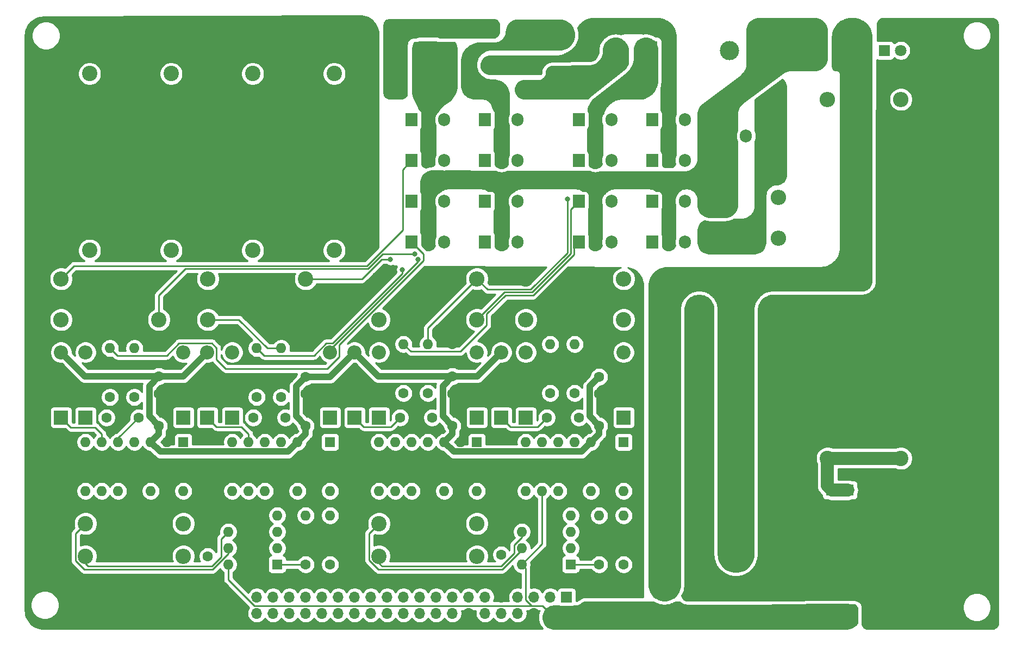
<source format=gbr>
%TF.GenerationSoftware,KiCad,Pcbnew,(5.1.9)-1*%
%TF.CreationDate,2021-02-11T14:24:59-05:00*%
%TF.ProjectId,driver_board,64726976-6572-45f6-926f-6172642e6b69,rev?*%
%TF.SameCoordinates,Original*%
%TF.FileFunction,Copper,L2,Bot*%
%TF.FilePolarity,Positive*%
%FSLAX46Y46*%
G04 Gerber Fmt 4.6, Leading zero omitted, Abs format (unit mm)*
G04 Created by KiCad (PCBNEW (5.1.9)-1) date 2021-02-11 14:24:59*
%MOMM*%
%LPD*%
G01*
G04 APERTURE LIST*
%TA.AperFunction,ComponentPad*%
%ADD10O,2.400000X2.400000*%
%TD*%
%TA.AperFunction,ComponentPad*%
%ADD11C,2.400000*%
%TD*%
%TA.AperFunction,ComponentPad*%
%ADD12R,2.400000X2.400000*%
%TD*%
%TA.AperFunction,ComponentPad*%
%ADD13R,1.800000X1.800000*%
%TD*%
%TA.AperFunction,ComponentPad*%
%ADD14C,1.800000*%
%TD*%
%TA.AperFunction,ComponentPad*%
%ADD15O,1.905000X2.000000*%
%TD*%
%TA.AperFunction,ComponentPad*%
%ADD16R,1.905000X2.000000*%
%TD*%
%TA.AperFunction,ComponentPad*%
%ADD17O,1.700000X1.700000*%
%TD*%
%TA.AperFunction,ComponentPad*%
%ADD18R,1.700000X1.700000*%
%TD*%
%TA.AperFunction,ComponentPad*%
%ADD19O,1.600000X1.600000*%
%TD*%
%TA.AperFunction,ComponentPad*%
%ADD20R,1.600000X1.600000*%
%TD*%
%TA.AperFunction,ComponentPad*%
%ADD21C,1.600000*%
%TD*%
%TA.AperFunction,ComponentPad*%
%ADD22R,3.000000X3.000000*%
%TD*%
%TA.AperFunction,ComponentPad*%
%ADD23C,3.000000*%
%TD*%
%TA.AperFunction,ComponentPad*%
%ADD24C,2.000000*%
%TD*%
%TA.AperFunction,ComponentPad*%
%ADD25O,2.200000X2.200000*%
%TD*%
%TA.AperFunction,ComponentPad*%
%ADD26R,2.200000X2.200000*%
%TD*%
%TA.AperFunction,ComponentPad*%
%ADD27R,2.000000X2.000000*%
%TD*%
%TA.AperFunction,ViaPad*%
%ADD28C,0.800000*%
%TD*%
%TA.AperFunction,Conductor*%
%ADD29C,2.500000*%
%TD*%
%TA.AperFunction,Conductor*%
%ADD30C,0.250000*%
%TD*%
%TA.AperFunction,Conductor*%
%ADD31C,1.000000*%
%TD*%
%TA.AperFunction,Conductor*%
%ADD32C,2.000000*%
%TD*%
%TA.AperFunction,Conductor*%
%ADD33C,1.600000*%
%TD*%
%TA.AperFunction,Conductor*%
%ADD34C,0.254000*%
%TD*%
%TA.AperFunction,Conductor*%
%ADD35C,0.100000*%
%TD*%
G04 APERTURE END LIST*
D10*
%TO.P,R22,2*%
%TO.N,Net-(D10-Pad2)*%
X53975000Y-106045000D03*
D11*
%TO.P,R22,1*%
%TO.N,GND*%
X69215000Y-106045000D03*
%TD*%
D10*
%TO.P,R24,2*%
%TO.N,Net-(D12-Pad2)*%
X76835000Y-112395000D03*
D11*
%TO.P,R24,1*%
%TO.N,GND*%
X92075000Y-112395000D03*
%TD*%
%TO.P,C9,2*%
%TO.N,Net-(C18-Pad2)*%
X71120000Y-74100000D03*
%TO.P,C9,1*%
%TO.N,Net-(C18-Pad1)*%
X71120000Y-101600000D03*
%TD*%
%TO.P,C7,2*%
%TO.N,Net-(C17-Pad2)*%
X58420000Y-74100000D03*
%TO.P,C7,1*%
%TO.N,Net-(C17-Pad1)*%
X58420000Y-101600000D03*
%TD*%
%TO.P,C3,2*%
%TO.N,Net-(C15-Pad2)*%
X83820000Y-74100000D03*
%TO.P,C3,1*%
%TO.N,Net-(C15-Pad1)*%
X83820000Y-101600000D03*
%TD*%
%TO.P,C5,2*%
%TO.N,Net-(C16-Pad2)*%
X96520000Y-74100000D03*
%TO.P,C5,1*%
%TO.N,Net-(C16-Pad1)*%
X96520000Y-101600000D03*
%TD*%
D10*
%TO.P,D23,2*%
%TO.N,GND*%
X165735000Y-93345000D03*
D12*
%TO.P,D23,1*%
%TO.N,+24V*%
X155575000Y-93345000D03*
%TD*%
D13*
%TO.P,U8,4*%
%TO.N,+5V*%
X174015000Y-157632000D03*
X176555000Y-157632000D03*
D14*
%TO.P,U8,3*%
%TO.N,GND*%
X185166000Y-157632000D03*
X187706000Y-157632000D03*
D13*
%TO.P,U8,2*%
%TO.N,+24V*%
X174015000Y-138938000D03*
X176555000Y-138938000D03*
D14*
%TO.P,U8,1*%
%TO.N,GND*%
X185166000Y-138938000D03*
X187706000Y-138938000D03*
%TD*%
D15*
%TO.P,Q4,3*%
%TO.N,GND*%
X151130000Y-87630000D03*
%TO.P,Q4,2*%
%TO.N,Net-(C16-Pad2)*%
X148590000Y-87630000D03*
D16*
%TO.P,Q4,1*%
%TO.N,Net-(D8-Pad2)*%
X146050000Y-87630000D03*
%TD*%
D10*
%TO.P,D24,2*%
%TO.N,GND*%
X169672000Y-147955000D03*
D12*
%TO.P,D24,1*%
%TO.N,+5V*%
X169672000Y-158115000D03*
%TD*%
D10*
%TO.P,R21,2*%
%TO.N,Net-(D9-Pad2)*%
X53975000Y-112395000D03*
D11*
%TO.P,R21,1*%
%TO.N,Net-(C17-Pad2)*%
X69215000Y-112395000D03*
%TD*%
D17*
%TO.P,J5,40*%
%TO.N,Net-(J5-Pad40)*%
X84455000Y-158115000D03*
%TO.P,J5,39*%
%TO.N,Net-(J5-Pad39)*%
X84455000Y-155575000D03*
%TO.P,J5,38*%
%TO.N,Net-(J5-Pad38)*%
X86995000Y-158115000D03*
%TO.P,J5,37*%
%TO.N,Net-(J5-Pad37)*%
X86995000Y-155575000D03*
%TO.P,J5,36*%
%TO.N,Net-(J5-Pad36)*%
X89535000Y-158115000D03*
%TO.P,J5,35*%
%TO.N,Net-(J5-Pad35)*%
X89535000Y-155575000D03*
%TO.P,J5,34*%
%TO.N,Net-(J5-Pad34)*%
X92075000Y-158115000D03*
%TO.P,J5,33*%
%TO.N,Net-(J5-Pad33)*%
X92075000Y-155575000D03*
%TO.P,J5,32*%
%TO.N,Net-(J5-Pad32)*%
X94615000Y-158115000D03*
%TO.P,J5,31*%
%TO.N,Net-(J5-Pad31)*%
X94615000Y-155575000D03*
%TO.P,J5,30*%
%TO.N,Net-(J5-Pad30)*%
X97155000Y-158115000D03*
%TO.P,J5,29*%
%TO.N,Net-(J5-Pad29)*%
X97155000Y-155575000D03*
%TO.P,J5,28*%
%TO.N,Net-(J5-Pad28)*%
X99695000Y-158115000D03*
%TO.P,J5,27*%
%TO.N,Net-(J5-Pad27)*%
X99695000Y-155575000D03*
%TO.P,J5,26*%
%TO.N,Net-(J5-Pad26)*%
X102235000Y-158115000D03*
%TO.P,J5,25*%
%TO.N,Net-(J5-Pad25)*%
X102235000Y-155575000D03*
%TO.P,J5,24*%
%TO.N,Net-(J5-Pad24)*%
X104775000Y-158115000D03*
%TO.P,J5,23*%
%TO.N,Net-(J5-Pad23)*%
X104775000Y-155575000D03*
%TO.P,J5,22*%
%TO.N,Net-(J5-Pad22)*%
X107315000Y-158115000D03*
%TO.P,J5,21*%
%TO.N,Net-(J5-Pad21)*%
X107315000Y-155575000D03*
%TO.P,J5,20*%
%TO.N,Net-(J5-Pad20)*%
X109855000Y-158115000D03*
%TO.P,J5,19*%
%TO.N,Net-(J5-Pad19)*%
X109855000Y-155575000D03*
%TO.P,J5,18*%
%TO.N,Net-(J5-Pad18)*%
X112395000Y-158115000D03*
%TO.P,J5,17*%
%TO.N,+3V3*%
X112395000Y-155575000D03*
%TO.P,J5,16*%
%TO.N,Net-(J5-Pad16)*%
X114935000Y-158115000D03*
%TO.P,J5,15*%
%TO.N,GPIO22*%
X114935000Y-155575000D03*
%TO.P,J5,14*%
%TO.N,GND*%
X117475000Y-158115000D03*
%TO.P,J5,13*%
%TO.N,GPIO27*%
X117475000Y-155575000D03*
%TO.P,J5,12*%
%TO.N,Net-(J5-Pad12)*%
X120015000Y-158115000D03*
%TO.P,J5,11*%
%TO.N,Net-(J5-Pad11)*%
X120015000Y-155575000D03*
%TO.P,J5,10*%
%TO.N,Net-(J5-Pad10)*%
X122555000Y-158115000D03*
%TO.P,J5,9*%
%TO.N,GND*%
X122555000Y-155575000D03*
%TO.P,J5,8*%
%TO.N,Net-(J5-Pad8)*%
X125095000Y-158115000D03*
%TO.P,J5,7*%
%TO.N,Net-(J5-Pad7)*%
X125095000Y-155575000D03*
%TO.P,J5,6*%
%TO.N,GND*%
X127635000Y-158115000D03*
%TO.P,J5,5*%
%TO.N,GPIO3*%
X127635000Y-155575000D03*
%TO.P,J5,4*%
%TO.N,+5V*%
X130175000Y-158115000D03*
%TO.P,J5,3*%
%TO.N,GPIO2*%
X130175000Y-155575000D03*
%TO.P,J5,2*%
%TO.N,+5V*%
X132715000Y-158115000D03*
D18*
%TO.P,J5,1*%
%TO.N,+3V3*%
X132715000Y-155575000D03*
%TD*%
D10*
%TO.P,R20,2*%
%TO.N,Net-(D8-Pad2)*%
X141605000Y-106045000D03*
D11*
%TO.P,R20,1*%
%TO.N,GND*%
X126365000Y-106045000D03*
%TD*%
D19*
%TO.P,U1,8*%
%TO.N,+5V*%
X125730000Y-150495000D03*
%TO.P,U1,4*%
%TO.N,Net-(R2-Pad1)*%
X133350000Y-142875000D03*
%TO.P,U1,7*%
%TO.N,Net-(R5-Pad1)*%
X125730000Y-147955000D03*
%TO.P,U1,3*%
%TO.N,GPIO2*%
X133350000Y-145415000D03*
%TO.P,U1,6*%
%TO.N,Net-(R7-Pad1)*%
X125730000Y-145415000D03*
%TO.P,U1,2*%
%TO.N,GPIO3*%
X133350000Y-147955000D03*
%TO.P,U1,5*%
%TO.N,GND*%
X125730000Y-142875000D03*
D20*
%TO.P,U1,1*%
%TO.N,Net-(R1-Pad1)*%
X133350000Y-150495000D03*
%TD*%
D15*
%TO.P,D15,3*%
%TO.N,Net-(C16-Pad2)*%
X151130000Y-93980000D03*
%TO.P,D15,2*%
%TO.N,+24V*%
X148590000Y-93980000D03*
D16*
%TO.P,D15,1*%
%TO.N,Net-(C16-Pad2)*%
X146050000Y-93980000D03*
%TD*%
D21*
%TO.P,C14,2*%
%TO.N,GND*%
X92075000Y-123905000D03*
%TO.P,C14,1*%
%TO.N,+12V*%
X92075000Y-128905000D03*
%TD*%
%TO.P,C18,2*%
%TO.N,Net-(C18-Pad2)*%
X88900000Y-127635000D03*
%TO.P,C18,1*%
%TO.N,Net-(C18-Pad1)*%
X83900000Y-127635000D03*
%TD*%
D10*
%TO.P,R19,2*%
%TO.N,Net-(D7-Pad2)*%
X126365000Y-112395000D03*
D11*
%TO.P,R19,1*%
%TO.N,Net-(C16-Pad2)*%
X141605000Y-112395000D03*
%TD*%
D21*
%TO.P,C16,2*%
%TO.N,Net-(C16-Pad2)*%
X134620000Y-127635000D03*
%TO.P,C16,1*%
%TO.N,Net-(C16-Pad1)*%
X129620000Y-127635000D03*
%TD*%
%TO.P,C12,2*%
%TO.N,GND*%
X137795000Y-123905000D03*
%TO.P,C12,1*%
%TO.N,+12V*%
X137795000Y-128905000D03*
%TD*%
D15*
%TO.P,D20,3*%
%TO.N,GND*%
X125095000Y-81280000D03*
%TO.P,D20,2*%
%TO.N,Net-(C18-Pad2)*%
X122555000Y-81280000D03*
D16*
%TO.P,D20,1*%
%TO.N,GND*%
X120015000Y-81280000D03*
%TD*%
D15*
%TO.P,D19,3*%
%TO.N,Net-(C18-Pad2)*%
X125095000Y-93980000D03*
%TO.P,D19,2*%
%TO.N,+24V*%
X122555000Y-93980000D03*
D16*
%TO.P,D19,1*%
%TO.N,Net-(C18-Pad2)*%
X120015000Y-93980000D03*
%TD*%
D15*
%TO.P,U7,3*%
%TO.N,+12V*%
X163195000Y-83820000D03*
%TO.P,U7,2*%
%TO.N,GND*%
X160655000Y-83820000D03*
D16*
%TO.P,U7,1*%
%TO.N,+24V*%
X158115000Y-83820000D03*
%TD*%
D19*
%TO.P,U6,14*%
%TO.N,Net-(U6-Pad14)*%
X95885000Y-139065000D03*
%TO.P,U6,7*%
%TO.N,Net-(D11-Pad1)*%
X80645000Y-131445000D03*
%TO.P,U6,13*%
%TO.N,GND*%
X93345000Y-139065000D03*
%TO.P,U6,6*%
%TO.N,Net-(C18-Pad1)*%
X83185000Y-131445000D03*
%TO.P,U6,12*%
%TO.N,Net-(R6-Pad1)*%
X90805000Y-139065000D03*
%TO.P,U6,5*%
%TO.N,Net-(C18-Pad2)*%
X85725000Y-131445000D03*
%TO.P,U6,11*%
%TO.N,GND*%
X88265000Y-139065000D03*
%TO.P,U6,4*%
%TO.N,Net-(U6-Pad4)*%
X88265000Y-131445000D03*
%TO.P,U6,10*%
%TO.N,Net-(R8-Pad1)*%
X85725000Y-139065000D03*
%TO.P,U6,3*%
%TO.N,+12V*%
X90805000Y-131445000D03*
%TO.P,U6,9*%
%TO.N,+5V*%
X83185000Y-139065000D03*
%TO.P,U6,2*%
%TO.N,GND*%
X93345000Y-131445000D03*
%TO.P,U6,8*%
%TO.N,Net-(U6-Pad8)*%
X80645000Y-139065000D03*
D20*
%TO.P,U6,1*%
%TO.N,Net-(D12-Pad1)*%
X95885000Y-131445000D03*
%TD*%
D19*
%TO.P,U5,14*%
%TO.N,Net-(U5-Pad14)*%
X73025000Y-139065000D03*
%TO.P,U5,7*%
%TO.N,Net-(D9-Pad1)*%
X57785000Y-131445000D03*
%TO.P,U5,13*%
%TO.N,GND*%
X70485000Y-139065000D03*
%TO.P,U5,6*%
%TO.N,Net-(C17-Pad1)*%
X60325000Y-131445000D03*
%TO.P,U5,12*%
%TO.N,Net-(R8-Pad1)*%
X67945000Y-139065000D03*
%TO.P,U5,5*%
%TO.N,Net-(C17-Pad2)*%
X62865000Y-131445000D03*
%TO.P,U5,11*%
%TO.N,GND*%
X65405000Y-139065000D03*
%TO.P,U5,4*%
%TO.N,Net-(U5-Pad4)*%
X65405000Y-131445000D03*
%TO.P,U5,10*%
%TO.N,Net-(R6-Pad1)*%
X62865000Y-139065000D03*
%TO.P,U5,3*%
%TO.N,+12V*%
X67945000Y-131445000D03*
%TO.P,U5,9*%
%TO.N,+5V*%
X60325000Y-139065000D03*
%TO.P,U5,2*%
%TO.N,GND*%
X70485000Y-131445000D03*
%TO.P,U5,8*%
%TO.N,Net-(U5-Pad8)*%
X57785000Y-139065000D03*
D20*
%TO.P,U5,1*%
%TO.N,Net-(D10-Pad1)*%
X73025000Y-131445000D03*
%TD*%
D19*
%TO.P,U4,14*%
%TO.N,Net-(U4-Pad14)*%
X141605000Y-139065000D03*
%TO.P,U4,7*%
%TO.N,Net-(D7-Pad1)*%
X126365000Y-131445000D03*
%TO.P,U4,13*%
%TO.N,GND*%
X139065000Y-139065000D03*
%TO.P,U4,6*%
%TO.N,Net-(C16-Pad1)*%
X128905000Y-131445000D03*
%TO.P,U4,12*%
%TO.N,Net-(R5-Pad1)*%
X136525000Y-139065000D03*
%TO.P,U4,5*%
%TO.N,Net-(C16-Pad2)*%
X131445000Y-131445000D03*
%TO.P,U4,11*%
%TO.N,GND*%
X133985000Y-139065000D03*
%TO.P,U4,4*%
%TO.N,Net-(U4-Pad4)*%
X133985000Y-131445000D03*
%TO.P,U4,10*%
%TO.N,Net-(R7-Pad1)*%
X131445000Y-139065000D03*
%TO.P,U4,3*%
%TO.N,+12V*%
X136525000Y-131445000D03*
%TO.P,U4,9*%
%TO.N,+5V*%
X128905000Y-139065000D03*
%TO.P,U4,2*%
%TO.N,GND*%
X139065000Y-131445000D03*
%TO.P,U4,8*%
%TO.N,Net-(U4-Pad8)*%
X126365000Y-139065000D03*
D20*
%TO.P,U4,1*%
%TO.N,Net-(D8-Pad1)*%
X141605000Y-131445000D03*
%TD*%
D19*
%TO.P,U3,14*%
%TO.N,Net-(U3-Pad14)*%
X118745000Y-139065000D03*
%TO.P,U3,7*%
%TO.N,Net-(D5-Pad1)*%
X103505000Y-131445000D03*
%TO.P,U3,13*%
%TO.N,GND*%
X116205000Y-139065000D03*
%TO.P,U3,6*%
%TO.N,Net-(C15-Pad1)*%
X106045000Y-131445000D03*
%TO.P,U3,12*%
%TO.N,Net-(R7-Pad1)*%
X113665000Y-139065000D03*
%TO.P,U3,5*%
%TO.N,Net-(C15-Pad2)*%
X108585000Y-131445000D03*
%TO.P,U3,11*%
%TO.N,GND*%
X111125000Y-139065000D03*
%TO.P,U3,4*%
%TO.N,Net-(U3-Pad4)*%
X111125000Y-131445000D03*
%TO.P,U3,10*%
%TO.N,Net-(R5-Pad1)*%
X108585000Y-139065000D03*
%TO.P,U3,3*%
%TO.N,+12V*%
X113665000Y-131445000D03*
%TO.P,U3,9*%
%TO.N,+5V*%
X106045000Y-139065000D03*
%TO.P,U3,2*%
%TO.N,GND*%
X116205000Y-131445000D03*
%TO.P,U3,8*%
%TO.N,Net-(U3-Pad8)*%
X103505000Y-139065000D03*
D20*
%TO.P,U3,1*%
%TO.N,Net-(D6-Pad1)*%
X118745000Y-131445000D03*
%TD*%
D19*
%TO.P,U2,8*%
%TO.N,+5V*%
X80010000Y-150495000D03*
%TO.P,U2,4*%
%TO.N,Net-(R4-Pad1)*%
X87630000Y-142875000D03*
%TO.P,U2,7*%
%TO.N,Net-(R6-Pad1)*%
X80010000Y-147955000D03*
%TO.P,U2,3*%
%TO.N,GPIO27*%
X87630000Y-145415000D03*
%TO.P,U2,6*%
%TO.N,Net-(R8-Pad1)*%
X80010000Y-145415000D03*
%TO.P,U2,2*%
%TO.N,GPIO22*%
X87630000Y-147955000D03*
%TO.P,U2,5*%
%TO.N,GND*%
X80010000Y-142875000D03*
D20*
%TO.P,U2,1*%
%TO.N,Net-(R3-Pad1)*%
X87630000Y-150495000D03*
%TD*%
D10*
%TO.P,R26,2*%
%TO.N,Net-(D22-Pad2)*%
X173355000Y-78105000D03*
D11*
%TO.P,R26,1*%
%TO.N,+24V*%
X173355000Y-133985000D03*
%TD*%
D10*
%TO.P,R25,2*%
%TO.N,Net-(D22-Pad2)*%
X184785000Y-78105000D03*
D11*
%TO.P,R25,1*%
%TO.N,+24V*%
X184785000Y-133985000D03*
%TD*%
D10*
%TO.P,R23,2*%
%TO.N,Net-(D11-Pad2)*%
X76835000Y-106045000D03*
D11*
%TO.P,R23,1*%
%TO.N,Net-(C18-Pad2)*%
X92075000Y-106045000D03*
%TD*%
D10*
%TO.P,R18,2*%
%TO.N,Net-(D6-Pad2)*%
X118745000Y-106045000D03*
D11*
%TO.P,R18,1*%
%TO.N,GND*%
X103505000Y-106045000D03*
%TD*%
D10*
%TO.P,R17,2*%
%TO.N,Net-(D5-Pad2)*%
X103505000Y-112395000D03*
D11*
%TO.P,R17,1*%
%TO.N,Net-(C15-Pad2)*%
X118745000Y-112395000D03*
%TD*%
D19*
%TO.P,R16,2*%
%TO.N,Net-(D12-Pad2)*%
X88265000Y-116840000D03*
D21*
%TO.P,R16,1*%
%TO.N,Net-(D12-Pad1)*%
X88265000Y-124460000D03*
%TD*%
D19*
%TO.P,R15,2*%
%TO.N,Net-(D11-Pad2)*%
X84455000Y-116840000D03*
D21*
%TO.P,R15,1*%
%TO.N,Net-(D11-Pad1)*%
X84455000Y-124460000D03*
%TD*%
D19*
%TO.P,R14,2*%
%TO.N,Net-(D10-Pad2)*%
X65405000Y-116840000D03*
D21*
%TO.P,R14,1*%
%TO.N,Net-(D10-Pad1)*%
X65405000Y-124460000D03*
%TD*%
D19*
%TO.P,R13,2*%
%TO.N,Net-(D9-Pad2)*%
X61595000Y-116840000D03*
D21*
%TO.P,R13,1*%
%TO.N,Net-(D9-Pad1)*%
X61595000Y-124460000D03*
%TD*%
D19*
%TO.P,R12,2*%
%TO.N,Net-(D8-Pad2)*%
X133985000Y-116205000D03*
D21*
%TO.P,R12,1*%
%TO.N,Net-(D8-Pad1)*%
X133985000Y-123825000D03*
%TD*%
D19*
%TO.P,R11,2*%
%TO.N,Net-(D7-Pad2)*%
X130175000Y-116205000D03*
D21*
%TO.P,R11,1*%
%TO.N,Net-(D7-Pad1)*%
X130175000Y-123825000D03*
%TD*%
D19*
%TO.P,R10,2*%
%TO.N,Net-(D6-Pad2)*%
X111125000Y-116205000D03*
D21*
%TO.P,R10,1*%
%TO.N,Net-(D6-Pad1)*%
X111125000Y-123825000D03*
%TD*%
D19*
%TO.P,R9,2*%
%TO.N,Net-(D5-Pad2)*%
X107315000Y-116205000D03*
D21*
%TO.P,R9,1*%
%TO.N,Net-(D5-Pad1)*%
X107315000Y-123825000D03*
%TD*%
D10*
%TO.P,R8,2*%
%TO.N,+5V*%
X73025000Y-149225000D03*
D11*
%TO.P,R8,1*%
%TO.N,Net-(R8-Pad1)*%
X57785000Y-149225000D03*
%TD*%
D10*
%TO.P,R7,2*%
%TO.N,+5V*%
X118745000Y-149225000D03*
D11*
%TO.P,R7,1*%
%TO.N,Net-(R7-Pad1)*%
X103505000Y-149225000D03*
%TD*%
D10*
%TO.P,R6,2*%
%TO.N,+5V*%
X73025000Y-144145000D03*
D11*
%TO.P,R6,1*%
%TO.N,Net-(R6-Pad1)*%
X57785000Y-144145000D03*
%TD*%
D10*
%TO.P,R5,2*%
%TO.N,+5V*%
X118745000Y-144145000D03*
D11*
%TO.P,R5,1*%
%TO.N,Net-(R5-Pad1)*%
X103505000Y-144145000D03*
%TD*%
D19*
%TO.P,R4,2*%
%TO.N,+3V3*%
X95885000Y-142875000D03*
D21*
%TO.P,R4,1*%
%TO.N,Net-(R4-Pad1)*%
X95885000Y-150495000D03*
%TD*%
D19*
%TO.P,R3,2*%
%TO.N,+3V3*%
X92075000Y-142875000D03*
D21*
%TO.P,R3,1*%
%TO.N,Net-(R3-Pad1)*%
X92075000Y-150495000D03*
%TD*%
D19*
%TO.P,R2,2*%
%TO.N,+3V3*%
X141605000Y-142875000D03*
D21*
%TO.P,R2,1*%
%TO.N,Net-(R2-Pad1)*%
X141605000Y-150495000D03*
%TD*%
D19*
%TO.P,R1,2*%
%TO.N,+3V3*%
X137795000Y-142875000D03*
D21*
%TO.P,R1,1*%
%TO.N,Net-(R1-Pad1)*%
X137795000Y-150495000D03*
%TD*%
D15*
%TO.P,Q8,3*%
%TO.N,GND*%
X125095000Y-87630000D03*
%TO.P,Q8,2*%
%TO.N,Net-(C18-Pad2)*%
X122555000Y-87630000D03*
D16*
%TO.P,Q8,1*%
%TO.N,Net-(D12-Pad2)*%
X120015000Y-87630000D03*
%TD*%
D15*
%TO.P,Q7,3*%
%TO.N,Net-(C18-Pad2)*%
X125095000Y-100330000D03*
%TO.P,Q7,2*%
%TO.N,+24V*%
X122555000Y-100330000D03*
D16*
%TO.P,Q7,1*%
%TO.N,Net-(D11-Pad2)*%
X120015000Y-100330000D03*
%TD*%
D15*
%TO.P,Q6,3*%
%TO.N,GND*%
X113665000Y-87630000D03*
%TO.P,Q6,2*%
%TO.N,Net-(C17-Pad2)*%
X111125000Y-87630000D03*
D16*
%TO.P,Q6,1*%
%TO.N,Net-(D10-Pad2)*%
X108585000Y-87630000D03*
%TD*%
D15*
%TO.P,Q5,3*%
%TO.N,Net-(C17-Pad2)*%
X113665000Y-100330000D03*
%TO.P,Q5,2*%
%TO.N,+24V*%
X111125000Y-100330000D03*
D16*
%TO.P,Q5,1*%
%TO.N,Net-(D9-Pad2)*%
X108585000Y-100330000D03*
%TD*%
D15*
%TO.P,Q3,3*%
%TO.N,Net-(C16-Pad2)*%
X151130000Y-100330000D03*
%TO.P,Q3,2*%
%TO.N,+24V*%
X148590000Y-100330000D03*
D16*
%TO.P,Q3,1*%
%TO.N,Net-(D7-Pad2)*%
X146050000Y-100330000D03*
%TD*%
D15*
%TO.P,Q2,3*%
%TO.N,GND*%
X139700000Y-87630000D03*
%TO.P,Q2,2*%
%TO.N,Net-(C15-Pad2)*%
X137160000Y-87630000D03*
D16*
%TO.P,Q2,1*%
%TO.N,Net-(D6-Pad2)*%
X134620000Y-87630000D03*
%TD*%
D15*
%TO.P,Q1,3*%
%TO.N,Net-(C15-Pad2)*%
X139700000Y-100330000D03*
%TO.P,Q1,2*%
%TO.N,+24V*%
X137160000Y-100330000D03*
D16*
%TO.P,Q1,1*%
%TO.N,Net-(D5-Pad2)*%
X134620000Y-100330000D03*
%TD*%
D22*
%TO.P,J4,1*%
%TO.N,Net-(C19-Pad1)*%
X175895000Y-70485000D03*
D23*
%TO.P,J4,2*%
%TO.N,+24V*%
X170815000Y-70485000D03*
%TD*%
D22*
%TO.P,J3,1*%
%TO.N,+24V*%
X163195000Y-70485000D03*
D23*
%TO.P,J3,2*%
%TO.N,GND*%
X158115000Y-70485000D03*
%TD*%
D22*
%TO.P,J2,1*%
%TO.N,Net-(C17-Pad2)*%
X111125000Y-70485000D03*
D23*
%TO.P,J2,2*%
%TO.N,Net-(F2-Pad1)*%
X106045000Y-70485000D03*
%TD*%
D22*
%TO.P,J1,1*%
%TO.N,Net-(C15-Pad2)*%
X145415000Y-70485000D03*
D23*
%TO.P,J1,2*%
%TO.N,Net-(F1-Pad1)*%
X140335000Y-70485000D03*
%TD*%
D24*
%TO.P,F2,2*%
%TO.N,Net-(C18-Pad2)*%
X130810000Y-68580000D03*
%TO.P,F2,1*%
%TO.N,Net-(F2-Pad1)*%
X120810000Y-67080000D03*
%TD*%
%TO.P,F1,2*%
%TO.N,Net-(C16-Pad2)*%
X120810000Y-72795000D03*
%TO.P,F1,1*%
%TO.N,Net-(F1-Pad1)*%
X130810000Y-74295000D03*
%TD*%
D14*
%TO.P,D22,2*%
%TO.N,Net-(D22-Pad2)*%
X184785000Y-70485000D03*
D13*
%TO.P,D22,1*%
%TO.N,Net-(C19-Pad1)*%
X182245000Y-70485000D03*
%TD*%
D10*
%TO.P,D21,2*%
%TO.N,GND*%
X165735000Y-99695000D03*
D12*
%TO.P,D21,1*%
%TO.N,+12V*%
X155575000Y-99695000D03*
%TD*%
D15*
%TO.P,D18,3*%
%TO.N,GND*%
X113665000Y-81280000D03*
%TO.P,D18,2*%
%TO.N,Net-(C17-Pad2)*%
X111125000Y-81280000D03*
D16*
%TO.P,D18,1*%
%TO.N,GND*%
X108585000Y-81280000D03*
%TD*%
D15*
%TO.P,D17,3*%
%TO.N,Net-(C17-Pad2)*%
X113665000Y-93980000D03*
%TO.P,D17,2*%
%TO.N,+24V*%
X111125000Y-93980000D03*
D16*
%TO.P,D17,1*%
%TO.N,Net-(C17-Pad2)*%
X108585000Y-93980000D03*
%TD*%
D15*
%TO.P,D16,3*%
%TO.N,GND*%
X151130000Y-81280000D03*
%TO.P,D16,2*%
%TO.N,Net-(C16-Pad2)*%
X148590000Y-81280000D03*
D16*
%TO.P,D16,1*%
%TO.N,GND*%
X146050000Y-81280000D03*
%TD*%
D15*
%TO.P,D14,3*%
%TO.N,GND*%
X139700000Y-81280000D03*
%TO.P,D14,2*%
%TO.N,Net-(C15-Pad2)*%
X137160000Y-81280000D03*
D16*
%TO.P,D14,1*%
%TO.N,GND*%
X134620000Y-81280000D03*
%TD*%
D15*
%TO.P,D13,3*%
%TO.N,Net-(C15-Pad2)*%
X139700000Y-93980000D03*
%TO.P,D13,2*%
%TO.N,+24V*%
X137160000Y-93980000D03*
D16*
%TO.P,D13,1*%
%TO.N,Net-(C15-Pad2)*%
X134620000Y-93980000D03*
%TD*%
D25*
%TO.P,D12,2*%
%TO.N,Net-(D12-Pad2)*%
X95885000Y-117475000D03*
D26*
%TO.P,D12,1*%
%TO.N,Net-(D12-Pad1)*%
X95885000Y-127635000D03*
%TD*%
D25*
%TO.P,D11,2*%
%TO.N,Net-(D11-Pad2)*%
X80645000Y-117475000D03*
D26*
%TO.P,D11,1*%
%TO.N,Net-(D11-Pad1)*%
X80645000Y-127635000D03*
%TD*%
D25*
%TO.P,D10,2*%
%TO.N,Net-(D10-Pad2)*%
X73025000Y-117475000D03*
D26*
%TO.P,D10,1*%
%TO.N,Net-(D10-Pad1)*%
X73025000Y-127635000D03*
%TD*%
D25*
%TO.P,D9,2*%
%TO.N,Net-(D9-Pad2)*%
X57785000Y-117475000D03*
D26*
%TO.P,D9,1*%
%TO.N,Net-(D9-Pad1)*%
X57785000Y-127635000D03*
%TD*%
D25*
%TO.P,D8,2*%
%TO.N,Net-(D8-Pad2)*%
X141605000Y-117475000D03*
D26*
%TO.P,D8,1*%
%TO.N,Net-(D8-Pad1)*%
X141605000Y-127635000D03*
%TD*%
D25*
%TO.P,D7,2*%
%TO.N,Net-(D7-Pad2)*%
X126365000Y-117475000D03*
D26*
%TO.P,D7,1*%
%TO.N,Net-(D7-Pad1)*%
X126365000Y-127635000D03*
%TD*%
D25*
%TO.P,D6,2*%
%TO.N,Net-(D6-Pad2)*%
X118745000Y-117475000D03*
D26*
%TO.P,D6,1*%
%TO.N,Net-(D6-Pad1)*%
X118745000Y-127635000D03*
%TD*%
D25*
%TO.P,D5,2*%
%TO.N,Net-(D5-Pad2)*%
X103505000Y-117475000D03*
D26*
%TO.P,D5,1*%
%TO.N,Net-(D5-Pad1)*%
X103505000Y-127635000D03*
%TD*%
D25*
%TO.P,D4,2*%
%TO.N,+12V*%
X76765000Y-117475000D03*
D26*
%TO.P,D4,1*%
%TO.N,Net-(C18-Pad1)*%
X76765000Y-127635000D03*
%TD*%
D25*
%TO.P,D3,2*%
%TO.N,+12V*%
X53975000Y-117475000D03*
D26*
%TO.P,D3,1*%
%TO.N,Net-(C17-Pad1)*%
X53975000Y-127635000D03*
%TD*%
D25*
%TO.P,D2,2*%
%TO.N,+12V*%
X122555000Y-117475000D03*
D26*
%TO.P,D2,1*%
%TO.N,Net-(C16-Pad1)*%
X122555000Y-127635000D03*
%TD*%
D25*
%TO.P,D1,2*%
%TO.N,+12V*%
X99695000Y-117475000D03*
D26*
%TO.P,D1,1*%
%TO.N,Net-(C15-Pad1)*%
X99695000Y-127635000D03*
%TD*%
D24*
%TO.P,C26,2*%
%TO.N,GND*%
X152955000Y-148590000D03*
D27*
%TO.P,C26,1*%
%TO.N,Net-(C19-Pad1)*%
X147955000Y-148590000D03*
%TD*%
D24*
%TO.P,C25,2*%
%TO.N,GND*%
X164385000Y-135890000D03*
D27*
%TO.P,C25,1*%
%TO.N,Net-(C19-Pad1)*%
X159385000Y-135890000D03*
%TD*%
D24*
%TO.P,C24,2*%
%TO.N,GND*%
X164385000Y-148590000D03*
D27*
%TO.P,C24,1*%
%TO.N,Net-(C19-Pad1)*%
X159385000Y-148590000D03*
%TD*%
D24*
%TO.P,C23,2*%
%TO.N,GND*%
X152955000Y-135890000D03*
D27*
%TO.P,C23,1*%
%TO.N,Net-(C19-Pad1)*%
X147955000Y-135890000D03*
%TD*%
D24*
%TO.P,C22,2*%
%TO.N,GND*%
X152955000Y-123190000D03*
D27*
%TO.P,C22,1*%
%TO.N,Net-(C19-Pad1)*%
X147955000Y-123190000D03*
%TD*%
D24*
%TO.P,C21,2*%
%TO.N,GND*%
X164385000Y-110490000D03*
D27*
%TO.P,C21,1*%
%TO.N,Net-(C19-Pad1)*%
X159385000Y-110490000D03*
%TD*%
D24*
%TO.P,C20,2*%
%TO.N,GND*%
X152955000Y-110490000D03*
D27*
%TO.P,C20,1*%
%TO.N,Net-(C19-Pad1)*%
X147955000Y-110490000D03*
%TD*%
D24*
%TO.P,C19,2*%
%TO.N,GND*%
X164385000Y-123190000D03*
D27*
%TO.P,C19,1*%
%TO.N,Net-(C19-Pad1)*%
X159385000Y-123190000D03*
%TD*%
D21*
%TO.P,C17,2*%
%TO.N,Net-(C17-Pad2)*%
X66040000Y-127635000D03*
%TO.P,C17,1*%
%TO.N,Net-(C17-Pad1)*%
X61040000Y-127635000D03*
%TD*%
%TO.P,C15,2*%
%TO.N,Net-(C15-Pad2)*%
X111760000Y-127635000D03*
%TO.P,C15,1*%
%TO.N,Net-(C15-Pad1)*%
X106760000Y-127635000D03*
%TD*%
%TO.P,C13,2*%
%TO.N,GND*%
X69215000Y-123905000D03*
%TO.P,C13,1*%
%TO.N,+12V*%
X69215000Y-128905000D03*
%TD*%
%TO.P,C11,2*%
%TO.N,GND*%
X114935000Y-123905000D03*
%TO.P,C11,1*%
%TO.N,+12V*%
X114935000Y-128905000D03*
%TD*%
%TO.P,C10,2*%
%TO.N,GND*%
X92075000Y-116285000D03*
%TO.P,C10,1*%
%TO.N,+12V*%
X92075000Y-121285000D03*
%TD*%
%TO.P,C8,2*%
%TO.N,GND*%
X69215000Y-116205000D03*
%TO.P,C8,1*%
%TO.N,+12V*%
X69215000Y-121205000D03*
%TD*%
%TO.P,C6,2*%
%TO.N,GND*%
X137795000Y-116285000D03*
%TO.P,C6,1*%
%TO.N,+12V*%
X137795000Y-121285000D03*
%TD*%
%TO.P,C4,2*%
%TO.N,GND*%
X114935000Y-116205000D03*
%TO.P,C4,1*%
%TO.N,+12V*%
X114935000Y-121205000D03*
%TD*%
%TO.P,C2,2*%
%TO.N,GND*%
X76835000Y-144225000D03*
%TO.P,C2,1*%
%TO.N,+5V*%
X76835000Y-149225000D03*
%TD*%
%TO.P,C1,2*%
%TO.N,GND*%
X122555000Y-143971000D03*
%TO.P,C1,1*%
%TO.N,+5V*%
X122555000Y-148971000D03*
%TD*%
D28*
%TO.N,Net-(C17-Pad2)*%
X109053662Y-102176431D03*
%TO.N,Net-(C18-Pad2)*%
X105283000Y-102997000D03*
%TO.N,Net-(D6-Pad2)*%
X132841996Y-93599000D03*
%TO.N,Net-(D11-Pad2)*%
X107147425Y-104613912D03*
%TO.N,Net-(D12-Pad2)*%
X109610839Y-103006839D03*
%TD*%
D29*
%TO.N,GND*%
X164385000Y-148590000D02*
X165200000Y-148590000D01*
X165835000Y-147955000D02*
X169672000Y-147955000D01*
X165200000Y-148590000D02*
X165835000Y-147955000D01*
D30*
%TO.N,+5V*%
X125730000Y-150495000D02*
X126365000Y-151130000D01*
X126365000Y-156044002D02*
X127260997Y-156939999D01*
X126365000Y-151130000D02*
X126365000Y-156044002D01*
X128905000Y-147320000D02*
X128905000Y-139065000D01*
X125730000Y-150495000D02*
X128905000Y-147320000D01*
X128999999Y-156939999D02*
X130175000Y-158115000D01*
X84080997Y-156939999D02*
X128999999Y-156939999D01*
X80010000Y-152869002D02*
X84080997Y-156939999D01*
X80010000Y-150495000D02*
X80010000Y-152869002D01*
D31*
X130175000Y-158115000D02*
X132715000Y-158115000D01*
D32*
X174015000Y-157632000D02*
X176555000Y-157632000D01*
X170155000Y-157632000D02*
X169672000Y-158115000D01*
X174015000Y-157632000D02*
X170155000Y-157632000D01*
D33*
%TO.N,Net-(C15-Pad2)*%
X137160000Y-81280000D02*
X137160000Y-87630000D01*
D30*
X127321601Y-108134989D02*
X123005011Y-108134989D01*
X123005011Y-108134989D02*
X118745000Y-112395000D01*
X133342499Y-102114091D02*
X127321601Y-108134989D01*
X133342499Y-95257501D02*
X133342499Y-102114091D01*
X134620000Y-93980000D02*
X133342499Y-95257501D01*
%TO.N,Net-(C15-Pad1)*%
X101120001Y-129060001D02*
X105334999Y-129060001D01*
X99695000Y-127635000D02*
X101120001Y-129060001D01*
X105334999Y-129060001D02*
X106760000Y-127635000D01*
D31*
%TO.N,+12V*%
X155489998Y-99695000D02*
X156210000Y-99695000D01*
X136294999Y-127404999D02*
X137795000Y-128905000D01*
X136294999Y-122785001D02*
X136294999Y-127404999D01*
X137795000Y-121285000D02*
X136294999Y-122785001D01*
X137795000Y-130175000D02*
X136525000Y-131445000D01*
X137795000Y-128905000D02*
X137795000Y-130175000D01*
X135024999Y-132945001D02*
X136525000Y-131445000D01*
X115165001Y-132945001D02*
X135024999Y-132945001D01*
X113665000Y-131445000D02*
X115165001Y-132945001D01*
X113665000Y-131445000D02*
X114935000Y-130175000D01*
X114935000Y-130175000D02*
X114935000Y-128905000D01*
X113434999Y-122705001D02*
X114935000Y-121205000D01*
X113434999Y-127404999D02*
X113434999Y-122705001D01*
X114935000Y-128905000D02*
X113434999Y-127404999D01*
X118825000Y-121205000D02*
X122555000Y-117475000D01*
X114935000Y-121205000D02*
X118825000Y-121205000D01*
X103425000Y-121205000D02*
X114935000Y-121205000D01*
X99695000Y-117475000D02*
X103425000Y-121205000D01*
X95885000Y-121285000D02*
X92075000Y-121285000D01*
X99695000Y-117475000D02*
X95885000Y-121285000D01*
X90574999Y-127404999D02*
X92075000Y-128905000D01*
X90574999Y-122785001D02*
X90574999Y-127404999D01*
X92075000Y-121285000D02*
X90574999Y-122785001D01*
X92075000Y-130175000D02*
X90805000Y-131445000D01*
X92075000Y-128905000D02*
X92075000Y-130175000D01*
X89304999Y-132945001D02*
X90805000Y-131445000D01*
X69445001Y-132945001D02*
X89304999Y-132945001D01*
X67945000Y-131445000D02*
X69445001Y-132945001D01*
X67945000Y-131445000D02*
X69215000Y-130175000D01*
X69215000Y-130175000D02*
X69215000Y-128905000D01*
X67714999Y-127404999D02*
X69215000Y-128905000D01*
X67714999Y-122705001D02*
X67714999Y-127404999D01*
X69215000Y-121205000D02*
X67714999Y-122705001D01*
X73035000Y-121205000D02*
X76765000Y-117475000D01*
X69215000Y-121205000D02*
X73035000Y-121205000D01*
X57705000Y-121205000D02*
X69215000Y-121205000D01*
X53975000Y-117475000D02*
X57705000Y-121205000D01*
D33*
%TO.N,Net-(C16-Pad2)*%
X148590000Y-81280000D02*
X148590000Y-87630000D01*
D30*
%TO.N,Net-(C16-Pad1)*%
X128194999Y-129060001D02*
X129620000Y-127635000D01*
X123980001Y-129060001D02*
X128194999Y-129060001D01*
X122555000Y-127635000D02*
X123980001Y-129060001D01*
%TO.N,Net-(C17-Pad2)*%
X62865000Y-130810000D02*
X62865000Y-131445000D01*
X66040000Y-127635000D02*
X62865000Y-130810000D01*
X104070159Y-102176431D02*
X109053662Y-102176431D01*
X69215000Y-112395000D02*
X69215000Y-108585000D01*
X69215000Y-108585000D02*
X73348011Y-104451989D01*
X73348011Y-104451989D02*
X101794601Y-104451989D01*
X101794601Y-104451989D02*
X104070159Y-102176431D01*
%TO.N,Net-(C17-Pad1)*%
X59309000Y-129159000D02*
X60325000Y-130175000D01*
X60325000Y-130175000D02*
X60325000Y-131445000D01*
X55499000Y-129159000D02*
X59309000Y-129159000D01*
X53975000Y-127635000D02*
X55499000Y-129159000D01*
%TO.N,Net-(C18-Pad2)*%
X103886000Y-102997000D02*
X105283000Y-102997000D01*
X92075000Y-106045000D02*
X100838000Y-106045000D01*
X100838000Y-106045000D02*
X103886000Y-102997000D01*
%TO.N,Net-(C18-Pad1)*%
X78190001Y-129060001D02*
X82070001Y-129060001D01*
X76765000Y-127635000D02*
X78190001Y-129060001D01*
X83185000Y-130175000D02*
X83185000Y-131445000D01*
X82070001Y-129060001D02*
X83185000Y-130175000D01*
%TO.N,Net-(D5-Pad2)*%
X108440001Y-117330001D02*
X107315000Y-116205000D01*
X120269000Y-113269501D02*
X116208500Y-117330001D01*
X120270001Y-113127001D02*
X120269000Y-113128002D01*
X120270001Y-111662999D02*
X120270001Y-113127001D01*
X116208500Y-117330001D02*
X108440001Y-117330001D01*
X120269000Y-111661998D02*
X120270001Y-111662999D01*
X120269000Y-113128002D02*
X120269000Y-113269501D01*
X123191410Y-108585000D02*
X120269000Y-111507410D01*
X127508000Y-108585000D02*
X123191410Y-108585000D01*
X133858000Y-101092000D02*
X133858000Y-102235000D01*
X120269000Y-111507410D02*
X120269000Y-111661998D01*
X133858000Y-102235000D02*
X127508000Y-108585000D01*
X134620000Y-100330000D02*
X133858000Y-101092000D01*
%TO.N,Net-(D6-Pad2)*%
X111125000Y-113665000D02*
X111125000Y-116205000D01*
X118745000Y-106045000D02*
X111125000Y-113665000D01*
X132841996Y-101978184D02*
X132841996Y-93599000D01*
X127135202Y-107684978D02*
X132841996Y-101978184D01*
X118745000Y-106045000D02*
X120384978Y-107684978D01*
X120384978Y-107684978D02*
X127135202Y-107684978D01*
%TO.N,Net-(D9-Pad2)*%
X97310001Y-116332997D02*
X110453001Y-103189997D01*
X97310001Y-118159001D02*
X97310001Y-116332997D01*
X95442980Y-120026022D02*
X97310001Y-118159001D01*
X79600816Y-120026022D02*
X95442980Y-120026022D01*
X77449002Y-116050000D02*
X78190001Y-116790999D01*
X78190001Y-116790999D02*
X78190001Y-118615207D01*
X72340998Y-116050000D02*
X77449002Y-116050000D01*
X70425997Y-117965001D02*
X72340998Y-116050000D01*
X110453001Y-102198001D02*
X108585000Y-100330000D01*
X78190001Y-118615207D02*
X79600816Y-120026022D01*
X62720001Y-117965001D02*
X70425997Y-117965001D01*
X110453001Y-103189997D02*
X110453001Y-102198001D01*
X61595000Y-116840000D02*
X62720001Y-117965001D01*
%TO.N,Net-(D10-Pad2)*%
X56018021Y-104001979D02*
X53975000Y-106045000D01*
X101608201Y-104001979D02*
X56018021Y-104001979D01*
X107188000Y-98422180D02*
X101608201Y-104001979D01*
X107188000Y-89027000D02*
X107188000Y-98422180D01*
X108585000Y-87630000D02*
X107188000Y-89027000D01*
%TO.N,Net-(D11-Pad2)*%
X107147425Y-105196575D02*
X107147425Y-104613912D01*
X96294001Y-116049999D02*
X107147425Y-105196575D01*
X95278001Y-116049999D02*
X96294001Y-116049999D01*
X93362999Y-117965001D02*
X95278001Y-116049999D01*
X85580001Y-117965001D02*
X93362999Y-117965001D01*
X84455000Y-116840000D02*
X85580001Y-117965001D01*
%TO.N,Net-(D12-Pad2)*%
X86995000Y-116840000D02*
X88265000Y-116840000D01*
X86120002Y-116840000D02*
X86995000Y-116840000D01*
X81675002Y-112395000D02*
X86120002Y-116840000D01*
X76835000Y-112395000D02*
X81675002Y-112395000D01*
X109610839Y-103369572D02*
X109610839Y-103006839D01*
X95885000Y-117475000D02*
X95885000Y-117095411D01*
X95885000Y-117095411D02*
X109610839Y-103369572D01*
D32*
%TO.N,+24V*%
X173355000Y-138278000D02*
X174015000Y-138938000D01*
X173355000Y-133985000D02*
X173355000Y-138278000D01*
X176555000Y-138938000D02*
X174015000Y-138938000D01*
X173355000Y-133985000D02*
X184785000Y-133985000D01*
D30*
%TO.N,Net-(R1-Pad1)*%
X133350000Y-150495000D02*
X137795000Y-150495000D01*
%TO.N,Net-(R3-Pad1)*%
X88265000Y-150495000D02*
X92075000Y-150495000D01*
%TO.N,Net-(R5-Pad1)*%
X125730000Y-148217412D02*
X125730000Y-147955000D01*
X122690411Y-151257001D02*
X125730000Y-148217412D01*
X103505000Y-144145000D02*
X101979999Y-145670001D01*
X101979999Y-149858999D02*
X103378001Y-151257001D01*
X103378001Y-151257001D02*
X122690411Y-151257001D01*
X101979999Y-145670001D02*
X101979999Y-149858999D01*
%TO.N,Net-(R6-Pad1)*%
X56259999Y-145670001D02*
X57785000Y-144145000D01*
X56259999Y-149957001D02*
X56259999Y-145670001D01*
X57559998Y-151257000D02*
X56259999Y-149957001D01*
X77597000Y-151257000D02*
X57559998Y-151257000D01*
X80010000Y-148844000D02*
X77597000Y-151257000D01*
X80010000Y-147955000D02*
X80010000Y-148844000D01*
%TO.N,Net-(R7-Pad1)*%
X103505000Y-150368000D02*
X103505000Y-149225000D01*
X103943990Y-150806990D02*
X103505000Y-150368000D01*
X122504011Y-150806990D02*
X103943990Y-150806990D01*
X124587000Y-148724001D02*
X122504011Y-150806990D01*
X124587000Y-147447000D02*
X124587000Y-148724001D01*
X125730000Y-146304000D02*
X124587000Y-147447000D01*
X125730000Y-145415000D02*
X125730000Y-146304000D01*
%TO.N,Net-(R8-Pad1)*%
X57785000Y-150368000D02*
X57785000Y-149225000D01*
X58167001Y-150750001D02*
X57785000Y-150368000D01*
X77467589Y-150750001D02*
X58167001Y-150750001D01*
X78884999Y-149332591D02*
X77467589Y-150750001D01*
X78884999Y-146540001D02*
X78884999Y-149332591D01*
X80010000Y-145415000D02*
X78884999Y-146540001D01*
%TD*%
D34*
%TO.N,Net-(C19-Pad1)*%
X177661646Y-65550263D02*
X177979266Y-65604228D01*
X178288818Y-65693409D01*
X178586468Y-65816700D01*
X178868421Y-65972529D01*
X179131156Y-66158951D01*
X179371376Y-66373624D01*
X179586049Y-66613844D01*
X179772471Y-66876579D01*
X179928300Y-67158532D01*
X180051591Y-67456182D01*
X180140772Y-67765734D01*
X180194737Y-68083354D01*
X180213000Y-68408560D01*
X180213000Y-106357517D01*
X180194632Y-106590907D01*
X180141145Y-106813696D01*
X180053464Y-107025376D01*
X179933752Y-107220728D01*
X179784951Y-107394951D01*
X179610728Y-107543752D01*
X179415376Y-107663464D01*
X179203696Y-107751145D01*
X178980907Y-107804632D01*
X178747517Y-107823000D01*
X164925000Y-107823000D01*
X164917879Y-107823200D01*
X164581986Y-107842063D01*
X164567834Y-107843657D01*
X164236164Y-107900010D01*
X164222279Y-107903180D01*
X163899005Y-107996314D01*
X163885562Y-108001017D01*
X163574748Y-108129760D01*
X163561917Y-108135940D01*
X163267472Y-108298674D01*
X163255413Y-108306251D01*
X162981040Y-108500930D01*
X162969905Y-108509809D01*
X162719054Y-108733983D01*
X162708983Y-108744054D01*
X162484809Y-108994905D01*
X162475930Y-109006040D01*
X162281251Y-109280413D01*
X162273674Y-109292472D01*
X162110940Y-109586917D01*
X162104760Y-109599748D01*
X161976017Y-109910562D01*
X161971314Y-109924005D01*
X161878180Y-110247279D01*
X161875010Y-110261164D01*
X161818657Y-110592834D01*
X161817063Y-110606986D01*
X161798200Y-110942879D01*
X161798000Y-110950000D01*
X161798000Y-148903667D01*
X161777862Y-149236592D01*
X161718431Y-149560895D01*
X161620342Y-149875673D01*
X161485034Y-150176316D01*
X161314465Y-150458471D01*
X161111140Y-150717996D01*
X160877996Y-150951140D01*
X160618471Y-151154465D01*
X160336316Y-151325034D01*
X160035673Y-151460342D01*
X159720895Y-151558431D01*
X159396592Y-151617862D01*
X159067500Y-151637768D01*
X158738408Y-151617862D01*
X158414105Y-151558431D01*
X158099327Y-151460342D01*
X157798684Y-151325034D01*
X157516529Y-151154465D01*
X157257004Y-150951140D01*
X157023860Y-150717996D01*
X156820535Y-150458471D01*
X156649966Y-150176316D01*
X156514658Y-149875673D01*
X156416569Y-149560895D01*
X156357138Y-149236592D01*
X156337000Y-148903667D01*
X156337000Y-110807500D01*
X156336768Y-110799832D01*
X156315934Y-110455398D01*
X156314086Y-110440173D01*
X156251886Y-110100762D01*
X156248216Y-110085872D01*
X156145559Y-109756434D01*
X156140120Y-109742095D01*
X155998502Y-109427432D01*
X155991375Y-109413852D01*
X155812860Y-109118553D01*
X155804148Y-109105932D01*
X155591341Y-108834304D01*
X155581172Y-108822824D01*
X155337176Y-108578828D01*
X155325696Y-108568659D01*
X155054068Y-108355852D01*
X155041447Y-108347140D01*
X154746148Y-108168625D01*
X154732568Y-108161498D01*
X154417905Y-108019880D01*
X154403566Y-108014441D01*
X154074128Y-107911784D01*
X154059238Y-107908114D01*
X153719827Y-107845914D01*
X153704602Y-107844066D01*
X153360168Y-107823232D01*
X153344832Y-107823232D01*
X153000398Y-107844066D01*
X152985173Y-107845914D01*
X152645762Y-107908114D01*
X152630872Y-107911784D01*
X152301434Y-108014441D01*
X152287095Y-108019880D01*
X151972432Y-108161498D01*
X151958852Y-108168625D01*
X151663553Y-108347140D01*
X151650932Y-108355852D01*
X151379304Y-108568659D01*
X151367824Y-108578828D01*
X151123828Y-108822824D01*
X151113659Y-108834304D01*
X150900852Y-109105932D01*
X150892140Y-109118553D01*
X150713625Y-109413852D01*
X150706498Y-109427432D01*
X150564880Y-109742095D01*
X150559441Y-109756434D01*
X150456784Y-110085872D01*
X150453114Y-110100762D01*
X150390914Y-110440173D01*
X150389066Y-110455398D01*
X150368232Y-110799832D01*
X150368000Y-110807500D01*
X150368000Y-153666168D01*
X150350177Y-153960821D01*
X150297657Y-154247412D01*
X150210974Y-154525586D01*
X150091401Y-154791267D01*
X149940668Y-155040610D01*
X149760988Y-155269955D01*
X149554955Y-155475988D01*
X149325610Y-155655668D01*
X149076267Y-155806401D01*
X148810586Y-155925974D01*
X148532412Y-156012657D01*
X148245821Y-156065177D01*
X147955000Y-156082768D01*
X147664179Y-156065177D01*
X147377588Y-156012657D01*
X147099414Y-155925974D01*
X146833733Y-155806401D01*
X146584390Y-155655668D01*
X146355045Y-155475988D01*
X146149012Y-155269955D01*
X145969332Y-155040610D01*
X145818599Y-154791267D01*
X145699026Y-154525586D01*
X145612343Y-154247412D01*
X145559823Y-153960821D01*
X145542000Y-153666168D01*
X145542000Y-107143560D01*
X145560263Y-106818354D01*
X145614228Y-106500734D01*
X145703409Y-106191182D01*
X145826700Y-105893532D01*
X145982529Y-105611579D01*
X146168951Y-105348844D01*
X146383624Y-105108624D01*
X146623844Y-104893951D01*
X146886579Y-104707529D01*
X147168532Y-104551700D01*
X147466182Y-104428409D01*
X147775734Y-104339228D01*
X148093354Y-104285263D01*
X148418560Y-104267000D01*
X172260000Y-104267000D01*
X172267121Y-104266800D01*
X172603014Y-104247937D01*
X172617166Y-104246343D01*
X172948836Y-104189990D01*
X172962721Y-104186820D01*
X173285995Y-104093686D01*
X173299438Y-104088983D01*
X173610252Y-103960240D01*
X173623083Y-103954060D01*
X173917528Y-103791326D01*
X173929587Y-103783749D01*
X174203960Y-103589070D01*
X174215095Y-103580191D01*
X174465946Y-103356017D01*
X174476017Y-103345946D01*
X174700191Y-103095095D01*
X174709070Y-103083960D01*
X174903749Y-102809587D01*
X174911326Y-102797528D01*
X175074060Y-102503083D01*
X175080240Y-102490252D01*
X175208983Y-102179438D01*
X175213686Y-102165995D01*
X175306820Y-101842721D01*
X175309990Y-101828836D01*
X175366343Y-101497166D01*
X175367937Y-101483014D01*
X175386800Y-101147121D01*
X175387000Y-101140000D01*
X175387000Y-74295000D01*
X175385914Y-74278423D01*
X175364277Y-74114073D01*
X175355696Y-74082049D01*
X175292259Y-73928899D01*
X175275682Y-73900188D01*
X175174769Y-73768675D01*
X175151325Y-73745231D01*
X175019812Y-73644318D01*
X174991101Y-73627741D01*
X174837951Y-73564304D01*
X174805927Y-73555723D01*
X174493803Y-73514631D01*
X174371546Y-73463990D01*
X174266564Y-73383436D01*
X174186010Y-73278454D01*
X174135369Y-73156197D01*
X174117000Y-73016672D01*
X174117000Y-68408560D01*
X174135263Y-68083354D01*
X174189228Y-67765734D01*
X174278409Y-67456182D01*
X174401700Y-67158532D01*
X174557529Y-66876579D01*
X174743951Y-66613844D01*
X174958624Y-66373624D01*
X175198844Y-66158951D01*
X175461579Y-65972529D01*
X175743532Y-65816700D01*
X176041182Y-65693409D01*
X176350734Y-65604228D01*
X176668354Y-65550263D01*
X176993560Y-65532000D01*
X177336440Y-65532000D01*
X177661646Y-65550263D01*
%TA.AperFunction,Conductor*%
D35*
G36*
X177661646Y-65550263D02*
G01*
X177979266Y-65604228D01*
X178288818Y-65693409D01*
X178586468Y-65816700D01*
X178868421Y-65972529D01*
X179131156Y-66158951D01*
X179371376Y-66373624D01*
X179586049Y-66613844D01*
X179772471Y-66876579D01*
X179928300Y-67158532D01*
X180051591Y-67456182D01*
X180140772Y-67765734D01*
X180194737Y-68083354D01*
X180213000Y-68408560D01*
X180213000Y-106357517D01*
X180194632Y-106590907D01*
X180141145Y-106813696D01*
X180053464Y-107025376D01*
X179933752Y-107220728D01*
X179784951Y-107394951D01*
X179610728Y-107543752D01*
X179415376Y-107663464D01*
X179203696Y-107751145D01*
X178980907Y-107804632D01*
X178747517Y-107823000D01*
X164925000Y-107823000D01*
X164917879Y-107823200D01*
X164581986Y-107842063D01*
X164567834Y-107843657D01*
X164236164Y-107900010D01*
X164222279Y-107903180D01*
X163899005Y-107996314D01*
X163885562Y-108001017D01*
X163574748Y-108129760D01*
X163561917Y-108135940D01*
X163267472Y-108298674D01*
X163255413Y-108306251D01*
X162981040Y-108500930D01*
X162969905Y-108509809D01*
X162719054Y-108733983D01*
X162708983Y-108744054D01*
X162484809Y-108994905D01*
X162475930Y-109006040D01*
X162281251Y-109280413D01*
X162273674Y-109292472D01*
X162110940Y-109586917D01*
X162104760Y-109599748D01*
X161976017Y-109910562D01*
X161971314Y-109924005D01*
X161878180Y-110247279D01*
X161875010Y-110261164D01*
X161818657Y-110592834D01*
X161817063Y-110606986D01*
X161798200Y-110942879D01*
X161798000Y-110950000D01*
X161798000Y-148903667D01*
X161777862Y-149236592D01*
X161718431Y-149560895D01*
X161620342Y-149875673D01*
X161485034Y-150176316D01*
X161314465Y-150458471D01*
X161111140Y-150717996D01*
X160877996Y-150951140D01*
X160618471Y-151154465D01*
X160336316Y-151325034D01*
X160035673Y-151460342D01*
X159720895Y-151558431D01*
X159396592Y-151617862D01*
X159067500Y-151637768D01*
X158738408Y-151617862D01*
X158414105Y-151558431D01*
X158099327Y-151460342D01*
X157798684Y-151325034D01*
X157516529Y-151154465D01*
X157257004Y-150951140D01*
X157023860Y-150717996D01*
X156820535Y-150458471D01*
X156649966Y-150176316D01*
X156514658Y-149875673D01*
X156416569Y-149560895D01*
X156357138Y-149236592D01*
X156337000Y-148903667D01*
X156337000Y-110807500D01*
X156336768Y-110799832D01*
X156315934Y-110455398D01*
X156314086Y-110440173D01*
X156251886Y-110100762D01*
X156248216Y-110085872D01*
X156145559Y-109756434D01*
X156140120Y-109742095D01*
X155998502Y-109427432D01*
X155991375Y-109413852D01*
X155812860Y-109118553D01*
X155804148Y-109105932D01*
X155591341Y-108834304D01*
X155581172Y-108822824D01*
X155337176Y-108578828D01*
X155325696Y-108568659D01*
X155054068Y-108355852D01*
X155041447Y-108347140D01*
X154746148Y-108168625D01*
X154732568Y-108161498D01*
X154417905Y-108019880D01*
X154403566Y-108014441D01*
X154074128Y-107911784D01*
X154059238Y-107908114D01*
X153719827Y-107845914D01*
X153704602Y-107844066D01*
X153360168Y-107823232D01*
X153344832Y-107823232D01*
X153000398Y-107844066D01*
X152985173Y-107845914D01*
X152645762Y-107908114D01*
X152630872Y-107911784D01*
X152301434Y-108014441D01*
X152287095Y-108019880D01*
X151972432Y-108161498D01*
X151958852Y-108168625D01*
X151663553Y-108347140D01*
X151650932Y-108355852D01*
X151379304Y-108568659D01*
X151367824Y-108578828D01*
X151123828Y-108822824D01*
X151113659Y-108834304D01*
X150900852Y-109105932D01*
X150892140Y-109118553D01*
X150713625Y-109413852D01*
X150706498Y-109427432D01*
X150564880Y-109742095D01*
X150559441Y-109756434D01*
X150456784Y-110085872D01*
X150453114Y-110100762D01*
X150390914Y-110440173D01*
X150389066Y-110455398D01*
X150368232Y-110799832D01*
X150368000Y-110807500D01*
X150368000Y-153666168D01*
X150350177Y-153960821D01*
X150297657Y-154247412D01*
X150210974Y-154525586D01*
X150091401Y-154791267D01*
X149940668Y-155040610D01*
X149760988Y-155269955D01*
X149554955Y-155475988D01*
X149325610Y-155655668D01*
X149076267Y-155806401D01*
X148810586Y-155925974D01*
X148532412Y-156012657D01*
X148245821Y-156065177D01*
X147955000Y-156082768D01*
X147664179Y-156065177D01*
X147377588Y-156012657D01*
X147099414Y-155925974D01*
X146833733Y-155806401D01*
X146584390Y-155655668D01*
X146355045Y-155475988D01*
X146149012Y-155269955D01*
X145969332Y-155040610D01*
X145818599Y-154791267D01*
X145699026Y-154525586D01*
X145612343Y-154247412D01*
X145559823Y-153960821D01*
X145542000Y-153666168D01*
X145542000Y-107143560D01*
X145560263Y-106818354D01*
X145614228Y-106500734D01*
X145703409Y-106191182D01*
X145826700Y-105893532D01*
X145982529Y-105611579D01*
X146168951Y-105348844D01*
X146383624Y-105108624D01*
X146623844Y-104893951D01*
X146886579Y-104707529D01*
X147168532Y-104551700D01*
X147466182Y-104428409D01*
X147775734Y-104339228D01*
X148093354Y-104285263D01*
X148418560Y-104267000D01*
X172260000Y-104267000D01*
X172267121Y-104266800D01*
X172603014Y-104247937D01*
X172617166Y-104246343D01*
X172948836Y-104189990D01*
X172962721Y-104186820D01*
X173285995Y-104093686D01*
X173299438Y-104088983D01*
X173610252Y-103960240D01*
X173623083Y-103954060D01*
X173917528Y-103791326D01*
X173929587Y-103783749D01*
X174203960Y-103589070D01*
X174215095Y-103580191D01*
X174465946Y-103356017D01*
X174476017Y-103345946D01*
X174700191Y-103095095D01*
X174709070Y-103083960D01*
X174903749Y-102809587D01*
X174911326Y-102797528D01*
X175074060Y-102503083D01*
X175080240Y-102490252D01*
X175208983Y-102179438D01*
X175213686Y-102165995D01*
X175306820Y-101842721D01*
X175309990Y-101828836D01*
X175366343Y-101497166D01*
X175367937Y-101483014D01*
X175386800Y-101147121D01*
X175387000Y-101140000D01*
X175387000Y-74295000D01*
X175385914Y-74278423D01*
X175364277Y-74114073D01*
X175355696Y-74082049D01*
X175292259Y-73928899D01*
X175275682Y-73900188D01*
X175174769Y-73768675D01*
X175151325Y-73745231D01*
X175019812Y-73644318D01*
X174991101Y-73627741D01*
X174837951Y-73564304D01*
X174805927Y-73555723D01*
X174493803Y-73514631D01*
X174371546Y-73463990D01*
X174266564Y-73383436D01*
X174186010Y-73278454D01*
X174135369Y-73156197D01*
X174117000Y-73016672D01*
X174117000Y-68408560D01*
X174135263Y-68083354D01*
X174189228Y-67765734D01*
X174278409Y-67456182D01*
X174401700Y-67158532D01*
X174557529Y-66876579D01*
X174743951Y-66613844D01*
X174958624Y-66373624D01*
X175198844Y-66158951D01*
X175461579Y-65972529D01*
X175743532Y-65816700D01*
X176041182Y-65693409D01*
X176350734Y-65604228D01*
X176668354Y-65550263D01*
X176993560Y-65532000D01*
X177336440Y-65532000D01*
X177661646Y-65550263D01*
G37*
%TD.AperFunction*%
%TD*%
D34*
%TO.N,GND*%
X199170432Y-65549372D02*
X199334056Y-65598998D01*
X199484860Y-65679589D01*
X199617053Y-65788051D01*
X199725545Y-65920209D01*
X199806175Y-66070992D01*
X199855847Y-66234613D01*
X199873264Y-66411005D01*
X199897735Y-159648527D01*
X199880399Y-159825000D01*
X199830782Y-159988688D01*
X199750177Y-160139555D01*
X199641689Y-160271788D01*
X199509480Y-160380315D01*
X199358641Y-160460955D01*
X199194956Y-160510618D01*
X199018500Y-160528000D01*
X179611234Y-160528000D01*
X179434811Y-160510624D01*
X179271150Y-160460978D01*
X179120328Y-160380362D01*
X178988130Y-160271870D01*
X178879638Y-160139672D01*
X178799022Y-159988850D01*
X178749376Y-159825189D01*
X178732000Y-159648766D01*
X178732000Y-157185890D01*
X178731388Y-157173435D01*
X178712152Y-156978235D01*
X178709493Y-156964872D01*
X194370000Y-156964872D01*
X194370000Y-157405128D01*
X194455890Y-157836925D01*
X194624369Y-158243669D01*
X194868962Y-158609729D01*
X195180271Y-158921038D01*
X195546331Y-159165631D01*
X195953075Y-159334110D01*
X196384872Y-159420000D01*
X196825128Y-159420000D01*
X197256925Y-159334110D01*
X197663669Y-159165631D01*
X198029729Y-158921038D01*
X198341038Y-158609729D01*
X198585631Y-158243669D01*
X198754110Y-157836925D01*
X198840000Y-157405128D01*
X198840000Y-156964872D01*
X198754110Y-156533075D01*
X198585631Y-156126331D01*
X198341038Y-155760271D01*
X198029729Y-155448962D01*
X197663669Y-155204369D01*
X197256925Y-155035890D01*
X196825128Y-154950000D01*
X196384872Y-154950000D01*
X195953075Y-155035890D01*
X195546331Y-155204369D01*
X195180271Y-155448962D01*
X194868962Y-155760271D01*
X194624369Y-156126331D01*
X194455890Y-156533075D01*
X194370000Y-156964872D01*
X178709493Y-156964872D01*
X178707289Y-156953803D01*
X178650319Y-156766114D01*
X178640781Y-156743103D01*
X178548271Y-156570144D01*
X178534425Y-156549436D01*
X178409933Y-156397863D01*
X178392311Y-156380257D01*
X178240627Y-156255899D01*
X178219907Y-156242070D01*
X178046866Y-156149714D01*
X178023845Y-156140197D01*
X177836105Y-156083395D01*
X177811670Y-156078554D01*
X177616454Y-156059491D01*
X177603998Y-156058890D01*
X177003314Y-156059424D01*
X176875516Y-156020657D01*
X176635322Y-155997000D01*
X170235319Y-155997000D01*
X170154999Y-155989089D01*
X170074680Y-155997000D01*
X170074678Y-155997000D01*
X169834484Y-156020657D01*
X169685230Y-156065933D01*
X151502021Y-156082104D01*
X151325470Y-156064864D01*
X151161693Y-156015312D01*
X151010729Y-155934739D01*
X150878406Y-155826255D01*
X150769799Y-155694021D01*
X150689097Y-155543139D01*
X150639397Y-155379401D01*
X150637558Y-155360739D01*
X150747479Y-155178907D01*
X150783115Y-155111009D01*
X150908998Y-154831308D01*
X150936189Y-154759611D01*
X151027440Y-154466777D01*
X151045790Y-154392325D01*
X151101079Y-154090626D01*
X151110323Y-154014502D01*
X151128842Y-153708339D01*
X151130000Y-153670000D01*
X151130000Y-110826696D01*
X151147357Y-110539739D01*
X151195708Y-110275903D01*
X151275511Y-110019805D01*
X151385603Y-109775190D01*
X151524375Y-109545634D01*
X151689802Y-109334482D01*
X151879482Y-109144802D01*
X152090634Y-108979375D01*
X152320190Y-108840603D01*
X152564805Y-108730511D01*
X152820903Y-108650708D01*
X153084739Y-108602357D01*
X153352500Y-108586161D01*
X153620261Y-108602357D01*
X153884097Y-108650708D01*
X154140195Y-108730511D01*
X154384810Y-108840603D01*
X154614366Y-108979375D01*
X154825518Y-109144802D01*
X155015198Y-109334482D01*
X155180625Y-109545634D01*
X155319397Y-109775190D01*
X155429489Y-110019805D01*
X155509292Y-110275903D01*
X155557643Y-110539739D01*
X155575000Y-110826696D01*
X155575000Y-148907500D01*
X155576158Y-148945840D01*
X155596992Y-149290274D01*
X155606236Y-149366397D01*
X155668436Y-149705808D01*
X155686786Y-149780259D01*
X155789443Y-150109697D01*
X155816634Y-150181395D01*
X155958252Y-150496058D01*
X155993888Y-150563956D01*
X156172403Y-150859255D01*
X156215963Y-150922362D01*
X156428770Y-151193990D01*
X156479618Y-151251386D01*
X156723614Y-151495382D01*
X156781010Y-151546230D01*
X157052638Y-151759037D01*
X157115745Y-151802597D01*
X157411044Y-151981112D01*
X157478942Y-152016748D01*
X157793605Y-152158366D01*
X157865303Y-152185557D01*
X158194741Y-152288214D01*
X158269192Y-152306564D01*
X158608603Y-152368764D01*
X158684726Y-152378008D01*
X159029160Y-152398842D01*
X159105840Y-152398842D01*
X159450274Y-152378008D01*
X159526397Y-152368764D01*
X159865808Y-152306564D01*
X159940259Y-152288214D01*
X160269697Y-152185557D01*
X160341395Y-152158366D01*
X160656058Y-152016748D01*
X160723956Y-151981112D01*
X161019255Y-151802597D01*
X161082362Y-151759037D01*
X161353990Y-151546230D01*
X161411386Y-151495382D01*
X161655382Y-151251386D01*
X161706230Y-151193990D01*
X161919037Y-150922362D01*
X161962597Y-150859255D01*
X162141112Y-150563956D01*
X162176748Y-150496058D01*
X162318366Y-150181395D01*
X162345557Y-150109697D01*
X162448214Y-149780259D01*
X162466564Y-149705808D01*
X162528764Y-149366397D01*
X162538008Y-149290274D01*
X162558842Y-148945840D01*
X162560000Y-148907500D01*
X162560000Y-133804268D01*
X171520000Y-133804268D01*
X171520000Y-134165732D01*
X171590518Y-134520250D01*
X171720000Y-134832848D01*
X171720001Y-138197671D01*
X171712089Y-138278000D01*
X171743658Y-138598516D01*
X171837148Y-138906714D01*
X171837149Y-138906715D01*
X171988970Y-139190752D01*
X172193287Y-139439714D01*
X172255682Y-139490920D01*
X172476928Y-139712166D01*
X172476928Y-139838000D01*
X172489188Y-139962482D01*
X172525498Y-140082180D01*
X172584463Y-140192494D01*
X172663815Y-140289185D01*
X172760506Y-140368537D01*
X172870820Y-140427502D01*
X172990518Y-140463812D01*
X173115000Y-140476072D01*
X173452942Y-140476072D01*
X173694484Y-140549343D01*
X173934678Y-140573000D01*
X173934680Y-140573000D01*
X174015000Y-140580911D01*
X174095319Y-140573000D01*
X176635322Y-140573000D01*
X176875516Y-140549343D01*
X177117058Y-140476072D01*
X177455000Y-140476072D01*
X177579482Y-140463812D01*
X177699180Y-140427502D01*
X177809494Y-140368537D01*
X177906185Y-140289185D01*
X177985537Y-140192494D01*
X178044502Y-140082180D01*
X178080812Y-139962482D01*
X178093072Y-139838000D01*
X178093072Y-139500058D01*
X178166343Y-139258516D01*
X178197911Y-138938000D01*
X178166343Y-138617484D01*
X178093072Y-138375942D01*
X178093072Y-138038000D01*
X178080812Y-137913518D01*
X178044502Y-137793820D01*
X177985537Y-137683506D01*
X177906185Y-137586815D01*
X177809494Y-137507463D01*
X177699180Y-137448498D01*
X177579482Y-137412188D01*
X177455000Y-137399928D01*
X177117058Y-137399928D01*
X176875516Y-137326657D01*
X176635322Y-137303000D01*
X174990000Y-137303000D01*
X174990000Y-135620000D01*
X183937152Y-135620000D01*
X184249750Y-135749482D01*
X184604268Y-135820000D01*
X184965732Y-135820000D01*
X185320250Y-135749482D01*
X185654199Y-135611156D01*
X185954744Y-135410338D01*
X186210338Y-135154744D01*
X186411156Y-134854199D01*
X186549482Y-134520250D01*
X186620000Y-134165732D01*
X186620000Y-133804268D01*
X186549482Y-133449750D01*
X186411156Y-133115801D01*
X186210338Y-132815256D01*
X185954744Y-132559662D01*
X185654199Y-132358844D01*
X185320250Y-132220518D01*
X184965732Y-132150000D01*
X184604268Y-132150000D01*
X184249750Y-132220518D01*
X183937152Y-132350000D01*
X174202848Y-132350000D01*
X173890250Y-132220518D01*
X173535732Y-132150000D01*
X173174268Y-132150000D01*
X172819750Y-132220518D01*
X172485801Y-132358844D01*
X172185256Y-132559662D01*
X171929662Y-132815256D01*
X171728844Y-133115801D01*
X171590518Y-133449750D01*
X171520000Y-133804268D01*
X162560000Y-133804268D01*
X162560000Y-110967815D01*
X162575865Y-110685315D01*
X162620271Y-110423959D01*
X162693659Y-110169224D01*
X162795111Y-109924297D01*
X162923345Y-109692274D01*
X163076747Y-109476076D01*
X163253400Y-109278400D01*
X163451076Y-109101747D01*
X163667274Y-108948345D01*
X163899297Y-108820111D01*
X164144224Y-108718659D01*
X164398959Y-108645271D01*
X164660315Y-108600865D01*
X164942815Y-108585000D01*
X178752500Y-108585000D01*
X178802322Y-108583042D01*
X179050662Y-108563497D01*
X179149078Y-108547910D01*
X179391302Y-108489757D01*
X179486067Y-108458966D01*
X179716213Y-108363637D01*
X179804998Y-108318399D01*
X180017397Y-108188240D01*
X180098008Y-108129672D01*
X180287431Y-107967890D01*
X180357890Y-107897431D01*
X180519672Y-107708008D01*
X180578240Y-107627397D01*
X180708399Y-107414998D01*
X180753637Y-107326213D01*
X180848966Y-107096067D01*
X180879757Y-107001302D01*
X180937910Y-106759078D01*
X180953497Y-106660662D01*
X180973042Y-106412322D01*
X180975000Y-106362500D01*
X180975000Y-81532924D01*
X181009011Y-77924268D01*
X182950000Y-77924268D01*
X182950000Y-78285732D01*
X183020518Y-78640250D01*
X183158844Y-78974199D01*
X183359662Y-79274744D01*
X183615256Y-79530338D01*
X183915801Y-79731156D01*
X184249750Y-79869482D01*
X184604268Y-79940000D01*
X184965732Y-79940000D01*
X185320250Y-79869482D01*
X185654199Y-79731156D01*
X185954744Y-79530338D01*
X186210338Y-79274744D01*
X186411156Y-78974199D01*
X186549482Y-78640250D01*
X186620000Y-78285732D01*
X186620000Y-77924268D01*
X186549482Y-77569750D01*
X186411156Y-77235801D01*
X186210338Y-76935256D01*
X185954744Y-76679662D01*
X185654199Y-76478844D01*
X185320250Y-76340518D01*
X184965732Y-76270000D01*
X184604268Y-76270000D01*
X184249750Y-76340518D01*
X183915801Y-76478844D01*
X183615256Y-76679662D01*
X183359662Y-76935256D01*
X183158844Y-77235801D01*
X183020518Y-77569750D01*
X182950000Y-77924268D01*
X181009011Y-77924268D01*
X181065267Y-71955498D01*
X181100820Y-71974502D01*
X181220518Y-72010812D01*
X181345000Y-72023072D01*
X183145000Y-72023072D01*
X183269482Y-72010812D01*
X183389180Y-71974502D01*
X183499494Y-71915537D01*
X183596185Y-71836185D01*
X183675537Y-71739494D01*
X183734502Y-71629180D01*
X183740056Y-71610873D01*
X183806495Y-71677312D01*
X184057905Y-71845299D01*
X184337257Y-71961011D01*
X184633816Y-72020000D01*
X184936184Y-72020000D01*
X185232743Y-71961011D01*
X185512095Y-71845299D01*
X185763505Y-71677312D01*
X185977312Y-71463505D01*
X186145299Y-71212095D01*
X186261011Y-70932743D01*
X186320000Y-70636184D01*
X186320000Y-70333816D01*
X186261011Y-70037257D01*
X186145299Y-69757905D01*
X185977312Y-69506495D01*
X185763505Y-69292688D01*
X185512095Y-69124701D01*
X185232743Y-69008989D01*
X184936184Y-68950000D01*
X184633816Y-68950000D01*
X184337257Y-69008989D01*
X184057905Y-69124701D01*
X183806495Y-69292688D01*
X183740056Y-69359127D01*
X183734502Y-69340820D01*
X183675537Y-69230506D01*
X183596185Y-69133815D01*
X183499494Y-69054463D01*
X183389180Y-68995498D01*
X183269482Y-68959188D01*
X183145000Y-68946928D01*
X181345000Y-68946928D01*
X181220518Y-68959188D01*
X181100820Y-68995498D01*
X181093126Y-68999611D01*
X181102878Y-67964872D01*
X194370000Y-67964872D01*
X194370000Y-68405128D01*
X194455890Y-68836925D01*
X194624369Y-69243669D01*
X194868962Y-69609729D01*
X195180271Y-69921038D01*
X195546331Y-70165631D01*
X195953075Y-70334110D01*
X196384872Y-70420000D01*
X196825128Y-70420000D01*
X197256925Y-70334110D01*
X197663669Y-70165631D01*
X198029729Y-69921038D01*
X198341038Y-69609729D01*
X198585631Y-69243669D01*
X198754110Y-68836925D01*
X198840000Y-68405128D01*
X198840000Y-67964872D01*
X198754110Y-67533075D01*
X198585631Y-67126331D01*
X198341038Y-66760271D01*
X198029729Y-66448962D01*
X197663669Y-66204369D01*
X197256925Y-66035890D01*
X196825128Y-65950000D01*
X196384872Y-65950000D01*
X195953075Y-66035890D01*
X195546331Y-66204369D01*
X195180271Y-66448962D01*
X194868962Y-66760271D01*
X194624369Y-67126331D01*
X194455890Y-67533075D01*
X194370000Y-67964872D01*
X181102878Y-67964872D01*
X181117599Y-66402981D01*
X181136423Y-66227750D01*
X181187012Y-66065465D01*
X181268120Y-65916059D01*
X181376659Y-65785224D01*
X181508509Y-65677924D01*
X181658667Y-65598231D01*
X181821434Y-65549171D01*
X181996823Y-65532000D01*
X198994021Y-65532000D01*
X199170432Y-65549372D01*
%TA.AperFunction,Conductor*%
D35*
G36*
X199170432Y-65549372D02*
G01*
X199334056Y-65598998D01*
X199484860Y-65679589D01*
X199617053Y-65788051D01*
X199725545Y-65920209D01*
X199806175Y-66070992D01*
X199855847Y-66234613D01*
X199873264Y-66411005D01*
X199897735Y-159648527D01*
X199880399Y-159825000D01*
X199830782Y-159988688D01*
X199750177Y-160139555D01*
X199641689Y-160271788D01*
X199509480Y-160380315D01*
X199358641Y-160460955D01*
X199194956Y-160510618D01*
X199018500Y-160528000D01*
X179611234Y-160528000D01*
X179434811Y-160510624D01*
X179271150Y-160460978D01*
X179120328Y-160380362D01*
X178988130Y-160271870D01*
X178879638Y-160139672D01*
X178799022Y-159988850D01*
X178749376Y-159825189D01*
X178732000Y-159648766D01*
X178732000Y-157185890D01*
X178731388Y-157173435D01*
X178712152Y-156978235D01*
X178709493Y-156964872D01*
X194370000Y-156964872D01*
X194370000Y-157405128D01*
X194455890Y-157836925D01*
X194624369Y-158243669D01*
X194868962Y-158609729D01*
X195180271Y-158921038D01*
X195546331Y-159165631D01*
X195953075Y-159334110D01*
X196384872Y-159420000D01*
X196825128Y-159420000D01*
X197256925Y-159334110D01*
X197663669Y-159165631D01*
X198029729Y-158921038D01*
X198341038Y-158609729D01*
X198585631Y-158243669D01*
X198754110Y-157836925D01*
X198840000Y-157405128D01*
X198840000Y-156964872D01*
X198754110Y-156533075D01*
X198585631Y-156126331D01*
X198341038Y-155760271D01*
X198029729Y-155448962D01*
X197663669Y-155204369D01*
X197256925Y-155035890D01*
X196825128Y-154950000D01*
X196384872Y-154950000D01*
X195953075Y-155035890D01*
X195546331Y-155204369D01*
X195180271Y-155448962D01*
X194868962Y-155760271D01*
X194624369Y-156126331D01*
X194455890Y-156533075D01*
X194370000Y-156964872D01*
X178709493Y-156964872D01*
X178707289Y-156953803D01*
X178650319Y-156766114D01*
X178640781Y-156743103D01*
X178548271Y-156570144D01*
X178534425Y-156549436D01*
X178409933Y-156397863D01*
X178392311Y-156380257D01*
X178240627Y-156255899D01*
X178219907Y-156242070D01*
X178046866Y-156149714D01*
X178023845Y-156140197D01*
X177836105Y-156083395D01*
X177811670Y-156078554D01*
X177616454Y-156059491D01*
X177603998Y-156058890D01*
X177003314Y-156059424D01*
X176875516Y-156020657D01*
X176635322Y-155997000D01*
X170235319Y-155997000D01*
X170154999Y-155989089D01*
X170074680Y-155997000D01*
X170074678Y-155997000D01*
X169834484Y-156020657D01*
X169685230Y-156065933D01*
X151502021Y-156082104D01*
X151325470Y-156064864D01*
X151161693Y-156015312D01*
X151010729Y-155934739D01*
X150878406Y-155826255D01*
X150769799Y-155694021D01*
X150689097Y-155543139D01*
X150639397Y-155379401D01*
X150637558Y-155360739D01*
X150747479Y-155178907D01*
X150783115Y-155111009D01*
X150908998Y-154831308D01*
X150936189Y-154759611D01*
X151027440Y-154466777D01*
X151045790Y-154392325D01*
X151101079Y-154090626D01*
X151110323Y-154014502D01*
X151128842Y-153708339D01*
X151130000Y-153670000D01*
X151130000Y-110826696D01*
X151147357Y-110539739D01*
X151195708Y-110275903D01*
X151275511Y-110019805D01*
X151385603Y-109775190D01*
X151524375Y-109545634D01*
X151689802Y-109334482D01*
X151879482Y-109144802D01*
X152090634Y-108979375D01*
X152320190Y-108840603D01*
X152564805Y-108730511D01*
X152820903Y-108650708D01*
X153084739Y-108602357D01*
X153352500Y-108586161D01*
X153620261Y-108602357D01*
X153884097Y-108650708D01*
X154140195Y-108730511D01*
X154384810Y-108840603D01*
X154614366Y-108979375D01*
X154825518Y-109144802D01*
X155015198Y-109334482D01*
X155180625Y-109545634D01*
X155319397Y-109775190D01*
X155429489Y-110019805D01*
X155509292Y-110275903D01*
X155557643Y-110539739D01*
X155575000Y-110826696D01*
X155575000Y-148907500D01*
X155576158Y-148945840D01*
X155596992Y-149290274D01*
X155606236Y-149366397D01*
X155668436Y-149705808D01*
X155686786Y-149780259D01*
X155789443Y-150109697D01*
X155816634Y-150181395D01*
X155958252Y-150496058D01*
X155993888Y-150563956D01*
X156172403Y-150859255D01*
X156215963Y-150922362D01*
X156428770Y-151193990D01*
X156479618Y-151251386D01*
X156723614Y-151495382D01*
X156781010Y-151546230D01*
X157052638Y-151759037D01*
X157115745Y-151802597D01*
X157411044Y-151981112D01*
X157478942Y-152016748D01*
X157793605Y-152158366D01*
X157865303Y-152185557D01*
X158194741Y-152288214D01*
X158269192Y-152306564D01*
X158608603Y-152368764D01*
X158684726Y-152378008D01*
X159029160Y-152398842D01*
X159105840Y-152398842D01*
X159450274Y-152378008D01*
X159526397Y-152368764D01*
X159865808Y-152306564D01*
X159940259Y-152288214D01*
X160269697Y-152185557D01*
X160341395Y-152158366D01*
X160656058Y-152016748D01*
X160723956Y-151981112D01*
X161019255Y-151802597D01*
X161082362Y-151759037D01*
X161353990Y-151546230D01*
X161411386Y-151495382D01*
X161655382Y-151251386D01*
X161706230Y-151193990D01*
X161919037Y-150922362D01*
X161962597Y-150859255D01*
X162141112Y-150563956D01*
X162176748Y-150496058D01*
X162318366Y-150181395D01*
X162345557Y-150109697D01*
X162448214Y-149780259D01*
X162466564Y-149705808D01*
X162528764Y-149366397D01*
X162538008Y-149290274D01*
X162558842Y-148945840D01*
X162560000Y-148907500D01*
X162560000Y-133804268D01*
X171520000Y-133804268D01*
X171520000Y-134165732D01*
X171590518Y-134520250D01*
X171720000Y-134832848D01*
X171720001Y-138197671D01*
X171712089Y-138278000D01*
X171743658Y-138598516D01*
X171837148Y-138906714D01*
X171837149Y-138906715D01*
X171988970Y-139190752D01*
X172193287Y-139439714D01*
X172255682Y-139490920D01*
X172476928Y-139712166D01*
X172476928Y-139838000D01*
X172489188Y-139962482D01*
X172525498Y-140082180D01*
X172584463Y-140192494D01*
X172663815Y-140289185D01*
X172760506Y-140368537D01*
X172870820Y-140427502D01*
X172990518Y-140463812D01*
X173115000Y-140476072D01*
X173452942Y-140476072D01*
X173694484Y-140549343D01*
X173934678Y-140573000D01*
X173934680Y-140573000D01*
X174015000Y-140580911D01*
X174095319Y-140573000D01*
X176635322Y-140573000D01*
X176875516Y-140549343D01*
X177117058Y-140476072D01*
X177455000Y-140476072D01*
X177579482Y-140463812D01*
X177699180Y-140427502D01*
X177809494Y-140368537D01*
X177906185Y-140289185D01*
X177985537Y-140192494D01*
X178044502Y-140082180D01*
X178080812Y-139962482D01*
X178093072Y-139838000D01*
X178093072Y-139500058D01*
X178166343Y-139258516D01*
X178197911Y-138938000D01*
X178166343Y-138617484D01*
X178093072Y-138375942D01*
X178093072Y-138038000D01*
X178080812Y-137913518D01*
X178044502Y-137793820D01*
X177985537Y-137683506D01*
X177906185Y-137586815D01*
X177809494Y-137507463D01*
X177699180Y-137448498D01*
X177579482Y-137412188D01*
X177455000Y-137399928D01*
X177117058Y-137399928D01*
X176875516Y-137326657D01*
X176635322Y-137303000D01*
X174990000Y-137303000D01*
X174990000Y-135620000D01*
X183937152Y-135620000D01*
X184249750Y-135749482D01*
X184604268Y-135820000D01*
X184965732Y-135820000D01*
X185320250Y-135749482D01*
X185654199Y-135611156D01*
X185954744Y-135410338D01*
X186210338Y-135154744D01*
X186411156Y-134854199D01*
X186549482Y-134520250D01*
X186620000Y-134165732D01*
X186620000Y-133804268D01*
X186549482Y-133449750D01*
X186411156Y-133115801D01*
X186210338Y-132815256D01*
X185954744Y-132559662D01*
X185654199Y-132358844D01*
X185320250Y-132220518D01*
X184965732Y-132150000D01*
X184604268Y-132150000D01*
X184249750Y-132220518D01*
X183937152Y-132350000D01*
X174202848Y-132350000D01*
X173890250Y-132220518D01*
X173535732Y-132150000D01*
X173174268Y-132150000D01*
X172819750Y-132220518D01*
X172485801Y-132358844D01*
X172185256Y-132559662D01*
X171929662Y-132815256D01*
X171728844Y-133115801D01*
X171590518Y-133449750D01*
X171520000Y-133804268D01*
X162560000Y-133804268D01*
X162560000Y-110967815D01*
X162575865Y-110685315D01*
X162620271Y-110423959D01*
X162693659Y-110169224D01*
X162795111Y-109924297D01*
X162923345Y-109692274D01*
X163076747Y-109476076D01*
X163253400Y-109278400D01*
X163451076Y-109101747D01*
X163667274Y-108948345D01*
X163899297Y-108820111D01*
X164144224Y-108718659D01*
X164398959Y-108645271D01*
X164660315Y-108600865D01*
X164942815Y-108585000D01*
X178752500Y-108585000D01*
X178802322Y-108583042D01*
X179050662Y-108563497D01*
X179149078Y-108547910D01*
X179391302Y-108489757D01*
X179486067Y-108458966D01*
X179716213Y-108363637D01*
X179804998Y-108318399D01*
X180017397Y-108188240D01*
X180098008Y-108129672D01*
X180287431Y-107967890D01*
X180357890Y-107897431D01*
X180519672Y-107708008D01*
X180578240Y-107627397D01*
X180708399Y-107414998D01*
X180753637Y-107326213D01*
X180848966Y-107096067D01*
X180879757Y-107001302D01*
X180937910Y-106759078D01*
X180953497Y-106660662D01*
X180973042Y-106412322D01*
X180975000Y-106362500D01*
X180975000Y-81532924D01*
X181009011Y-77924268D01*
X182950000Y-77924268D01*
X182950000Y-78285732D01*
X183020518Y-78640250D01*
X183158844Y-78974199D01*
X183359662Y-79274744D01*
X183615256Y-79530338D01*
X183915801Y-79731156D01*
X184249750Y-79869482D01*
X184604268Y-79940000D01*
X184965732Y-79940000D01*
X185320250Y-79869482D01*
X185654199Y-79731156D01*
X185954744Y-79530338D01*
X186210338Y-79274744D01*
X186411156Y-78974199D01*
X186549482Y-78640250D01*
X186620000Y-78285732D01*
X186620000Y-77924268D01*
X186549482Y-77569750D01*
X186411156Y-77235801D01*
X186210338Y-76935256D01*
X185954744Y-76679662D01*
X185654199Y-76478844D01*
X185320250Y-76340518D01*
X184965732Y-76270000D01*
X184604268Y-76270000D01*
X184249750Y-76340518D01*
X183915801Y-76478844D01*
X183615256Y-76679662D01*
X183359662Y-76935256D01*
X183158844Y-77235801D01*
X183020518Y-77569750D01*
X182950000Y-77924268D01*
X181009011Y-77924268D01*
X181065267Y-71955498D01*
X181100820Y-71974502D01*
X181220518Y-72010812D01*
X181345000Y-72023072D01*
X183145000Y-72023072D01*
X183269482Y-72010812D01*
X183389180Y-71974502D01*
X183499494Y-71915537D01*
X183596185Y-71836185D01*
X183675537Y-71739494D01*
X183734502Y-71629180D01*
X183740056Y-71610873D01*
X183806495Y-71677312D01*
X184057905Y-71845299D01*
X184337257Y-71961011D01*
X184633816Y-72020000D01*
X184936184Y-72020000D01*
X185232743Y-71961011D01*
X185512095Y-71845299D01*
X185763505Y-71677312D01*
X185977312Y-71463505D01*
X186145299Y-71212095D01*
X186261011Y-70932743D01*
X186320000Y-70636184D01*
X186320000Y-70333816D01*
X186261011Y-70037257D01*
X186145299Y-69757905D01*
X185977312Y-69506495D01*
X185763505Y-69292688D01*
X185512095Y-69124701D01*
X185232743Y-69008989D01*
X184936184Y-68950000D01*
X184633816Y-68950000D01*
X184337257Y-69008989D01*
X184057905Y-69124701D01*
X183806495Y-69292688D01*
X183740056Y-69359127D01*
X183734502Y-69340820D01*
X183675537Y-69230506D01*
X183596185Y-69133815D01*
X183499494Y-69054463D01*
X183389180Y-68995498D01*
X183269482Y-68959188D01*
X183145000Y-68946928D01*
X181345000Y-68946928D01*
X181220518Y-68959188D01*
X181100820Y-68995498D01*
X181093126Y-68999611D01*
X181102878Y-67964872D01*
X194370000Y-67964872D01*
X194370000Y-68405128D01*
X194455890Y-68836925D01*
X194624369Y-69243669D01*
X194868962Y-69609729D01*
X195180271Y-69921038D01*
X195546331Y-70165631D01*
X195953075Y-70334110D01*
X196384872Y-70420000D01*
X196825128Y-70420000D01*
X197256925Y-70334110D01*
X197663669Y-70165631D01*
X198029729Y-69921038D01*
X198341038Y-69609729D01*
X198585631Y-69243669D01*
X198754110Y-68836925D01*
X198840000Y-68405128D01*
X198840000Y-67964872D01*
X198754110Y-67533075D01*
X198585631Y-67126331D01*
X198341038Y-66760271D01*
X198029729Y-66448962D01*
X197663669Y-66204369D01*
X197256925Y-66035890D01*
X196825128Y-65950000D01*
X196384872Y-65950000D01*
X195953075Y-66035890D01*
X195546331Y-66204369D01*
X195180271Y-66448962D01*
X194868962Y-66760271D01*
X194624369Y-67126331D01*
X194455890Y-67533075D01*
X194370000Y-67964872D01*
X181102878Y-67964872D01*
X181117599Y-66402981D01*
X181136423Y-66227750D01*
X181187012Y-66065465D01*
X181268120Y-65916059D01*
X181376659Y-65785224D01*
X181508509Y-65677924D01*
X181658667Y-65598231D01*
X181821434Y-65549171D01*
X181996823Y-65532000D01*
X198994021Y-65532000D01*
X199170432Y-65549372D01*
G37*
%TD.AperFunction*%
%TD*%
D34*
%TO.N,+24V*%
X171621504Y-65551385D02*
X171882593Y-65608181D01*
X172132940Y-65701556D01*
X172367445Y-65829605D01*
X172581338Y-65989724D01*
X172770276Y-66178662D01*
X172930395Y-66392555D01*
X173058444Y-66627060D01*
X173151819Y-66877407D01*
X173208615Y-67138496D01*
X173228000Y-67409530D01*
X173228000Y-71655470D01*
X173208615Y-71926504D01*
X173151819Y-72187593D01*
X173058444Y-72437940D01*
X172930395Y-72672445D01*
X172770276Y-72886338D01*
X172581338Y-73075276D01*
X172367445Y-73235395D01*
X172132940Y-73363444D01*
X171882593Y-73456819D01*
X171621504Y-73513615D01*
X171350470Y-73533000D01*
X167671667Y-73533000D01*
X167663500Y-73533263D01*
X167406809Y-73549804D01*
X167390611Y-73551900D01*
X167138167Y-73601249D01*
X167122371Y-73605407D01*
X166878348Y-73686748D01*
X166863217Y-73692899D01*
X166631652Y-73804886D01*
X166617435Y-73812928D01*
X166402158Y-73953710D01*
X166395467Y-73958400D01*
X160108800Y-78673400D01*
X160102242Y-78678666D01*
X159901422Y-78851185D01*
X159889424Y-78862960D01*
X159713150Y-79060492D01*
X159702811Y-79073749D01*
X159554173Y-79292833D01*
X159545676Y-79307339D01*
X159427277Y-79544137D01*
X159420770Y-79559638D01*
X159334685Y-79809999D01*
X159330283Y-79826224D01*
X159278022Y-80085763D01*
X159275801Y-80102427D01*
X159258278Y-80366594D01*
X159258000Y-80375000D01*
X159258000Y-83018453D01*
X159181245Y-83162052D01*
X159090470Y-83461297D01*
X159067500Y-83694515D01*
X159067500Y-83945486D01*
X159090470Y-84178704D01*
X159181245Y-84477949D01*
X159258000Y-84621548D01*
X159258000Y-94515470D01*
X159238615Y-94786504D01*
X159181819Y-95047593D01*
X159088444Y-95297940D01*
X158960395Y-95532445D01*
X158800276Y-95746338D01*
X158611338Y-95935276D01*
X158397445Y-96095395D01*
X158162940Y-96223444D01*
X157912593Y-96316819D01*
X157651504Y-96373615D01*
X157380470Y-96393000D01*
X155039530Y-96393000D01*
X154768496Y-96373615D01*
X154507407Y-96316819D01*
X154257060Y-96223444D01*
X154022555Y-96095395D01*
X153808662Y-95935276D01*
X153619724Y-95746338D01*
X153459605Y-95532445D01*
X153331556Y-95297940D01*
X153238181Y-95047593D01*
X153181385Y-94786504D01*
X153162000Y-94515470D01*
X153162000Y-93726000D01*
X153161608Y-93716035D01*
X153141281Y-93457762D01*
X153138164Y-93438080D01*
X153077685Y-93186166D01*
X153071527Y-93167212D01*
X152972385Y-92927861D01*
X152963337Y-92910105D01*
X152827972Y-92689210D01*
X152816259Y-92673087D01*
X152648005Y-92476087D01*
X152633913Y-92461995D01*
X152436913Y-92293741D01*
X152420790Y-92282028D01*
X152199895Y-92146663D01*
X152182139Y-92137615D01*
X151942788Y-92038473D01*
X151923834Y-92032315D01*
X151671920Y-91971836D01*
X151652238Y-91968719D01*
X151393965Y-91948392D01*
X151374035Y-91948392D01*
X151115762Y-91968719D01*
X151096080Y-91971836D01*
X150844166Y-92032315D01*
X150825212Y-92038473D01*
X150585861Y-92137615D01*
X150568105Y-92146663D01*
X150347210Y-92282028D01*
X150331087Y-92293741D01*
X150134087Y-92461995D01*
X150119995Y-92476087D01*
X149951741Y-92673087D01*
X149940028Y-92689210D01*
X149804663Y-92910105D01*
X149795615Y-92927861D01*
X149696473Y-93167212D01*
X149690315Y-93186166D01*
X149658871Y-93317138D01*
X149656245Y-93322052D01*
X149565470Y-93621297D01*
X149542500Y-93854515D01*
X149542500Y-94105486D01*
X149565470Y-94338704D01*
X149606000Y-94472313D01*
X149606000Y-99837688D01*
X149565470Y-99971297D01*
X149542500Y-100204515D01*
X149542500Y-100455486D01*
X149565470Y-100688704D01*
X149587818Y-100762375D01*
X149585876Y-100782090D01*
X149528094Y-100972571D01*
X149434262Y-101148119D01*
X149307986Y-101301986D01*
X149154119Y-101428262D01*
X148978571Y-101522094D01*
X148788090Y-101579876D01*
X148590000Y-101599386D01*
X148391910Y-101579876D01*
X148201429Y-101522094D01*
X148025881Y-101428262D01*
X147872014Y-101301986D01*
X147745738Y-101148119D01*
X147651906Y-100972571D01*
X147640572Y-100935208D01*
X147640572Y-99330000D01*
X147628312Y-99205518D01*
X147592002Y-99085820D01*
X147574000Y-99052141D01*
X147574000Y-95257859D01*
X147592002Y-95224180D01*
X147628312Y-95104482D01*
X147640572Y-94980000D01*
X147640572Y-92980000D01*
X147628312Y-92855518D01*
X147592002Y-92735820D01*
X147533037Y-92625506D01*
X147453685Y-92528815D01*
X147356994Y-92449463D01*
X147246680Y-92390498D01*
X147126982Y-92354188D01*
X147002500Y-92341928D01*
X146672657Y-92341928D01*
X146604390Y-92290824D01*
X146589147Y-92281028D01*
X146338695Y-92144271D01*
X146322212Y-92136743D01*
X146054847Y-92037021D01*
X146037461Y-92031916D01*
X145758626Y-91971259D01*
X145740690Y-91968681D01*
X145456060Y-91948324D01*
X145447000Y-91948000D01*
X140303000Y-91948000D01*
X140293940Y-91948324D01*
X140009310Y-91968681D01*
X139991374Y-91971259D01*
X139712539Y-92031916D01*
X139695153Y-92037021D01*
X139427788Y-92136743D01*
X139411305Y-92144271D01*
X139160853Y-92281028D01*
X139145610Y-92290824D01*
X138917171Y-92461832D01*
X138903476Y-92473698D01*
X138701698Y-92675476D01*
X138689832Y-92689171D01*
X138653545Y-92737645D01*
X138572037Y-92804537D01*
X138373655Y-93046266D01*
X138226245Y-93322052D01*
X138135470Y-93621297D01*
X138112500Y-93854515D01*
X138112500Y-94105486D01*
X138135470Y-94338704D01*
X138176000Y-94472313D01*
X138176000Y-99837688D01*
X138135470Y-99971297D01*
X138112500Y-100204515D01*
X138112500Y-100455486D01*
X138135470Y-100688704D01*
X138157818Y-100762375D01*
X138155876Y-100782090D01*
X138098094Y-100972571D01*
X138004262Y-101148119D01*
X137877986Y-101301986D01*
X137724119Y-101428262D01*
X137548571Y-101522094D01*
X137358090Y-101579876D01*
X137160000Y-101599386D01*
X136961910Y-101579876D01*
X136771429Y-101522094D01*
X136595881Y-101428262D01*
X136442014Y-101301986D01*
X136315738Y-101148119D01*
X136221906Y-100972571D01*
X136210572Y-100935208D01*
X136210572Y-99330000D01*
X136198312Y-99205518D01*
X136162002Y-99085820D01*
X136144000Y-99052141D01*
X136144000Y-95257859D01*
X136162002Y-95224180D01*
X136198312Y-95104482D01*
X136210572Y-94980000D01*
X136210572Y-92980000D01*
X136198312Y-92855518D01*
X136162002Y-92735820D01*
X136103037Y-92625506D01*
X136023685Y-92528815D01*
X135926994Y-92449463D01*
X135816680Y-92390498D01*
X135696982Y-92354188D01*
X135572500Y-92341928D01*
X135242657Y-92341928D01*
X135174390Y-92290824D01*
X135159147Y-92281028D01*
X134908695Y-92144271D01*
X134892212Y-92136743D01*
X134624847Y-92037021D01*
X134607461Y-92031916D01*
X134328626Y-91971259D01*
X134310690Y-91968681D01*
X134026060Y-91948324D01*
X134017000Y-91948000D01*
X125825000Y-91948000D01*
X125815940Y-91948324D01*
X125531310Y-91968681D01*
X125513374Y-91971259D01*
X125234539Y-92031916D01*
X125217153Y-92037021D01*
X124949788Y-92136743D01*
X124933305Y-92144271D01*
X124682853Y-92281028D01*
X124667610Y-92290824D01*
X124439171Y-92461832D01*
X124425476Y-92473698D01*
X124389765Y-92509409D01*
X124208765Y-92606155D01*
X123967037Y-92804537D01*
X123768655Y-93046266D01*
X123621245Y-93322052D01*
X123530470Y-93621297D01*
X123507500Y-93854515D01*
X123507500Y-94105486D01*
X123530470Y-94338704D01*
X123621245Y-94637949D01*
X123698000Y-94781548D01*
X123698000Y-99528453D01*
X123621245Y-99672052D01*
X123530470Y-99971297D01*
X123507500Y-100204515D01*
X123507500Y-100455486D01*
X123530470Y-100688704D01*
X123598384Y-100912588D01*
X123544445Y-101028260D01*
X123430220Y-101191390D01*
X123289390Y-101332220D01*
X123126260Y-101446445D01*
X122945765Y-101530612D01*
X122753395Y-101582157D01*
X122555000Y-101599515D01*
X122356605Y-101582157D01*
X122164235Y-101530612D01*
X121983740Y-101446445D01*
X121820610Y-101332220D01*
X121679780Y-101191390D01*
X121605572Y-101085410D01*
X121605572Y-99330000D01*
X121593312Y-99205518D01*
X121557002Y-99085820D01*
X121498037Y-98975506D01*
X121418685Y-98878815D01*
X121412000Y-98873329D01*
X121412000Y-95436671D01*
X121418685Y-95431185D01*
X121498037Y-95334494D01*
X121557002Y-95224180D01*
X121593312Y-95104482D01*
X121605572Y-94980000D01*
X121605572Y-92980000D01*
X121593312Y-92855518D01*
X121557002Y-92735820D01*
X121498037Y-92625506D01*
X121418685Y-92528815D01*
X121321994Y-92449463D01*
X121211680Y-92390498D01*
X121091982Y-92354188D01*
X120967500Y-92341928D01*
X120510657Y-92341928D01*
X120442390Y-92290824D01*
X120427147Y-92281028D01*
X120176695Y-92144271D01*
X120160212Y-92136743D01*
X119892847Y-92037021D01*
X119875461Y-92031916D01*
X119596626Y-91971259D01*
X119578690Y-91968681D01*
X119294060Y-91948324D01*
X119285000Y-91948000D01*
X114395000Y-91948000D01*
X114385940Y-91948324D01*
X114101310Y-91968681D01*
X114083374Y-91971259D01*
X113804539Y-92031916D01*
X113787153Y-92037021D01*
X113519788Y-92136743D01*
X113503305Y-92144271D01*
X113252853Y-92281028D01*
X113237610Y-92290824D01*
X113009171Y-92461832D01*
X112995476Y-92473698D01*
X112959765Y-92509409D01*
X112778765Y-92606155D01*
X112537037Y-92804537D01*
X112338655Y-93046266D01*
X112191245Y-93322052D01*
X112100470Y-93621297D01*
X112077500Y-93854515D01*
X112077500Y-94105486D01*
X112100470Y-94338704D01*
X112191245Y-94637949D01*
X112268000Y-94781548D01*
X112268000Y-99528453D01*
X112191245Y-99672052D01*
X112100470Y-99971297D01*
X112077500Y-100204515D01*
X112077500Y-100455486D01*
X112100470Y-100688704D01*
X112168384Y-100912588D01*
X112114445Y-101028260D01*
X112000220Y-101191390D01*
X111859390Y-101332220D01*
X111696260Y-101446445D01*
X111515765Y-101530612D01*
X111323395Y-101582157D01*
X111125000Y-101599515D01*
X110926605Y-101582157D01*
X110906598Y-101576796D01*
X110175572Y-100845770D01*
X110175572Y-99330000D01*
X110163312Y-99205518D01*
X110127002Y-99085820D01*
X110068037Y-98975506D01*
X109988685Y-98878815D01*
X109982000Y-98873329D01*
X109982000Y-95436671D01*
X109988685Y-95431185D01*
X110068037Y-95334494D01*
X110127002Y-95224180D01*
X110163312Y-95104482D01*
X110175572Y-94980000D01*
X110175572Y-92980000D01*
X110163312Y-92855518D01*
X110127002Y-92735820D01*
X110068037Y-92625506D01*
X109988685Y-92528815D01*
X109982000Y-92523329D01*
X109982000Y-91119614D01*
X110001486Y-90847874D01*
X110058570Y-90586153D01*
X110152413Y-90335252D01*
X110281090Y-90100314D01*
X110441979Y-89886129D01*
X110631769Y-89697102D01*
X110846602Y-89537077D01*
X111082061Y-89409346D01*
X111333331Y-89316517D01*
X111595287Y-89260486D01*
X111867091Y-89242096D01*
X113417922Y-89248346D01*
X113665000Y-89272681D01*
X113892654Y-89250259D01*
X121610072Y-89281360D01*
X121651635Y-89305357D01*
X121852269Y-89398915D01*
X121956285Y-89436773D01*
X122170118Y-89494069D01*
X122279123Y-89513290D01*
X122499656Y-89532584D01*
X122610344Y-89532584D01*
X122830877Y-89513290D01*
X122939882Y-89494069D01*
X123153715Y-89436773D01*
X123257731Y-89398915D01*
X123458365Y-89305357D01*
X123486829Y-89288923D01*
X136332407Y-89340691D01*
X136457269Y-89398915D01*
X136561285Y-89436773D01*
X136775118Y-89494069D01*
X136884123Y-89513290D01*
X137104656Y-89532584D01*
X137215344Y-89532584D01*
X137435877Y-89513290D01*
X137544882Y-89494069D01*
X137758715Y-89436773D01*
X137862731Y-89398915D01*
X137973411Y-89347304D01*
X151026428Y-89399907D01*
X151035513Y-89399618D01*
X151320948Y-89380306D01*
X151338939Y-89377787D01*
X151618699Y-89317948D01*
X151636146Y-89312887D01*
X151904505Y-89213745D01*
X151921052Y-89206247D01*
X152172521Y-89069830D01*
X152187829Y-89060048D01*
X152417262Y-88889148D01*
X152431017Y-88877281D01*
X152633718Y-88675395D01*
X152645640Y-88661688D01*
X152817464Y-88432946D01*
X152827308Y-88417677D01*
X152964737Y-88166760D01*
X152972302Y-88150244D01*
X153072525Y-87882286D01*
X153077656Y-87864859D01*
X153138621Y-87585343D01*
X153141213Y-87567362D01*
X153161675Y-87282007D01*
X153162000Y-87272924D01*
X153162000Y-80379215D01*
X153178688Y-80127641D01*
X153227622Y-79884624D01*
X153308230Y-79650191D01*
X153419093Y-79428466D01*
X153558272Y-79223324D01*
X153723323Y-79038368D01*
X153914572Y-78874071D01*
X159931200Y-74361600D01*
X159937758Y-74356334D01*
X160138578Y-74183815D01*
X160150576Y-74172040D01*
X160326850Y-73974508D01*
X160337189Y-73961251D01*
X160485827Y-73742167D01*
X160494324Y-73727661D01*
X160612723Y-73490863D01*
X160619230Y-73475362D01*
X160705315Y-73225001D01*
X160709717Y-73208776D01*
X160761978Y-72949237D01*
X160764199Y-72932573D01*
X160781722Y-72668406D01*
X160782000Y-72660000D01*
X160782000Y-67409530D01*
X160801385Y-67138496D01*
X160858181Y-66877407D01*
X160951556Y-66627060D01*
X161079605Y-66392555D01*
X161239724Y-66178662D01*
X161428662Y-65989724D01*
X161642555Y-65829605D01*
X161877060Y-65701556D01*
X162127407Y-65608181D01*
X162388496Y-65551385D01*
X162659530Y-65532000D01*
X171350470Y-65532000D01*
X171621504Y-65551385D01*
%TA.AperFunction,Conductor*%
D35*
G36*
X171621504Y-65551385D02*
G01*
X171882593Y-65608181D01*
X172132940Y-65701556D01*
X172367445Y-65829605D01*
X172581338Y-65989724D01*
X172770276Y-66178662D01*
X172930395Y-66392555D01*
X173058444Y-66627060D01*
X173151819Y-66877407D01*
X173208615Y-67138496D01*
X173228000Y-67409530D01*
X173228000Y-71655470D01*
X173208615Y-71926504D01*
X173151819Y-72187593D01*
X173058444Y-72437940D01*
X172930395Y-72672445D01*
X172770276Y-72886338D01*
X172581338Y-73075276D01*
X172367445Y-73235395D01*
X172132940Y-73363444D01*
X171882593Y-73456819D01*
X171621504Y-73513615D01*
X171350470Y-73533000D01*
X167671667Y-73533000D01*
X167663500Y-73533263D01*
X167406809Y-73549804D01*
X167390611Y-73551900D01*
X167138167Y-73601249D01*
X167122371Y-73605407D01*
X166878348Y-73686748D01*
X166863217Y-73692899D01*
X166631652Y-73804886D01*
X166617435Y-73812928D01*
X166402158Y-73953710D01*
X166395467Y-73958400D01*
X160108800Y-78673400D01*
X160102242Y-78678666D01*
X159901422Y-78851185D01*
X159889424Y-78862960D01*
X159713150Y-79060492D01*
X159702811Y-79073749D01*
X159554173Y-79292833D01*
X159545676Y-79307339D01*
X159427277Y-79544137D01*
X159420770Y-79559638D01*
X159334685Y-79809999D01*
X159330283Y-79826224D01*
X159278022Y-80085763D01*
X159275801Y-80102427D01*
X159258278Y-80366594D01*
X159258000Y-80375000D01*
X159258000Y-83018453D01*
X159181245Y-83162052D01*
X159090470Y-83461297D01*
X159067500Y-83694515D01*
X159067500Y-83945486D01*
X159090470Y-84178704D01*
X159181245Y-84477949D01*
X159258000Y-84621548D01*
X159258000Y-94515470D01*
X159238615Y-94786504D01*
X159181819Y-95047593D01*
X159088444Y-95297940D01*
X158960395Y-95532445D01*
X158800276Y-95746338D01*
X158611338Y-95935276D01*
X158397445Y-96095395D01*
X158162940Y-96223444D01*
X157912593Y-96316819D01*
X157651504Y-96373615D01*
X157380470Y-96393000D01*
X155039530Y-96393000D01*
X154768496Y-96373615D01*
X154507407Y-96316819D01*
X154257060Y-96223444D01*
X154022555Y-96095395D01*
X153808662Y-95935276D01*
X153619724Y-95746338D01*
X153459605Y-95532445D01*
X153331556Y-95297940D01*
X153238181Y-95047593D01*
X153181385Y-94786504D01*
X153162000Y-94515470D01*
X153162000Y-93726000D01*
X153161608Y-93716035D01*
X153141281Y-93457762D01*
X153138164Y-93438080D01*
X153077685Y-93186166D01*
X153071527Y-93167212D01*
X152972385Y-92927861D01*
X152963337Y-92910105D01*
X152827972Y-92689210D01*
X152816259Y-92673087D01*
X152648005Y-92476087D01*
X152633913Y-92461995D01*
X152436913Y-92293741D01*
X152420790Y-92282028D01*
X152199895Y-92146663D01*
X152182139Y-92137615D01*
X151942788Y-92038473D01*
X151923834Y-92032315D01*
X151671920Y-91971836D01*
X151652238Y-91968719D01*
X151393965Y-91948392D01*
X151374035Y-91948392D01*
X151115762Y-91968719D01*
X151096080Y-91971836D01*
X150844166Y-92032315D01*
X150825212Y-92038473D01*
X150585861Y-92137615D01*
X150568105Y-92146663D01*
X150347210Y-92282028D01*
X150331087Y-92293741D01*
X150134087Y-92461995D01*
X150119995Y-92476087D01*
X149951741Y-92673087D01*
X149940028Y-92689210D01*
X149804663Y-92910105D01*
X149795615Y-92927861D01*
X149696473Y-93167212D01*
X149690315Y-93186166D01*
X149658871Y-93317138D01*
X149656245Y-93322052D01*
X149565470Y-93621297D01*
X149542500Y-93854515D01*
X149542500Y-94105486D01*
X149565470Y-94338704D01*
X149606000Y-94472313D01*
X149606000Y-99837688D01*
X149565470Y-99971297D01*
X149542500Y-100204515D01*
X149542500Y-100455486D01*
X149565470Y-100688704D01*
X149587818Y-100762375D01*
X149585876Y-100782090D01*
X149528094Y-100972571D01*
X149434262Y-101148119D01*
X149307986Y-101301986D01*
X149154119Y-101428262D01*
X148978571Y-101522094D01*
X148788090Y-101579876D01*
X148590000Y-101599386D01*
X148391910Y-101579876D01*
X148201429Y-101522094D01*
X148025881Y-101428262D01*
X147872014Y-101301986D01*
X147745738Y-101148119D01*
X147651906Y-100972571D01*
X147640572Y-100935208D01*
X147640572Y-99330000D01*
X147628312Y-99205518D01*
X147592002Y-99085820D01*
X147574000Y-99052141D01*
X147574000Y-95257859D01*
X147592002Y-95224180D01*
X147628312Y-95104482D01*
X147640572Y-94980000D01*
X147640572Y-92980000D01*
X147628312Y-92855518D01*
X147592002Y-92735820D01*
X147533037Y-92625506D01*
X147453685Y-92528815D01*
X147356994Y-92449463D01*
X147246680Y-92390498D01*
X147126982Y-92354188D01*
X147002500Y-92341928D01*
X146672657Y-92341928D01*
X146604390Y-92290824D01*
X146589147Y-92281028D01*
X146338695Y-92144271D01*
X146322212Y-92136743D01*
X146054847Y-92037021D01*
X146037461Y-92031916D01*
X145758626Y-91971259D01*
X145740690Y-91968681D01*
X145456060Y-91948324D01*
X145447000Y-91948000D01*
X140303000Y-91948000D01*
X140293940Y-91948324D01*
X140009310Y-91968681D01*
X139991374Y-91971259D01*
X139712539Y-92031916D01*
X139695153Y-92037021D01*
X139427788Y-92136743D01*
X139411305Y-92144271D01*
X139160853Y-92281028D01*
X139145610Y-92290824D01*
X138917171Y-92461832D01*
X138903476Y-92473698D01*
X138701698Y-92675476D01*
X138689832Y-92689171D01*
X138653545Y-92737645D01*
X138572037Y-92804537D01*
X138373655Y-93046266D01*
X138226245Y-93322052D01*
X138135470Y-93621297D01*
X138112500Y-93854515D01*
X138112500Y-94105486D01*
X138135470Y-94338704D01*
X138176000Y-94472313D01*
X138176000Y-99837688D01*
X138135470Y-99971297D01*
X138112500Y-100204515D01*
X138112500Y-100455486D01*
X138135470Y-100688704D01*
X138157818Y-100762375D01*
X138155876Y-100782090D01*
X138098094Y-100972571D01*
X138004262Y-101148119D01*
X137877986Y-101301986D01*
X137724119Y-101428262D01*
X137548571Y-101522094D01*
X137358090Y-101579876D01*
X137160000Y-101599386D01*
X136961910Y-101579876D01*
X136771429Y-101522094D01*
X136595881Y-101428262D01*
X136442014Y-101301986D01*
X136315738Y-101148119D01*
X136221906Y-100972571D01*
X136210572Y-100935208D01*
X136210572Y-99330000D01*
X136198312Y-99205518D01*
X136162002Y-99085820D01*
X136144000Y-99052141D01*
X136144000Y-95257859D01*
X136162002Y-95224180D01*
X136198312Y-95104482D01*
X136210572Y-94980000D01*
X136210572Y-92980000D01*
X136198312Y-92855518D01*
X136162002Y-92735820D01*
X136103037Y-92625506D01*
X136023685Y-92528815D01*
X135926994Y-92449463D01*
X135816680Y-92390498D01*
X135696982Y-92354188D01*
X135572500Y-92341928D01*
X135242657Y-92341928D01*
X135174390Y-92290824D01*
X135159147Y-92281028D01*
X134908695Y-92144271D01*
X134892212Y-92136743D01*
X134624847Y-92037021D01*
X134607461Y-92031916D01*
X134328626Y-91971259D01*
X134310690Y-91968681D01*
X134026060Y-91948324D01*
X134017000Y-91948000D01*
X125825000Y-91948000D01*
X125815940Y-91948324D01*
X125531310Y-91968681D01*
X125513374Y-91971259D01*
X125234539Y-92031916D01*
X125217153Y-92037021D01*
X124949788Y-92136743D01*
X124933305Y-92144271D01*
X124682853Y-92281028D01*
X124667610Y-92290824D01*
X124439171Y-92461832D01*
X124425476Y-92473698D01*
X124389765Y-92509409D01*
X124208765Y-92606155D01*
X123967037Y-92804537D01*
X123768655Y-93046266D01*
X123621245Y-93322052D01*
X123530470Y-93621297D01*
X123507500Y-93854515D01*
X123507500Y-94105486D01*
X123530470Y-94338704D01*
X123621245Y-94637949D01*
X123698000Y-94781548D01*
X123698000Y-99528453D01*
X123621245Y-99672052D01*
X123530470Y-99971297D01*
X123507500Y-100204515D01*
X123507500Y-100455486D01*
X123530470Y-100688704D01*
X123598384Y-100912588D01*
X123544445Y-101028260D01*
X123430220Y-101191390D01*
X123289390Y-101332220D01*
X123126260Y-101446445D01*
X122945765Y-101530612D01*
X122753395Y-101582157D01*
X122555000Y-101599515D01*
X122356605Y-101582157D01*
X122164235Y-101530612D01*
X121983740Y-101446445D01*
X121820610Y-101332220D01*
X121679780Y-101191390D01*
X121605572Y-101085410D01*
X121605572Y-99330000D01*
X121593312Y-99205518D01*
X121557002Y-99085820D01*
X121498037Y-98975506D01*
X121418685Y-98878815D01*
X121412000Y-98873329D01*
X121412000Y-95436671D01*
X121418685Y-95431185D01*
X121498037Y-95334494D01*
X121557002Y-95224180D01*
X121593312Y-95104482D01*
X121605572Y-94980000D01*
X121605572Y-92980000D01*
X121593312Y-92855518D01*
X121557002Y-92735820D01*
X121498037Y-92625506D01*
X121418685Y-92528815D01*
X121321994Y-92449463D01*
X121211680Y-92390498D01*
X121091982Y-92354188D01*
X120967500Y-92341928D01*
X120510657Y-92341928D01*
X120442390Y-92290824D01*
X120427147Y-92281028D01*
X120176695Y-92144271D01*
X120160212Y-92136743D01*
X119892847Y-92037021D01*
X119875461Y-92031916D01*
X119596626Y-91971259D01*
X119578690Y-91968681D01*
X119294060Y-91948324D01*
X119285000Y-91948000D01*
X114395000Y-91948000D01*
X114385940Y-91948324D01*
X114101310Y-91968681D01*
X114083374Y-91971259D01*
X113804539Y-92031916D01*
X113787153Y-92037021D01*
X113519788Y-92136743D01*
X113503305Y-92144271D01*
X113252853Y-92281028D01*
X113237610Y-92290824D01*
X113009171Y-92461832D01*
X112995476Y-92473698D01*
X112959765Y-92509409D01*
X112778765Y-92606155D01*
X112537037Y-92804537D01*
X112338655Y-93046266D01*
X112191245Y-93322052D01*
X112100470Y-93621297D01*
X112077500Y-93854515D01*
X112077500Y-94105486D01*
X112100470Y-94338704D01*
X112191245Y-94637949D01*
X112268000Y-94781548D01*
X112268000Y-99528453D01*
X112191245Y-99672052D01*
X112100470Y-99971297D01*
X112077500Y-100204515D01*
X112077500Y-100455486D01*
X112100470Y-100688704D01*
X112168384Y-100912588D01*
X112114445Y-101028260D01*
X112000220Y-101191390D01*
X111859390Y-101332220D01*
X111696260Y-101446445D01*
X111515765Y-101530612D01*
X111323395Y-101582157D01*
X111125000Y-101599515D01*
X110926605Y-101582157D01*
X110906598Y-101576796D01*
X110175572Y-100845770D01*
X110175572Y-99330000D01*
X110163312Y-99205518D01*
X110127002Y-99085820D01*
X110068037Y-98975506D01*
X109988685Y-98878815D01*
X109982000Y-98873329D01*
X109982000Y-95436671D01*
X109988685Y-95431185D01*
X110068037Y-95334494D01*
X110127002Y-95224180D01*
X110163312Y-95104482D01*
X110175572Y-94980000D01*
X110175572Y-92980000D01*
X110163312Y-92855518D01*
X110127002Y-92735820D01*
X110068037Y-92625506D01*
X109988685Y-92528815D01*
X109982000Y-92523329D01*
X109982000Y-91119614D01*
X110001486Y-90847874D01*
X110058570Y-90586153D01*
X110152413Y-90335252D01*
X110281090Y-90100314D01*
X110441979Y-89886129D01*
X110631769Y-89697102D01*
X110846602Y-89537077D01*
X111082061Y-89409346D01*
X111333331Y-89316517D01*
X111595287Y-89260486D01*
X111867091Y-89242096D01*
X113417922Y-89248346D01*
X113665000Y-89272681D01*
X113892654Y-89250259D01*
X121610072Y-89281360D01*
X121651635Y-89305357D01*
X121852269Y-89398915D01*
X121956285Y-89436773D01*
X122170118Y-89494069D01*
X122279123Y-89513290D01*
X122499656Y-89532584D01*
X122610344Y-89532584D01*
X122830877Y-89513290D01*
X122939882Y-89494069D01*
X123153715Y-89436773D01*
X123257731Y-89398915D01*
X123458365Y-89305357D01*
X123486829Y-89288923D01*
X136332407Y-89340691D01*
X136457269Y-89398915D01*
X136561285Y-89436773D01*
X136775118Y-89494069D01*
X136884123Y-89513290D01*
X137104656Y-89532584D01*
X137215344Y-89532584D01*
X137435877Y-89513290D01*
X137544882Y-89494069D01*
X137758715Y-89436773D01*
X137862731Y-89398915D01*
X137973411Y-89347304D01*
X151026428Y-89399907D01*
X151035513Y-89399618D01*
X151320948Y-89380306D01*
X151338939Y-89377787D01*
X151618699Y-89317948D01*
X151636146Y-89312887D01*
X151904505Y-89213745D01*
X151921052Y-89206247D01*
X152172521Y-89069830D01*
X152187829Y-89060048D01*
X152417262Y-88889148D01*
X152431017Y-88877281D01*
X152633718Y-88675395D01*
X152645640Y-88661688D01*
X152817464Y-88432946D01*
X152827308Y-88417677D01*
X152964737Y-88166760D01*
X152972302Y-88150244D01*
X153072525Y-87882286D01*
X153077656Y-87864859D01*
X153138621Y-87585343D01*
X153141213Y-87567362D01*
X153161675Y-87282007D01*
X153162000Y-87272924D01*
X153162000Y-80379215D01*
X153178688Y-80127641D01*
X153227622Y-79884624D01*
X153308230Y-79650191D01*
X153419093Y-79428466D01*
X153558272Y-79223324D01*
X153723323Y-79038368D01*
X153914572Y-78874071D01*
X159931200Y-74361600D01*
X159937758Y-74356334D01*
X160138578Y-74183815D01*
X160150576Y-74172040D01*
X160326850Y-73974508D01*
X160337189Y-73961251D01*
X160485827Y-73742167D01*
X160494324Y-73727661D01*
X160612723Y-73490863D01*
X160619230Y-73475362D01*
X160705315Y-73225001D01*
X160709717Y-73208776D01*
X160761978Y-72949237D01*
X160764199Y-72932573D01*
X160781722Y-72668406D01*
X160782000Y-72660000D01*
X160782000Y-67409530D01*
X160801385Y-67138496D01*
X160858181Y-66877407D01*
X160951556Y-66627060D01*
X161079605Y-66392555D01*
X161239724Y-66178662D01*
X161428662Y-65989724D01*
X161642555Y-65829605D01*
X161877060Y-65701556D01*
X162127407Y-65608181D01*
X162388496Y-65551385D01*
X162659530Y-65532000D01*
X171350470Y-65532000D01*
X171621504Y-65551385D01*
G37*
%TD.AperFunction*%
%TD*%
D34*
%TO.N,+12V*%
X166420276Y-75068662D02*
X166580395Y-75282555D01*
X166708444Y-75517060D01*
X166801819Y-75767407D01*
X166858615Y-76028496D01*
X166878000Y-76299530D01*
X166878000Y-89847517D01*
X166859632Y-90080907D01*
X166806145Y-90303696D01*
X166718464Y-90515376D01*
X166598752Y-90710728D01*
X166449951Y-90884951D01*
X166275728Y-91033752D01*
X166080376Y-91153464D01*
X165868696Y-91241145D01*
X165645907Y-91294632D01*
X165159196Y-91332937D01*
X165139512Y-91336054D01*
X164897288Y-91394207D01*
X164878335Y-91400365D01*
X164648189Y-91495694D01*
X164630432Y-91504742D01*
X164418033Y-91634901D01*
X164401911Y-91646614D01*
X164212488Y-91808396D01*
X164198396Y-91822488D01*
X164036614Y-92011911D01*
X164024901Y-92028033D01*
X163894742Y-92240432D01*
X163885694Y-92258189D01*
X163790365Y-92488335D01*
X163784207Y-92507288D01*
X163726054Y-92749512D01*
X163722937Y-92769196D01*
X163703392Y-93017536D01*
X163703000Y-93027500D01*
X163703000Y-100230470D01*
X163683615Y-100501504D01*
X163626819Y-100762593D01*
X163533444Y-101012940D01*
X163405395Y-101247445D01*
X163245276Y-101461338D01*
X163056338Y-101650276D01*
X162842445Y-101810395D01*
X162607940Y-101938444D01*
X162357593Y-102031819D01*
X162096504Y-102088615D01*
X161825470Y-102108000D01*
X155039530Y-102108000D01*
X154768496Y-102088615D01*
X154507407Y-102031819D01*
X154257060Y-101938444D01*
X154022555Y-101810395D01*
X153808662Y-101650276D01*
X153619724Y-101461338D01*
X153459605Y-101247445D01*
X153331556Y-101012940D01*
X153238181Y-100762593D01*
X153181385Y-100501504D01*
X153162000Y-100230470D01*
X153162000Y-98651530D01*
X153181385Y-98380496D01*
X153238181Y-98119407D01*
X153331556Y-97869060D01*
X153459605Y-97634555D01*
X153619724Y-97420662D01*
X153808662Y-97231724D01*
X154022555Y-97071605D01*
X154155685Y-96998911D01*
X154249625Y-97033949D01*
X154336556Y-97059474D01*
X154615391Y-97120131D01*
X154705070Y-97133025D01*
X154989700Y-97153382D01*
X155035000Y-97155000D01*
X157385000Y-97155000D01*
X157430300Y-97153382D01*
X157714930Y-97133025D01*
X157804609Y-97120131D01*
X158083444Y-97059474D01*
X158170375Y-97033949D01*
X158437740Y-96934227D01*
X158520153Y-96896590D01*
X158744660Y-96774000D01*
X159925000Y-96774000D01*
X159934060Y-96773676D01*
X160218690Y-96753319D01*
X160236626Y-96750741D01*
X160515461Y-96690084D01*
X160532847Y-96684979D01*
X160800212Y-96585257D01*
X160816695Y-96577729D01*
X161067147Y-96440972D01*
X161082390Y-96431176D01*
X161310829Y-96260168D01*
X161324524Y-96248302D01*
X161526302Y-96046524D01*
X161538168Y-96032829D01*
X161709176Y-95804390D01*
X161718972Y-95789147D01*
X161855729Y-95538695D01*
X161863257Y-95522212D01*
X161962979Y-95254847D01*
X161968084Y-95237461D01*
X162028741Y-94958626D01*
X162031319Y-94940690D01*
X162051676Y-94656060D01*
X162052000Y-94647000D01*
X162052000Y-84621547D01*
X162128755Y-84477948D01*
X162219530Y-84178703D01*
X162242500Y-83945485D01*
X162242500Y-83694514D01*
X162219530Y-83461296D01*
X162128755Y-83162051D01*
X162052000Y-83018452D01*
X162052000Y-78168500D01*
X166319494Y-74967880D01*
X166420276Y-75068662D01*
%TA.AperFunction,Conductor*%
D35*
G36*
X166420276Y-75068662D02*
G01*
X166580395Y-75282555D01*
X166708444Y-75517060D01*
X166801819Y-75767407D01*
X166858615Y-76028496D01*
X166878000Y-76299530D01*
X166878000Y-89847517D01*
X166859632Y-90080907D01*
X166806145Y-90303696D01*
X166718464Y-90515376D01*
X166598752Y-90710728D01*
X166449951Y-90884951D01*
X166275728Y-91033752D01*
X166080376Y-91153464D01*
X165868696Y-91241145D01*
X165645907Y-91294632D01*
X165159196Y-91332937D01*
X165139512Y-91336054D01*
X164897288Y-91394207D01*
X164878335Y-91400365D01*
X164648189Y-91495694D01*
X164630432Y-91504742D01*
X164418033Y-91634901D01*
X164401911Y-91646614D01*
X164212488Y-91808396D01*
X164198396Y-91822488D01*
X164036614Y-92011911D01*
X164024901Y-92028033D01*
X163894742Y-92240432D01*
X163885694Y-92258189D01*
X163790365Y-92488335D01*
X163784207Y-92507288D01*
X163726054Y-92749512D01*
X163722937Y-92769196D01*
X163703392Y-93017536D01*
X163703000Y-93027500D01*
X163703000Y-100230470D01*
X163683615Y-100501504D01*
X163626819Y-100762593D01*
X163533444Y-101012940D01*
X163405395Y-101247445D01*
X163245276Y-101461338D01*
X163056338Y-101650276D01*
X162842445Y-101810395D01*
X162607940Y-101938444D01*
X162357593Y-102031819D01*
X162096504Y-102088615D01*
X161825470Y-102108000D01*
X155039530Y-102108000D01*
X154768496Y-102088615D01*
X154507407Y-102031819D01*
X154257060Y-101938444D01*
X154022555Y-101810395D01*
X153808662Y-101650276D01*
X153619724Y-101461338D01*
X153459605Y-101247445D01*
X153331556Y-101012940D01*
X153238181Y-100762593D01*
X153181385Y-100501504D01*
X153162000Y-100230470D01*
X153162000Y-98651530D01*
X153181385Y-98380496D01*
X153238181Y-98119407D01*
X153331556Y-97869060D01*
X153459605Y-97634555D01*
X153619724Y-97420662D01*
X153808662Y-97231724D01*
X154022555Y-97071605D01*
X154155685Y-96998911D01*
X154249625Y-97033949D01*
X154336556Y-97059474D01*
X154615391Y-97120131D01*
X154705070Y-97133025D01*
X154989700Y-97153382D01*
X155035000Y-97155000D01*
X157385000Y-97155000D01*
X157430300Y-97153382D01*
X157714930Y-97133025D01*
X157804609Y-97120131D01*
X158083444Y-97059474D01*
X158170375Y-97033949D01*
X158437740Y-96934227D01*
X158520153Y-96896590D01*
X158744660Y-96774000D01*
X159925000Y-96774000D01*
X159934060Y-96773676D01*
X160218690Y-96753319D01*
X160236626Y-96750741D01*
X160515461Y-96690084D01*
X160532847Y-96684979D01*
X160800212Y-96585257D01*
X160816695Y-96577729D01*
X161067147Y-96440972D01*
X161082390Y-96431176D01*
X161310829Y-96260168D01*
X161324524Y-96248302D01*
X161526302Y-96046524D01*
X161538168Y-96032829D01*
X161709176Y-95804390D01*
X161718972Y-95789147D01*
X161855729Y-95538695D01*
X161863257Y-95522212D01*
X161962979Y-95254847D01*
X161968084Y-95237461D01*
X162028741Y-94958626D01*
X162031319Y-94940690D01*
X162051676Y-94656060D01*
X162052000Y-94647000D01*
X162052000Y-84621547D01*
X162128755Y-84477948D01*
X162219530Y-84178703D01*
X162242500Y-83945485D01*
X162242500Y-83694514D01*
X162219530Y-83461296D01*
X162128755Y-83162051D01*
X162052000Y-83018452D01*
X162052000Y-78168500D01*
X166319494Y-74967880D01*
X166420276Y-75068662D01*
G37*
%TD.AperFunction*%
%TD*%
D34*
%TO.N,Net-(F2-Pad1)*%
X121471189Y-65676376D02*
X121634850Y-65726022D01*
X121785672Y-65806638D01*
X121917870Y-65915130D01*
X122026362Y-66047328D01*
X122106978Y-66198150D01*
X122156624Y-66361811D01*
X122174000Y-66538234D01*
X122174000Y-67573766D01*
X122156624Y-67750189D01*
X122106978Y-67913850D01*
X122026362Y-68064672D01*
X121917870Y-68196870D01*
X121785672Y-68305362D01*
X121634850Y-68385978D01*
X121471189Y-68435624D01*
X121294766Y-68453000D01*
X112976757Y-68453000D01*
X112869180Y-68395498D01*
X112749482Y-68359188D01*
X112625000Y-68346928D01*
X109625000Y-68346928D01*
X109500518Y-68359188D01*
X109380820Y-68395498D01*
X109273243Y-68453000D01*
X108950000Y-68453000D01*
X108937552Y-68453612D01*
X108742462Y-68472827D01*
X108718044Y-68477683D01*
X108530451Y-68534588D01*
X108507450Y-68544116D01*
X108334563Y-68636526D01*
X108313862Y-68650358D01*
X108162325Y-68774721D01*
X108144721Y-68792325D01*
X108020358Y-68943862D01*
X108006526Y-68964563D01*
X107914116Y-69137450D01*
X107904588Y-69160451D01*
X107847683Y-69348044D01*
X107842827Y-69372462D01*
X107823612Y-69567552D01*
X107823000Y-69580000D01*
X107823000Y-77098766D01*
X107805624Y-77275189D01*
X107755978Y-77438850D01*
X107675362Y-77589672D01*
X107566870Y-77721870D01*
X107434672Y-77830362D01*
X107283850Y-77910978D01*
X107120189Y-77960624D01*
X106943766Y-77978000D01*
X105146234Y-77978000D01*
X104969811Y-77960624D01*
X104806150Y-77910978D01*
X104655328Y-77830362D01*
X104523130Y-77721870D01*
X104414638Y-77589672D01*
X104334022Y-77438850D01*
X104284376Y-77275189D01*
X104267000Y-77098766D01*
X104267000Y-66538234D01*
X104284376Y-66361811D01*
X104334022Y-66198150D01*
X104414638Y-66047328D01*
X104523130Y-65915130D01*
X104655328Y-65806638D01*
X104806150Y-65726022D01*
X104969811Y-65676376D01*
X105146234Y-65659000D01*
X121294766Y-65659000D01*
X121471189Y-65676376D01*
%TA.AperFunction,Conductor*%
D35*
G36*
X121471189Y-65676376D02*
G01*
X121634850Y-65726022D01*
X121785672Y-65806638D01*
X121917870Y-65915130D01*
X122026362Y-66047328D01*
X122106978Y-66198150D01*
X122156624Y-66361811D01*
X122174000Y-66538234D01*
X122174000Y-67573766D01*
X122156624Y-67750189D01*
X122106978Y-67913850D01*
X122026362Y-68064672D01*
X121917870Y-68196870D01*
X121785672Y-68305362D01*
X121634850Y-68385978D01*
X121471189Y-68435624D01*
X121294766Y-68453000D01*
X112976757Y-68453000D01*
X112869180Y-68395498D01*
X112749482Y-68359188D01*
X112625000Y-68346928D01*
X109625000Y-68346928D01*
X109500518Y-68359188D01*
X109380820Y-68395498D01*
X109273243Y-68453000D01*
X108950000Y-68453000D01*
X108937552Y-68453612D01*
X108742462Y-68472827D01*
X108718044Y-68477683D01*
X108530451Y-68534588D01*
X108507450Y-68544116D01*
X108334563Y-68636526D01*
X108313862Y-68650358D01*
X108162325Y-68774721D01*
X108144721Y-68792325D01*
X108020358Y-68943862D01*
X108006526Y-68964563D01*
X107914116Y-69137450D01*
X107904588Y-69160451D01*
X107847683Y-69348044D01*
X107842827Y-69372462D01*
X107823612Y-69567552D01*
X107823000Y-69580000D01*
X107823000Y-77098766D01*
X107805624Y-77275189D01*
X107755978Y-77438850D01*
X107675362Y-77589672D01*
X107566870Y-77721870D01*
X107434672Y-77830362D01*
X107283850Y-77910978D01*
X107120189Y-77960624D01*
X106943766Y-77978000D01*
X105146234Y-77978000D01*
X104969811Y-77960624D01*
X104806150Y-77910978D01*
X104655328Y-77830362D01*
X104523130Y-77721870D01*
X104414638Y-77589672D01*
X104334022Y-77438850D01*
X104284376Y-77275189D01*
X104267000Y-77098766D01*
X104267000Y-66538234D01*
X104284376Y-66361811D01*
X104334022Y-66198150D01*
X104414638Y-66047328D01*
X104523130Y-65915130D01*
X104655328Y-65806638D01*
X104806150Y-65726022D01*
X104969811Y-65676376D01*
X105146234Y-65659000D01*
X121294766Y-65659000D01*
X121471189Y-65676376D01*
G37*
%TD.AperFunction*%
%TD*%
D34*
%TO.N,Net-(C17-Pad2)*%
X115406767Y-69509897D02*
X115496953Y-69821077D01*
X115551528Y-70140431D01*
X115570000Y-70467489D01*
X115570000Y-75989169D01*
X115551019Y-76320689D01*
X115494941Y-76644303D01*
X115402296Y-76959393D01*
X115274289Y-77261856D01*
X115112596Y-77547734D01*
X114919338Y-77813275D01*
X114697025Y-78055035D01*
X114445806Y-78272229D01*
X113488435Y-79008670D01*
X113482807Y-79013260D01*
X113223354Y-79237573D01*
X113212931Y-79247682D01*
X112980777Y-79500144D01*
X112971577Y-79511376D01*
X112769755Y-79788685D01*
X112761896Y-79800893D01*
X112636169Y-80023181D01*
X112537037Y-80104537D01*
X112338655Y-80346266D01*
X112191245Y-80622052D01*
X112100470Y-80921297D01*
X112077500Y-81154515D01*
X112077500Y-81405486D01*
X112100470Y-81638704D01*
X112191245Y-81937949D01*
X112268000Y-82081548D01*
X112268000Y-86828453D01*
X112191245Y-86972052D01*
X112100470Y-87271297D01*
X112077500Y-87504515D01*
X112077500Y-87755486D01*
X112100470Y-87988704D01*
X112145043Y-88135642D01*
X112114445Y-88201260D01*
X112000220Y-88364390D01*
X111884450Y-88480160D01*
X111865619Y-88480084D01*
X111820195Y-88481527D01*
X111534760Y-88500839D01*
X111444807Y-88513437D01*
X111165047Y-88573276D01*
X111077809Y-88598579D01*
X110809450Y-88697721D01*
X110773332Y-88714088D01*
X110734235Y-88703612D01*
X110553740Y-88619445D01*
X110390610Y-88505220D01*
X110249780Y-88364390D01*
X110175572Y-88258410D01*
X110175572Y-86630000D01*
X110163312Y-86505518D01*
X110127002Y-86385820D01*
X110068037Y-86275506D01*
X109988685Y-86178815D01*
X109982000Y-86173329D01*
X109982000Y-82736671D01*
X109988685Y-82731185D01*
X110068037Y-82634494D01*
X110127002Y-82524180D01*
X110163312Y-82404482D01*
X110175572Y-82280000D01*
X110175572Y-80280000D01*
X110163312Y-80155518D01*
X110127002Y-80035820D01*
X110068037Y-79925506D01*
X109988685Y-79828815D01*
X109891994Y-79749463D01*
X109803939Y-79702396D01*
X109789005Y-79653454D01*
X109783773Y-79639357D01*
X109640691Y-79314271D01*
X109637459Y-79307480D01*
X109030270Y-78123460D01*
X108891739Y-77808714D01*
X108792477Y-77483403D01*
X108732357Y-77148639D01*
X108712000Y-76805360D01*
X108712000Y-70477369D01*
X108730056Y-70154007D01*
X108783412Y-69838146D01*
X108871599Y-69530201D01*
X108993525Y-69233975D01*
X109003941Y-69215000D01*
X115283844Y-69215000D01*
X115406767Y-69509897D01*
%TA.AperFunction,Conductor*%
D35*
G36*
X115406767Y-69509897D02*
G01*
X115496953Y-69821077D01*
X115551528Y-70140431D01*
X115570000Y-70467489D01*
X115570000Y-75989169D01*
X115551019Y-76320689D01*
X115494941Y-76644303D01*
X115402296Y-76959393D01*
X115274289Y-77261856D01*
X115112596Y-77547734D01*
X114919338Y-77813275D01*
X114697025Y-78055035D01*
X114445806Y-78272229D01*
X113488435Y-79008670D01*
X113482807Y-79013260D01*
X113223354Y-79237573D01*
X113212931Y-79247682D01*
X112980777Y-79500144D01*
X112971577Y-79511376D01*
X112769755Y-79788685D01*
X112761896Y-79800893D01*
X112636169Y-80023181D01*
X112537037Y-80104537D01*
X112338655Y-80346266D01*
X112191245Y-80622052D01*
X112100470Y-80921297D01*
X112077500Y-81154515D01*
X112077500Y-81405486D01*
X112100470Y-81638704D01*
X112191245Y-81937949D01*
X112268000Y-82081548D01*
X112268000Y-86828453D01*
X112191245Y-86972052D01*
X112100470Y-87271297D01*
X112077500Y-87504515D01*
X112077500Y-87755486D01*
X112100470Y-87988704D01*
X112145043Y-88135642D01*
X112114445Y-88201260D01*
X112000220Y-88364390D01*
X111884450Y-88480160D01*
X111865619Y-88480084D01*
X111820195Y-88481527D01*
X111534760Y-88500839D01*
X111444807Y-88513437D01*
X111165047Y-88573276D01*
X111077809Y-88598579D01*
X110809450Y-88697721D01*
X110773332Y-88714088D01*
X110734235Y-88703612D01*
X110553740Y-88619445D01*
X110390610Y-88505220D01*
X110249780Y-88364390D01*
X110175572Y-88258410D01*
X110175572Y-86630000D01*
X110163312Y-86505518D01*
X110127002Y-86385820D01*
X110068037Y-86275506D01*
X109988685Y-86178815D01*
X109982000Y-86173329D01*
X109982000Y-82736671D01*
X109988685Y-82731185D01*
X110068037Y-82634494D01*
X110127002Y-82524180D01*
X110163312Y-82404482D01*
X110175572Y-82280000D01*
X110175572Y-80280000D01*
X110163312Y-80155518D01*
X110127002Y-80035820D01*
X110068037Y-79925506D01*
X109988685Y-79828815D01*
X109891994Y-79749463D01*
X109803939Y-79702396D01*
X109789005Y-79653454D01*
X109783773Y-79639357D01*
X109640691Y-79314271D01*
X109637459Y-79307480D01*
X109030270Y-78123460D01*
X108891739Y-77808714D01*
X108792477Y-77483403D01*
X108732357Y-77148639D01*
X108712000Y-76805360D01*
X108712000Y-70477369D01*
X108730056Y-70154007D01*
X108783412Y-69838146D01*
X108871599Y-69530201D01*
X108993525Y-69233975D01*
X109003941Y-69215000D01*
X115283844Y-69215000D01*
X115406767Y-69509897D01*
G37*
%TD.AperFunction*%
%TD*%
D34*
%TO.N,Net-(C16-Pad2)*%
X147181646Y-65550263D02*
X147499266Y-65604228D01*
X147808818Y-65693409D01*
X148106468Y-65816700D01*
X148388421Y-65972529D01*
X148651156Y-66158951D01*
X148891376Y-66373624D01*
X149106049Y-66613844D01*
X149292471Y-66876579D01*
X149448300Y-67158532D01*
X149571591Y-67456182D01*
X149660772Y-67765734D01*
X149714737Y-68083354D01*
X149733000Y-68408560D01*
X149733000Y-80478453D01*
X149656245Y-80622052D01*
X149565470Y-80921297D01*
X149542500Y-81154515D01*
X149542500Y-81405486D01*
X149565470Y-81638704D01*
X149656245Y-81937949D01*
X149733000Y-82081548D01*
X149733000Y-86828453D01*
X149656245Y-86972052D01*
X149565470Y-87271297D01*
X149542500Y-87504515D01*
X149542500Y-87755486D01*
X149565470Y-87988704D01*
X149610043Y-88135642D01*
X149579445Y-88201260D01*
X149465220Y-88364390D01*
X149324390Y-88505220D01*
X149161260Y-88619445D01*
X149138004Y-88630290D01*
X148032442Y-88625834D01*
X148018740Y-88619445D01*
X147855610Y-88505220D01*
X147714780Y-88364390D01*
X147640572Y-88258410D01*
X147640572Y-86630000D01*
X147628312Y-86505518D01*
X147592002Y-86385820D01*
X147533037Y-86275506D01*
X147453685Y-86178815D01*
X147447000Y-86173329D01*
X147447000Y-82736671D01*
X147453685Y-82731185D01*
X147533037Y-82634494D01*
X147592002Y-82524180D01*
X147628312Y-82404482D01*
X147640572Y-82280000D01*
X147640572Y-80280000D01*
X147628312Y-80155518D01*
X147592002Y-80035820D01*
X147533037Y-79925506D01*
X147453685Y-79828815D01*
X147447000Y-79823329D01*
X147447000Y-77530242D01*
X147446974Y-77527693D01*
X147444556Y-77407257D01*
X147444480Y-77404707D01*
X147397339Y-76231410D01*
X147472066Y-75974603D01*
X147488211Y-75904554D01*
X147545634Y-75569828D01*
X147553759Y-75498403D01*
X147572982Y-75159332D01*
X147574000Y-75123390D01*
X147574000Y-70358000D01*
X147572382Y-70312700D01*
X147553072Y-70042709D01*
X147553072Y-68985000D01*
X147540812Y-68860518D01*
X147504502Y-68740820D01*
X147445537Y-68630506D01*
X147366185Y-68533815D01*
X147269494Y-68454463D01*
X147159180Y-68395498D01*
X147039482Y-68359188D01*
X146915000Y-68346928D01*
X146577859Y-68346928D01*
X146444462Y-68247068D01*
X146368244Y-68198086D01*
X146129689Y-68067825D01*
X146047275Y-68030188D01*
X145792610Y-67935203D01*
X145705680Y-67909678D01*
X145440089Y-67851902D01*
X145350410Y-67839008D01*
X145079300Y-67819618D01*
X144988700Y-67819618D01*
X144717590Y-67839008D01*
X144628022Y-67851886D01*
X144550167Y-67838658D01*
X144536015Y-67837064D01*
X144200121Y-67818201D01*
X144193000Y-67818001D01*
X142065000Y-67818000D01*
X142057879Y-67818200D01*
X141721986Y-67837064D01*
X141707834Y-67838658D01*
X141376165Y-67895011D01*
X141362280Y-67898180D01*
X141167098Y-67954411D01*
X141129392Y-67940347D01*
X141042459Y-67914822D01*
X140759162Y-67853195D01*
X140669485Y-67840301D01*
X140380301Y-67819618D01*
X140289699Y-67819618D01*
X140000515Y-67840301D01*
X139910838Y-67853195D01*
X139627541Y-67914822D01*
X139540608Y-67940347D01*
X139268966Y-68041665D01*
X139186554Y-68079302D01*
X138932095Y-68218247D01*
X138855877Y-68267229D01*
X138623782Y-68440973D01*
X138555310Y-68500304D01*
X138350304Y-68705310D01*
X138290973Y-68773782D01*
X138117229Y-69005877D01*
X138068247Y-69082095D01*
X137929302Y-69336554D01*
X137891665Y-69418966D01*
X137790347Y-69690608D01*
X137764822Y-69777541D01*
X137703195Y-70060838D01*
X137690301Y-70150515D01*
X137669618Y-70439699D01*
X137668000Y-70485000D01*
X137668000Y-70591304D01*
X137653610Y-70811859D01*
X137614712Y-71008329D01*
X137550616Y-71198078D01*
X137462408Y-71377889D01*
X137351581Y-71544719D01*
X137220026Y-71695723D01*
X137069947Y-71828370D01*
X136903921Y-71940380D01*
X136724746Y-72029869D01*
X136535455Y-72095321D01*
X136339270Y-72135621D01*
X136118835Y-72151585D01*
X130519686Y-72191579D01*
X130457751Y-72195052D01*
X130240540Y-72217915D01*
X130119157Y-72242849D01*
X129910523Y-72307462D01*
X129796294Y-72355496D01*
X129604182Y-72459398D01*
X129501458Y-72528701D01*
X129333182Y-72667936D01*
X129245869Y-72755874D01*
X129107840Y-72925140D01*
X129039274Y-73028355D01*
X128936746Y-73221205D01*
X128889528Y-73335775D01*
X128826407Y-73544865D01*
X128802341Y-73666423D01*
X128781058Y-73883510D01*
X128765837Y-74038059D01*
X128738908Y-74126830D01*
X128716902Y-74168000D01*
X120781983Y-74168000D01*
X120558527Y-74150414D01*
X120345426Y-74099253D01*
X120142949Y-74015384D01*
X119956099Y-73900882D01*
X119789450Y-73758550D01*
X119682829Y-73633713D01*
X119593866Y-73500569D01*
X119502101Y-73314490D01*
X119435409Y-73118022D01*
X119394932Y-72914527D01*
X119383192Y-72735421D01*
X119397586Y-72552527D01*
X119448747Y-72339426D01*
X119532616Y-72136949D01*
X119647118Y-71950099D01*
X119789450Y-71783450D01*
X119956099Y-71641118D01*
X120142949Y-71526616D01*
X120345426Y-71442747D01*
X120558527Y-71391586D01*
X120781983Y-71374000D01*
X131064000Y-71374000D01*
X131071668Y-71373768D01*
X131423756Y-71352471D01*
X131438981Y-71350623D01*
X131785934Y-71287041D01*
X131800824Y-71283371D01*
X132137584Y-71178432D01*
X132151923Y-71172993D01*
X132473578Y-71028228D01*
X132487158Y-71021101D01*
X132654427Y-70919984D01*
X132702547Y-70903796D01*
X132778747Y-70872526D01*
X133063743Y-70733339D01*
X133135256Y-70692468D01*
X133399838Y-70517562D01*
X133465459Y-70467779D01*
X133705175Y-70260097D01*
X133763798Y-70202240D01*
X133974616Y-69965277D01*
X134025258Y-69900317D01*
X134203630Y-69638059D01*
X134245438Y-69567091D01*
X134388363Y-69283951D01*
X134420633Y-69208168D01*
X134525706Y-68908910D01*
X134547895Y-68829587D01*
X134613348Y-68519246D01*
X134625083Y-68437721D01*
X134649816Y-68121518D01*
X134650864Y-68038461D01*
X134634272Y-67724757D01*
X134624342Y-67641592D01*
X134566607Y-67332801D01*
X134545817Y-67251665D01*
X134458262Y-66984629D01*
X134606775Y-66738957D01*
X134814829Y-66473396D01*
X135053396Y-66234829D01*
X135318957Y-66026775D01*
X135607674Y-65852240D01*
X135915309Y-65713785D01*
X136237409Y-65613414D01*
X136569254Y-65552601D01*
X136909833Y-65532000D01*
X146856440Y-65532000D01*
X147181646Y-65550263D01*
%TA.AperFunction,Conductor*%
D35*
G36*
X147181646Y-65550263D02*
G01*
X147499266Y-65604228D01*
X147808818Y-65693409D01*
X148106468Y-65816700D01*
X148388421Y-65972529D01*
X148651156Y-66158951D01*
X148891376Y-66373624D01*
X149106049Y-66613844D01*
X149292471Y-66876579D01*
X149448300Y-67158532D01*
X149571591Y-67456182D01*
X149660772Y-67765734D01*
X149714737Y-68083354D01*
X149733000Y-68408560D01*
X149733000Y-80478453D01*
X149656245Y-80622052D01*
X149565470Y-80921297D01*
X149542500Y-81154515D01*
X149542500Y-81405486D01*
X149565470Y-81638704D01*
X149656245Y-81937949D01*
X149733000Y-82081548D01*
X149733000Y-86828453D01*
X149656245Y-86972052D01*
X149565470Y-87271297D01*
X149542500Y-87504515D01*
X149542500Y-87755486D01*
X149565470Y-87988704D01*
X149610043Y-88135642D01*
X149579445Y-88201260D01*
X149465220Y-88364390D01*
X149324390Y-88505220D01*
X149161260Y-88619445D01*
X149138004Y-88630290D01*
X148032442Y-88625834D01*
X148018740Y-88619445D01*
X147855610Y-88505220D01*
X147714780Y-88364390D01*
X147640572Y-88258410D01*
X147640572Y-86630000D01*
X147628312Y-86505518D01*
X147592002Y-86385820D01*
X147533037Y-86275506D01*
X147453685Y-86178815D01*
X147447000Y-86173329D01*
X147447000Y-82736671D01*
X147453685Y-82731185D01*
X147533037Y-82634494D01*
X147592002Y-82524180D01*
X147628312Y-82404482D01*
X147640572Y-82280000D01*
X147640572Y-80280000D01*
X147628312Y-80155518D01*
X147592002Y-80035820D01*
X147533037Y-79925506D01*
X147453685Y-79828815D01*
X147447000Y-79823329D01*
X147447000Y-77530242D01*
X147446974Y-77527693D01*
X147444556Y-77407257D01*
X147444480Y-77404707D01*
X147397339Y-76231410D01*
X147472066Y-75974603D01*
X147488211Y-75904554D01*
X147545634Y-75569828D01*
X147553759Y-75498403D01*
X147572982Y-75159332D01*
X147574000Y-75123390D01*
X147574000Y-70358000D01*
X147572382Y-70312700D01*
X147553072Y-70042709D01*
X147553072Y-68985000D01*
X147540812Y-68860518D01*
X147504502Y-68740820D01*
X147445537Y-68630506D01*
X147366185Y-68533815D01*
X147269494Y-68454463D01*
X147159180Y-68395498D01*
X147039482Y-68359188D01*
X146915000Y-68346928D01*
X146577859Y-68346928D01*
X146444462Y-68247068D01*
X146368244Y-68198086D01*
X146129689Y-68067825D01*
X146047275Y-68030188D01*
X145792610Y-67935203D01*
X145705680Y-67909678D01*
X145440089Y-67851902D01*
X145350410Y-67839008D01*
X145079300Y-67819618D01*
X144988700Y-67819618D01*
X144717590Y-67839008D01*
X144628022Y-67851886D01*
X144550167Y-67838658D01*
X144536015Y-67837064D01*
X144200121Y-67818201D01*
X144193000Y-67818001D01*
X142065000Y-67818000D01*
X142057879Y-67818200D01*
X141721986Y-67837064D01*
X141707834Y-67838658D01*
X141376165Y-67895011D01*
X141362280Y-67898180D01*
X141167098Y-67954411D01*
X141129392Y-67940347D01*
X141042459Y-67914822D01*
X140759162Y-67853195D01*
X140669485Y-67840301D01*
X140380301Y-67819618D01*
X140289699Y-67819618D01*
X140000515Y-67840301D01*
X139910838Y-67853195D01*
X139627541Y-67914822D01*
X139540608Y-67940347D01*
X139268966Y-68041665D01*
X139186554Y-68079302D01*
X138932095Y-68218247D01*
X138855877Y-68267229D01*
X138623782Y-68440973D01*
X138555310Y-68500304D01*
X138350304Y-68705310D01*
X138290973Y-68773782D01*
X138117229Y-69005877D01*
X138068247Y-69082095D01*
X137929302Y-69336554D01*
X137891665Y-69418966D01*
X137790347Y-69690608D01*
X137764822Y-69777541D01*
X137703195Y-70060838D01*
X137690301Y-70150515D01*
X137669618Y-70439699D01*
X137668000Y-70485000D01*
X137668000Y-70591304D01*
X137653610Y-70811859D01*
X137614712Y-71008329D01*
X137550616Y-71198078D01*
X137462408Y-71377889D01*
X137351581Y-71544719D01*
X137220026Y-71695723D01*
X137069947Y-71828370D01*
X136903921Y-71940380D01*
X136724746Y-72029869D01*
X136535455Y-72095321D01*
X136339270Y-72135621D01*
X136118835Y-72151585D01*
X130519686Y-72191579D01*
X130457751Y-72195052D01*
X130240540Y-72217915D01*
X130119157Y-72242849D01*
X129910523Y-72307462D01*
X129796294Y-72355496D01*
X129604182Y-72459398D01*
X129501458Y-72528701D01*
X129333182Y-72667936D01*
X129245869Y-72755874D01*
X129107840Y-72925140D01*
X129039274Y-73028355D01*
X128936746Y-73221205D01*
X128889528Y-73335775D01*
X128826407Y-73544865D01*
X128802341Y-73666423D01*
X128781058Y-73883510D01*
X128765837Y-74038059D01*
X128738908Y-74126830D01*
X128716902Y-74168000D01*
X120781983Y-74168000D01*
X120558527Y-74150414D01*
X120345426Y-74099253D01*
X120142949Y-74015384D01*
X119956099Y-73900882D01*
X119789450Y-73758550D01*
X119682829Y-73633713D01*
X119593866Y-73500569D01*
X119502101Y-73314490D01*
X119435409Y-73118022D01*
X119394932Y-72914527D01*
X119383192Y-72735421D01*
X119397586Y-72552527D01*
X119448747Y-72339426D01*
X119532616Y-72136949D01*
X119647118Y-71950099D01*
X119789450Y-71783450D01*
X119956099Y-71641118D01*
X120142949Y-71526616D01*
X120345426Y-71442747D01*
X120558527Y-71391586D01*
X120781983Y-71374000D01*
X131064000Y-71374000D01*
X131071668Y-71373768D01*
X131423756Y-71352471D01*
X131438981Y-71350623D01*
X131785934Y-71287041D01*
X131800824Y-71283371D01*
X132137584Y-71178432D01*
X132151923Y-71172993D01*
X132473578Y-71028228D01*
X132487158Y-71021101D01*
X132654427Y-70919984D01*
X132702547Y-70903796D01*
X132778747Y-70872526D01*
X133063743Y-70733339D01*
X133135256Y-70692468D01*
X133399838Y-70517562D01*
X133465459Y-70467779D01*
X133705175Y-70260097D01*
X133763798Y-70202240D01*
X133974616Y-69965277D01*
X134025258Y-69900317D01*
X134203630Y-69638059D01*
X134245438Y-69567091D01*
X134388363Y-69283951D01*
X134420633Y-69208168D01*
X134525706Y-68908910D01*
X134547895Y-68829587D01*
X134613348Y-68519246D01*
X134625083Y-68437721D01*
X134649816Y-68121518D01*
X134650864Y-68038461D01*
X134634272Y-67724757D01*
X134624342Y-67641592D01*
X134566607Y-67332801D01*
X134545817Y-67251665D01*
X134458262Y-66984629D01*
X134606775Y-66738957D01*
X134814829Y-66473396D01*
X135053396Y-66234829D01*
X135318957Y-66026775D01*
X135607674Y-65852240D01*
X135915309Y-65713785D01*
X136237409Y-65613414D01*
X136569254Y-65552601D01*
X136909833Y-65532000D01*
X146856440Y-65532000D01*
X147181646Y-65550263D01*
G37*
%TD.AperFunction*%
%TD*%
D34*
%TO.N,Net-(F1-Pad1)*%
X140606058Y-68599711D02*
X140871609Y-68657477D01*
X141126233Y-68752448D01*
X141364745Y-68882685D01*
X141582294Y-69045540D01*
X141774460Y-69237706D01*
X141937315Y-69455255D01*
X142067552Y-69693767D01*
X142162523Y-69948391D01*
X142220289Y-70213942D01*
X142240000Y-70489530D01*
X142240000Y-72631519D01*
X142126779Y-72835047D01*
X141971804Y-73051909D01*
X141793396Y-73249951D01*
X141580398Y-73438542D01*
X136637593Y-77340757D01*
X136610121Y-77363732D01*
X136356865Y-77587967D01*
X136306019Y-77638378D01*
X136079616Y-77889699D01*
X136034770Y-77945512D01*
X136011553Y-77978000D01*
X126115983Y-77978000D01*
X125892527Y-77960414D01*
X125679426Y-77909253D01*
X125476949Y-77825384D01*
X125290099Y-77710882D01*
X125123450Y-77568550D01*
X124981118Y-77401901D01*
X124866616Y-77215051D01*
X124782747Y-77012574D01*
X124731586Y-76799473D01*
X124714392Y-76581000D01*
X124731586Y-76362527D01*
X124782747Y-76149426D01*
X124866616Y-75946949D01*
X124981118Y-75760099D01*
X125123450Y-75593450D01*
X125290099Y-75451118D01*
X125476949Y-75336616D01*
X125679426Y-75252747D01*
X125892527Y-75201586D01*
X126115983Y-75184000D01*
X128301750Y-75184000D01*
X128314198Y-75183388D01*
X128530992Y-75162036D01*
X128555410Y-75157179D01*
X128763873Y-75093942D01*
X128786874Y-75084415D01*
X128978994Y-74981725D01*
X128999695Y-74967893D01*
X129168090Y-74829694D01*
X129185694Y-74812090D01*
X129323893Y-74643695D01*
X129337725Y-74622994D01*
X129440415Y-74430874D01*
X129449942Y-74407873D01*
X129513179Y-74199410D01*
X129518036Y-74174992D01*
X129539388Y-73958198D01*
X129539394Y-73958142D01*
X129559490Y-73753166D01*
X129615415Y-73567912D01*
X129706252Y-73397054D01*
X129828544Y-73247086D01*
X129977630Y-73123729D01*
X130147845Y-73031669D01*
X130332688Y-72974425D01*
X130531334Y-72953516D01*
X136144962Y-72913418D01*
X136153228Y-72913089D01*
X136435632Y-72892637D01*
X136452013Y-72890371D01*
X136729365Y-72833398D01*
X136745313Y-72829023D01*
X137012912Y-72736495D01*
X137028156Y-72730085D01*
X137281463Y-72603570D01*
X137295745Y-72595234D01*
X137530465Y-72436879D01*
X137543543Y-72426757D01*
X137755698Y-72239245D01*
X137767349Y-72227510D01*
X137953341Y-72014021D01*
X137963369Y-72000871D01*
X138120044Y-71765026D01*
X138128279Y-71750685D01*
X138252981Y-71496480D01*
X138259282Y-71481191D01*
X138349896Y-71212939D01*
X138354157Y-71196960D01*
X138409148Y-70919208D01*
X138411297Y-70902811D01*
X138429731Y-70620268D01*
X138430000Y-70612000D01*
X138430000Y-70489530D01*
X138449711Y-70213942D01*
X138507477Y-69948391D01*
X138602448Y-69693767D01*
X138732685Y-69455255D01*
X138895540Y-69237706D01*
X139087706Y-69045540D01*
X139305255Y-68882685D01*
X139543767Y-68752448D01*
X139798391Y-68657477D01*
X140063942Y-68599711D01*
X140335000Y-68580324D01*
X140606058Y-68599711D01*
%TA.AperFunction,Conductor*%
D35*
G36*
X140606058Y-68599711D02*
G01*
X140871609Y-68657477D01*
X141126233Y-68752448D01*
X141364745Y-68882685D01*
X141582294Y-69045540D01*
X141774460Y-69237706D01*
X141937315Y-69455255D01*
X142067552Y-69693767D01*
X142162523Y-69948391D01*
X142220289Y-70213942D01*
X142240000Y-70489530D01*
X142240000Y-72631519D01*
X142126779Y-72835047D01*
X141971804Y-73051909D01*
X141793396Y-73249951D01*
X141580398Y-73438542D01*
X136637593Y-77340757D01*
X136610121Y-77363732D01*
X136356865Y-77587967D01*
X136306019Y-77638378D01*
X136079616Y-77889699D01*
X136034770Y-77945512D01*
X136011553Y-77978000D01*
X126115983Y-77978000D01*
X125892527Y-77960414D01*
X125679426Y-77909253D01*
X125476949Y-77825384D01*
X125290099Y-77710882D01*
X125123450Y-77568550D01*
X124981118Y-77401901D01*
X124866616Y-77215051D01*
X124782747Y-77012574D01*
X124731586Y-76799473D01*
X124714392Y-76581000D01*
X124731586Y-76362527D01*
X124782747Y-76149426D01*
X124866616Y-75946949D01*
X124981118Y-75760099D01*
X125123450Y-75593450D01*
X125290099Y-75451118D01*
X125476949Y-75336616D01*
X125679426Y-75252747D01*
X125892527Y-75201586D01*
X126115983Y-75184000D01*
X128301750Y-75184000D01*
X128314198Y-75183388D01*
X128530992Y-75162036D01*
X128555410Y-75157179D01*
X128763873Y-75093942D01*
X128786874Y-75084415D01*
X128978994Y-74981725D01*
X128999695Y-74967893D01*
X129168090Y-74829694D01*
X129185694Y-74812090D01*
X129323893Y-74643695D01*
X129337725Y-74622994D01*
X129440415Y-74430874D01*
X129449942Y-74407873D01*
X129513179Y-74199410D01*
X129518036Y-74174992D01*
X129539388Y-73958198D01*
X129539394Y-73958142D01*
X129559490Y-73753166D01*
X129615415Y-73567912D01*
X129706252Y-73397054D01*
X129828544Y-73247086D01*
X129977630Y-73123729D01*
X130147845Y-73031669D01*
X130332688Y-72974425D01*
X130531334Y-72953516D01*
X136144962Y-72913418D01*
X136153228Y-72913089D01*
X136435632Y-72892637D01*
X136452013Y-72890371D01*
X136729365Y-72833398D01*
X136745313Y-72829023D01*
X137012912Y-72736495D01*
X137028156Y-72730085D01*
X137281463Y-72603570D01*
X137295745Y-72595234D01*
X137530465Y-72436879D01*
X137543543Y-72426757D01*
X137755698Y-72239245D01*
X137767349Y-72227510D01*
X137953341Y-72014021D01*
X137963369Y-72000871D01*
X138120044Y-71765026D01*
X138128279Y-71750685D01*
X138252981Y-71496480D01*
X138259282Y-71481191D01*
X138349896Y-71212939D01*
X138354157Y-71196960D01*
X138409148Y-70919208D01*
X138411297Y-70902811D01*
X138429731Y-70620268D01*
X138430000Y-70612000D01*
X138430000Y-70489530D01*
X138449711Y-70213942D01*
X138507477Y-69948391D01*
X138602448Y-69693767D01*
X138732685Y-69455255D01*
X138895540Y-69237706D01*
X139087706Y-69045540D01*
X139305255Y-68882685D01*
X139543767Y-68752448D01*
X139798391Y-68657477D01*
X140063942Y-68599711D01*
X140335000Y-68580324D01*
X140606058Y-68599711D01*
G37*
%TD.AperFunction*%
%TD*%
D34*
%TO.N,Net-(C15-Pad2)*%
X145286984Y-68598418D02*
X145534829Y-68652333D01*
X145772476Y-68740971D01*
X145995084Y-68862524D01*
X146198127Y-69014520D01*
X146377480Y-69193873D01*
X146529476Y-69396916D01*
X146651029Y-69619524D01*
X146739667Y-69857171D01*
X146793582Y-70105016D01*
X146812000Y-70362530D01*
X146812000Y-75119800D01*
X146793389Y-75448085D01*
X146738401Y-75768616D01*
X146647539Y-76080875D01*
X146521959Y-76380879D01*
X146363287Y-76664750D01*
X146173539Y-76928880D01*
X145955158Y-77169866D01*
X145710943Y-77384623D01*
X145444013Y-77570406D01*
X145157793Y-77724831D01*
X144855960Y-77845915D01*
X144542382Y-77932107D01*
X144221064Y-77982305D01*
X143892522Y-77996016D01*
X141476666Y-77959958D01*
X141469475Y-77960054D01*
X141130155Y-77974215D01*
X141115848Y-77975627D01*
X140780302Y-78028048D01*
X140766246Y-78031068D01*
X140438776Y-78121078D01*
X140425150Y-78125667D01*
X140109951Y-78252113D01*
X140096932Y-78258212D01*
X139798044Y-78419472D01*
X139785798Y-78427004D01*
X139507051Y-78621012D01*
X139495735Y-78629880D01*
X139240702Y-78854150D01*
X139230460Y-78864240D01*
X139002409Y-79115897D01*
X138993373Y-79127080D01*
X138795227Y-79402900D01*
X138787514Y-79415032D01*
X138621811Y-79711481D01*
X138615517Y-79724408D01*
X138484382Y-80037684D01*
X138479591Y-80051239D01*
X138404778Y-80308342D01*
X138373655Y-80346266D01*
X138226245Y-80622052D01*
X138135470Y-80921297D01*
X138112500Y-81154515D01*
X138112500Y-81405486D01*
X138135470Y-81638704D01*
X138226245Y-81937949D01*
X138303000Y-82081548D01*
X138303000Y-86828453D01*
X138226245Y-86972052D01*
X138135470Y-87271297D01*
X138112500Y-87504515D01*
X138112500Y-87755486D01*
X138135470Y-87988704D01*
X138180043Y-88135642D01*
X138149445Y-88201260D01*
X138035220Y-88364390D01*
X137894390Y-88505220D01*
X137731260Y-88619445D01*
X137550765Y-88703612D01*
X137358395Y-88755157D01*
X137160000Y-88772515D01*
X136961605Y-88755157D01*
X136769235Y-88703612D01*
X136588740Y-88619445D01*
X136425610Y-88505220D01*
X136284780Y-88364390D01*
X136210572Y-88258410D01*
X136210572Y-86630000D01*
X136198312Y-86505518D01*
X136162002Y-86385820D01*
X136103037Y-86275506D01*
X136023685Y-86178815D01*
X136017000Y-86173329D01*
X136017000Y-82736671D01*
X136023685Y-82731185D01*
X136103037Y-82634494D01*
X136162002Y-82524180D01*
X136198312Y-82404482D01*
X136210572Y-82280000D01*
X136210572Y-80280000D01*
X136198312Y-80155518D01*
X136162002Y-80035820D01*
X136103037Y-79925506D01*
X136039316Y-79847861D01*
X136090017Y-79551106D01*
X136180165Y-79239992D01*
X136304765Y-78940996D01*
X136462231Y-78657933D01*
X136650568Y-78394387D01*
X136867369Y-78153724D01*
X137112571Y-77936621D01*
X142066628Y-74025522D01*
X142072122Y-74020927D01*
X142325378Y-73796692D01*
X142335547Y-73786610D01*
X142561950Y-73535289D01*
X142570920Y-73524126D01*
X142767592Y-73248916D01*
X142775247Y-73236815D01*
X142939687Y-72941215D01*
X142945932Y-72928328D01*
X143076049Y-72616094D01*
X143080803Y-72602587D01*
X143174944Y-72277691D01*
X143178148Y-72263735D01*
X143235116Y-71930306D01*
X143236728Y-71916077D01*
X143255798Y-71578354D01*
X143256000Y-71571194D01*
X143256000Y-70362530D01*
X143274418Y-70105016D01*
X143328333Y-69857171D01*
X143416971Y-69619524D01*
X143538524Y-69396916D01*
X143690520Y-69193873D01*
X143869873Y-69014520D01*
X144072916Y-68862524D01*
X144295524Y-68740971D01*
X144533171Y-68652333D01*
X144781016Y-68598418D01*
X145034000Y-68580324D01*
X145286984Y-68598418D01*
%TA.AperFunction,Conductor*%
D35*
G36*
X145286984Y-68598418D02*
G01*
X145534829Y-68652333D01*
X145772476Y-68740971D01*
X145995084Y-68862524D01*
X146198127Y-69014520D01*
X146377480Y-69193873D01*
X146529476Y-69396916D01*
X146651029Y-69619524D01*
X146739667Y-69857171D01*
X146793582Y-70105016D01*
X146812000Y-70362530D01*
X146812000Y-75119800D01*
X146793389Y-75448085D01*
X146738401Y-75768616D01*
X146647539Y-76080875D01*
X146521959Y-76380879D01*
X146363287Y-76664750D01*
X146173539Y-76928880D01*
X145955158Y-77169866D01*
X145710943Y-77384623D01*
X145444013Y-77570406D01*
X145157793Y-77724831D01*
X144855960Y-77845915D01*
X144542382Y-77932107D01*
X144221064Y-77982305D01*
X143892522Y-77996016D01*
X141476666Y-77959958D01*
X141469475Y-77960054D01*
X141130155Y-77974215D01*
X141115848Y-77975627D01*
X140780302Y-78028048D01*
X140766246Y-78031068D01*
X140438776Y-78121078D01*
X140425150Y-78125667D01*
X140109951Y-78252113D01*
X140096932Y-78258212D01*
X139798044Y-78419472D01*
X139785798Y-78427004D01*
X139507051Y-78621012D01*
X139495735Y-78629880D01*
X139240702Y-78854150D01*
X139230460Y-78864240D01*
X139002409Y-79115897D01*
X138993373Y-79127080D01*
X138795227Y-79402900D01*
X138787514Y-79415032D01*
X138621811Y-79711481D01*
X138615517Y-79724408D01*
X138484382Y-80037684D01*
X138479591Y-80051239D01*
X138404778Y-80308342D01*
X138373655Y-80346266D01*
X138226245Y-80622052D01*
X138135470Y-80921297D01*
X138112500Y-81154515D01*
X138112500Y-81405486D01*
X138135470Y-81638704D01*
X138226245Y-81937949D01*
X138303000Y-82081548D01*
X138303000Y-86828453D01*
X138226245Y-86972052D01*
X138135470Y-87271297D01*
X138112500Y-87504515D01*
X138112500Y-87755486D01*
X138135470Y-87988704D01*
X138180043Y-88135642D01*
X138149445Y-88201260D01*
X138035220Y-88364390D01*
X137894390Y-88505220D01*
X137731260Y-88619445D01*
X137550765Y-88703612D01*
X137358395Y-88755157D01*
X137160000Y-88772515D01*
X136961605Y-88755157D01*
X136769235Y-88703612D01*
X136588740Y-88619445D01*
X136425610Y-88505220D01*
X136284780Y-88364390D01*
X136210572Y-88258410D01*
X136210572Y-86630000D01*
X136198312Y-86505518D01*
X136162002Y-86385820D01*
X136103037Y-86275506D01*
X136023685Y-86178815D01*
X136017000Y-86173329D01*
X136017000Y-82736671D01*
X136023685Y-82731185D01*
X136103037Y-82634494D01*
X136162002Y-82524180D01*
X136198312Y-82404482D01*
X136210572Y-82280000D01*
X136210572Y-80280000D01*
X136198312Y-80155518D01*
X136162002Y-80035820D01*
X136103037Y-79925506D01*
X136039316Y-79847861D01*
X136090017Y-79551106D01*
X136180165Y-79239992D01*
X136304765Y-78940996D01*
X136462231Y-78657933D01*
X136650568Y-78394387D01*
X136867369Y-78153724D01*
X137112571Y-77936621D01*
X142066628Y-74025522D01*
X142072122Y-74020927D01*
X142325378Y-73796692D01*
X142335547Y-73786610D01*
X142561950Y-73535289D01*
X142570920Y-73524126D01*
X142767592Y-73248916D01*
X142775247Y-73236815D01*
X142939687Y-72941215D01*
X142945932Y-72928328D01*
X143076049Y-72616094D01*
X143080803Y-72602587D01*
X143174944Y-72277691D01*
X143178148Y-72263735D01*
X143235116Y-71930306D01*
X143236728Y-71916077D01*
X143255798Y-71578354D01*
X143256000Y-71571194D01*
X143256000Y-70362530D01*
X143274418Y-70105016D01*
X143328333Y-69857171D01*
X143416971Y-69619524D01*
X143538524Y-69396916D01*
X143690520Y-69193873D01*
X143869873Y-69014520D01*
X144072916Y-68862524D01*
X144295524Y-68740971D01*
X144533171Y-68652333D01*
X144781016Y-68598418D01*
X145034000Y-68580324D01*
X145286984Y-68598418D01*
G37*
%TD.AperFunction*%
%TD*%
D34*
%TO.N,Net-(C18-Pad2)*%
X131932001Y-65805889D02*
X132223544Y-65864379D01*
X132504859Y-65960733D01*
X132771033Y-66093267D01*
X133017461Y-66259690D01*
X133239837Y-66457094D01*
X133434297Y-66682047D01*
X133597461Y-66930640D01*
X133726484Y-67198539D01*
X133819129Y-67481096D01*
X133873778Y-67773386D01*
X133889488Y-68070399D01*
X133866048Y-68370070D01*
X133804001Y-68664261D01*
X133704398Y-68947940D01*
X133568912Y-69216343D01*
X133399821Y-69464954D01*
X133199983Y-69689576D01*
X132972736Y-69886456D01*
X132721931Y-70052254D01*
X132451766Y-70184198D01*
X132166793Y-70280063D01*
X131871823Y-70338232D01*
X131567662Y-70358000D01*
X120967500Y-70358000D01*
X120959194Y-70358272D01*
X120669100Y-70377286D01*
X120652630Y-70379454D01*
X120367499Y-70436170D01*
X120351452Y-70440470D01*
X120076163Y-70533918D01*
X120060815Y-70540275D01*
X119800079Y-70668856D01*
X119785693Y-70677162D01*
X119543971Y-70838675D01*
X119530791Y-70848788D01*
X119312218Y-71040471D01*
X119300471Y-71052218D01*
X119108788Y-71270791D01*
X119098675Y-71283971D01*
X118937162Y-71525693D01*
X118928856Y-71540079D01*
X118800275Y-71800815D01*
X118793918Y-71816163D01*
X118700470Y-72091452D01*
X118696170Y-72107499D01*
X118639454Y-72392630D01*
X118637286Y-72409100D01*
X118618272Y-72699194D01*
X118618272Y-72715806D01*
X118637286Y-73005900D01*
X118639454Y-73022370D01*
X118696170Y-73307501D01*
X118700470Y-73323548D01*
X118793918Y-73598837D01*
X118800275Y-73614185D01*
X118928856Y-73874921D01*
X118937162Y-73889307D01*
X119098675Y-74131029D01*
X119108788Y-74144209D01*
X119300471Y-74362782D01*
X119312218Y-74374529D01*
X119530791Y-74566212D01*
X119543971Y-74576325D01*
X119785693Y-74737838D01*
X119800079Y-74746144D01*
X120060815Y-74874725D01*
X120076163Y-74881082D01*
X120351452Y-74974530D01*
X120367499Y-74978830D01*
X120652630Y-75035546D01*
X120669100Y-75037714D01*
X120959194Y-75056728D01*
X120967500Y-75057000D01*
X121281168Y-75057000D01*
X121575821Y-75074823D01*
X121862412Y-75127343D01*
X122140586Y-75214026D01*
X122406267Y-75333599D01*
X122655610Y-75484332D01*
X122884955Y-75664012D01*
X123090988Y-75870045D01*
X123270668Y-76099390D01*
X123421401Y-76348733D01*
X123540974Y-76614414D01*
X123627657Y-76892588D01*
X123680177Y-77179179D01*
X123698000Y-77473832D01*
X123698000Y-80478453D01*
X123621245Y-80622052D01*
X123530470Y-80921297D01*
X123507500Y-81154515D01*
X123507500Y-81405486D01*
X123530470Y-81638704D01*
X123621245Y-81937949D01*
X123698000Y-82081548D01*
X123698000Y-86828453D01*
X123621245Y-86972052D01*
X123530470Y-87271297D01*
X123507500Y-87504515D01*
X123507500Y-87755486D01*
X123530470Y-87988704D01*
X123575043Y-88135642D01*
X123544445Y-88201260D01*
X123430220Y-88364390D01*
X123289390Y-88505220D01*
X123126260Y-88619445D01*
X122945765Y-88703612D01*
X122753395Y-88755157D01*
X122555000Y-88772515D01*
X122356605Y-88755157D01*
X122164235Y-88703612D01*
X121983740Y-88619445D01*
X121820610Y-88505220D01*
X121679780Y-88364390D01*
X121605572Y-88258410D01*
X121605572Y-86630000D01*
X121593312Y-86505518D01*
X121557002Y-86385820D01*
X121498037Y-86275506D01*
X121418685Y-86178815D01*
X121412000Y-86173329D01*
X121412000Y-82736671D01*
X121418685Y-82731185D01*
X121498037Y-82634494D01*
X121557002Y-82524180D01*
X121593312Y-82404482D01*
X121605572Y-82280000D01*
X121605572Y-80280000D01*
X121593312Y-80155518D01*
X121557002Y-80035820D01*
X121498037Y-79925506D01*
X121418685Y-79828815D01*
X121321994Y-79749463D01*
X121317389Y-79747001D01*
X121253512Y-79514504D01*
X121251533Y-79507989D01*
X121087983Y-79017339D01*
X121083925Y-79006764D01*
X120984757Y-78779201D01*
X120973904Y-78759342D01*
X120835921Y-78552994D01*
X120821714Y-78535377D01*
X120649296Y-78356796D01*
X120632189Y-78341980D01*
X120430813Y-78196836D01*
X120411348Y-78185292D01*
X120187408Y-78078195D01*
X120166203Y-78070289D01*
X119926809Y-78004639D01*
X119904536Y-78000622D01*
X119657292Y-77978505D01*
X119645977Y-77978000D01*
X118431656Y-77978000D01*
X118154020Y-77959803D01*
X117885214Y-77906334D01*
X117625694Y-77818238D01*
X117379885Y-77697019D01*
X117152008Y-77544757D01*
X116945950Y-77364050D01*
X116765243Y-77157992D01*
X116612981Y-76930115D01*
X116491762Y-76684306D01*
X116403666Y-76424786D01*
X116350197Y-76155980D01*
X116332000Y-75878344D01*
X116332000Y-72218560D01*
X116350263Y-71893354D01*
X116404228Y-71575734D01*
X116493409Y-71266182D01*
X116616700Y-70968532D01*
X116772529Y-70686579D01*
X116958951Y-70423844D01*
X117173624Y-70183624D01*
X117413844Y-69968951D01*
X117676579Y-69782529D01*
X117958532Y-69626700D01*
X118256182Y-69503409D01*
X118565734Y-69414228D01*
X118883354Y-69360263D01*
X119208560Y-69342000D01*
X121411717Y-69342000D01*
X121421568Y-69341617D01*
X121701571Y-69319832D01*
X121721037Y-69316785D01*
X121994302Y-69251953D01*
X122013061Y-69245932D01*
X122273010Y-69139615D01*
X122290613Y-69130764D01*
X122530989Y-68985520D01*
X122547012Y-68974053D01*
X122762030Y-68793377D01*
X122776085Y-68779570D01*
X122960571Y-68567811D01*
X122972322Y-68551997D01*
X123121835Y-68314253D01*
X123130998Y-68296811D01*
X123241940Y-68038802D01*
X123248296Y-68020152D01*
X123317996Y-67748088D01*
X123321390Y-67728680D01*
X123374009Y-67179379D01*
X123438806Y-66926454D01*
X123541940Y-66686605D01*
X123680935Y-66465585D01*
X123852436Y-66268731D01*
X124052329Y-66100764D01*
X124275786Y-65965743D01*
X124517447Y-65866906D01*
X124771486Y-65806635D01*
X125036711Y-65786000D01*
X131631091Y-65786000D01*
X131932001Y-65805889D01*
%TA.AperFunction,Conductor*%
D35*
G36*
X131932001Y-65805889D02*
G01*
X132223544Y-65864379D01*
X132504859Y-65960733D01*
X132771033Y-66093267D01*
X133017461Y-66259690D01*
X133239837Y-66457094D01*
X133434297Y-66682047D01*
X133597461Y-66930640D01*
X133726484Y-67198539D01*
X133819129Y-67481096D01*
X133873778Y-67773386D01*
X133889488Y-68070399D01*
X133866048Y-68370070D01*
X133804001Y-68664261D01*
X133704398Y-68947940D01*
X133568912Y-69216343D01*
X133399821Y-69464954D01*
X133199983Y-69689576D01*
X132972736Y-69886456D01*
X132721931Y-70052254D01*
X132451766Y-70184198D01*
X132166793Y-70280063D01*
X131871823Y-70338232D01*
X131567662Y-70358000D01*
X120967500Y-70358000D01*
X120959194Y-70358272D01*
X120669100Y-70377286D01*
X120652630Y-70379454D01*
X120367499Y-70436170D01*
X120351452Y-70440470D01*
X120076163Y-70533918D01*
X120060815Y-70540275D01*
X119800079Y-70668856D01*
X119785693Y-70677162D01*
X119543971Y-70838675D01*
X119530791Y-70848788D01*
X119312218Y-71040471D01*
X119300471Y-71052218D01*
X119108788Y-71270791D01*
X119098675Y-71283971D01*
X118937162Y-71525693D01*
X118928856Y-71540079D01*
X118800275Y-71800815D01*
X118793918Y-71816163D01*
X118700470Y-72091452D01*
X118696170Y-72107499D01*
X118639454Y-72392630D01*
X118637286Y-72409100D01*
X118618272Y-72699194D01*
X118618272Y-72715806D01*
X118637286Y-73005900D01*
X118639454Y-73022370D01*
X118696170Y-73307501D01*
X118700470Y-73323548D01*
X118793918Y-73598837D01*
X118800275Y-73614185D01*
X118928856Y-73874921D01*
X118937162Y-73889307D01*
X119098675Y-74131029D01*
X119108788Y-74144209D01*
X119300471Y-74362782D01*
X119312218Y-74374529D01*
X119530791Y-74566212D01*
X119543971Y-74576325D01*
X119785693Y-74737838D01*
X119800079Y-74746144D01*
X120060815Y-74874725D01*
X120076163Y-74881082D01*
X120351452Y-74974530D01*
X120367499Y-74978830D01*
X120652630Y-75035546D01*
X120669100Y-75037714D01*
X120959194Y-75056728D01*
X120967500Y-75057000D01*
X121281168Y-75057000D01*
X121575821Y-75074823D01*
X121862412Y-75127343D01*
X122140586Y-75214026D01*
X122406267Y-75333599D01*
X122655610Y-75484332D01*
X122884955Y-75664012D01*
X123090988Y-75870045D01*
X123270668Y-76099390D01*
X123421401Y-76348733D01*
X123540974Y-76614414D01*
X123627657Y-76892588D01*
X123680177Y-77179179D01*
X123698000Y-77473832D01*
X123698000Y-80478453D01*
X123621245Y-80622052D01*
X123530470Y-80921297D01*
X123507500Y-81154515D01*
X123507500Y-81405486D01*
X123530470Y-81638704D01*
X123621245Y-81937949D01*
X123698000Y-82081548D01*
X123698000Y-86828453D01*
X123621245Y-86972052D01*
X123530470Y-87271297D01*
X123507500Y-87504515D01*
X123507500Y-87755486D01*
X123530470Y-87988704D01*
X123575043Y-88135642D01*
X123544445Y-88201260D01*
X123430220Y-88364390D01*
X123289390Y-88505220D01*
X123126260Y-88619445D01*
X122945765Y-88703612D01*
X122753395Y-88755157D01*
X122555000Y-88772515D01*
X122356605Y-88755157D01*
X122164235Y-88703612D01*
X121983740Y-88619445D01*
X121820610Y-88505220D01*
X121679780Y-88364390D01*
X121605572Y-88258410D01*
X121605572Y-86630000D01*
X121593312Y-86505518D01*
X121557002Y-86385820D01*
X121498037Y-86275506D01*
X121418685Y-86178815D01*
X121412000Y-86173329D01*
X121412000Y-82736671D01*
X121418685Y-82731185D01*
X121498037Y-82634494D01*
X121557002Y-82524180D01*
X121593312Y-82404482D01*
X121605572Y-82280000D01*
X121605572Y-80280000D01*
X121593312Y-80155518D01*
X121557002Y-80035820D01*
X121498037Y-79925506D01*
X121418685Y-79828815D01*
X121321994Y-79749463D01*
X121317389Y-79747001D01*
X121253512Y-79514504D01*
X121251533Y-79507989D01*
X121087983Y-79017339D01*
X121083925Y-79006764D01*
X120984757Y-78779201D01*
X120973904Y-78759342D01*
X120835921Y-78552994D01*
X120821714Y-78535377D01*
X120649296Y-78356796D01*
X120632189Y-78341980D01*
X120430813Y-78196836D01*
X120411348Y-78185292D01*
X120187408Y-78078195D01*
X120166203Y-78070289D01*
X119926809Y-78004639D01*
X119904536Y-78000622D01*
X119657292Y-77978505D01*
X119645977Y-77978000D01*
X118431656Y-77978000D01*
X118154020Y-77959803D01*
X117885214Y-77906334D01*
X117625694Y-77818238D01*
X117379885Y-77697019D01*
X117152008Y-77544757D01*
X116945950Y-77364050D01*
X116765243Y-77157992D01*
X116612981Y-76930115D01*
X116491762Y-76684306D01*
X116403666Y-76424786D01*
X116350197Y-76155980D01*
X116332000Y-75878344D01*
X116332000Y-72218560D01*
X116350263Y-71893354D01*
X116404228Y-71575734D01*
X116493409Y-71266182D01*
X116616700Y-70968532D01*
X116772529Y-70686579D01*
X116958951Y-70423844D01*
X117173624Y-70183624D01*
X117413844Y-69968951D01*
X117676579Y-69782529D01*
X117958532Y-69626700D01*
X118256182Y-69503409D01*
X118565734Y-69414228D01*
X118883354Y-69360263D01*
X119208560Y-69342000D01*
X121411717Y-69342000D01*
X121421568Y-69341617D01*
X121701571Y-69319832D01*
X121721037Y-69316785D01*
X121994302Y-69251953D01*
X122013061Y-69245932D01*
X122273010Y-69139615D01*
X122290613Y-69130764D01*
X122530989Y-68985520D01*
X122547012Y-68974053D01*
X122762030Y-68793377D01*
X122776085Y-68779570D01*
X122960571Y-68567811D01*
X122972322Y-68551997D01*
X123121835Y-68314253D01*
X123130998Y-68296811D01*
X123241940Y-68038802D01*
X123248296Y-68020152D01*
X123317996Y-67748088D01*
X123321390Y-67728680D01*
X123374009Y-67179379D01*
X123438806Y-66926454D01*
X123541940Y-66686605D01*
X123680935Y-66465585D01*
X123852436Y-66268731D01*
X124052329Y-66100764D01*
X124275786Y-65965743D01*
X124517447Y-65866906D01*
X124771486Y-65806635D01*
X125036711Y-65786000D01*
X131631091Y-65786000D01*
X131932001Y-65805889D01*
G37*
%TD.AperFunction*%
%TD*%
D34*
%TO.N,GND*%
X100815613Y-65111559D02*
X101134262Y-65164482D01*
X101444949Y-65252839D01*
X101743762Y-65375520D01*
X102026901Y-65530963D01*
X102290812Y-65717216D01*
X102532142Y-65931916D01*
X102747844Y-66172349D01*
X102935195Y-66435482D01*
X103091817Y-66717976D01*
X103215740Y-67016274D01*
X103305391Y-67326592D01*
X103359640Y-67645016D01*
X103378000Y-67971086D01*
X103378000Y-100970044D01*
X103378199Y-100977142D01*
X103387743Y-101147635D01*
X101293400Y-103241979D01*
X97350999Y-103241979D01*
X97389199Y-103226156D01*
X97689744Y-103025338D01*
X97945338Y-102769744D01*
X98146156Y-102469199D01*
X98284482Y-102135250D01*
X98355000Y-101780732D01*
X98355000Y-101419268D01*
X98284482Y-101064750D01*
X98146156Y-100730801D01*
X97945338Y-100430256D01*
X97689744Y-100174662D01*
X97389199Y-99973844D01*
X97055250Y-99835518D01*
X96700732Y-99765000D01*
X96339268Y-99765000D01*
X95984750Y-99835518D01*
X95650801Y-99973844D01*
X95350256Y-100174662D01*
X95094662Y-100430256D01*
X94893844Y-100730801D01*
X94755518Y-101064750D01*
X94685000Y-101419268D01*
X94685000Y-101780732D01*
X94755518Y-102135250D01*
X94893844Y-102469199D01*
X95094662Y-102769744D01*
X95350256Y-103025338D01*
X95650801Y-103226156D01*
X95689001Y-103241979D01*
X84650999Y-103241979D01*
X84689199Y-103226156D01*
X84989744Y-103025338D01*
X85245338Y-102769744D01*
X85446156Y-102469199D01*
X85584482Y-102135250D01*
X85655000Y-101780732D01*
X85655000Y-101419268D01*
X85584482Y-101064750D01*
X85446156Y-100730801D01*
X85245338Y-100430256D01*
X84989744Y-100174662D01*
X84689199Y-99973844D01*
X84355250Y-99835518D01*
X84000732Y-99765000D01*
X83639268Y-99765000D01*
X83284750Y-99835518D01*
X82950801Y-99973844D01*
X82650256Y-100174662D01*
X82394662Y-100430256D01*
X82193844Y-100730801D01*
X82055518Y-101064750D01*
X81985000Y-101419268D01*
X81985000Y-101780732D01*
X82055518Y-102135250D01*
X82193844Y-102469199D01*
X82394662Y-102769744D01*
X82650256Y-103025338D01*
X82950801Y-103226156D01*
X82989001Y-103241979D01*
X71950999Y-103241979D01*
X71989199Y-103226156D01*
X72289744Y-103025338D01*
X72545338Y-102769744D01*
X72746156Y-102469199D01*
X72884482Y-102135250D01*
X72955000Y-101780732D01*
X72955000Y-101419268D01*
X72884482Y-101064750D01*
X72746156Y-100730801D01*
X72545338Y-100430256D01*
X72289744Y-100174662D01*
X71989199Y-99973844D01*
X71655250Y-99835518D01*
X71300732Y-99765000D01*
X70939268Y-99765000D01*
X70584750Y-99835518D01*
X70250801Y-99973844D01*
X69950256Y-100174662D01*
X69694662Y-100430256D01*
X69493844Y-100730801D01*
X69355518Y-101064750D01*
X69285000Y-101419268D01*
X69285000Y-101780732D01*
X69355518Y-102135250D01*
X69493844Y-102469199D01*
X69694662Y-102769744D01*
X69950256Y-103025338D01*
X70250801Y-103226156D01*
X70289001Y-103241979D01*
X59250999Y-103241979D01*
X59289199Y-103226156D01*
X59589744Y-103025338D01*
X59845338Y-102769744D01*
X60046156Y-102469199D01*
X60184482Y-102135250D01*
X60255000Y-101780732D01*
X60255000Y-101419268D01*
X60184482Y-101064750D01*
X60046156Y-100730801D01*
X59845338Y-100430256D01*
X59589744Y-100174662D01*
X59289199Y-99973844D01*
X58955250Y-99835518D01*
X58600732Y-99765000D01*
X58239268Y-99765000D01*
X57884750Y-99835518D01*
X57550801Y-99973844D01*
X57250256Y-100174662D01*
X56994662Y-100430256D01*
X56793844Y-100730801D01*
X56655518Y-101064750D01*
X56585000Y-101419268D01*
X56585000Y-101780732D01*
X56655518Y-102135250D01*
X56793844Y-102469199D01*
X56994662Y-102769744D01*
X57250256Y-103025338D01*
X57550801Y-103226156D01*
X57589001Y-103241979D01*
X56055343Y-103241979D01*
X56018020Y-103238303D01*
X55980698Y-103241979D01*
X55980688Y-103241979D01*
X55869035Y-103252976D01*
X55725774Y-103296433D01*
X55593744Y-103367005D01*
X55527614Y-103421277D01*
X55478020Y-103461978D01*
X55454222Y-103490976D01*
X54619449Y-104325750D01*
X54510250Y-104280518D01*
X54155732Y-104210000D01*
X53794268Y-104210000D01*
X53439750Y-104280518D01*
X53105801Y-104418844D01*
X52805256Y-104619662D01*
X52549662Y-104875256D01*
X52348844Y-105175801D01*
X52210518Y-105509750D01*
X52140000Y-105864268D01*
X52140000Y-106225732D01*
X52210518Y-106580250D01*
X52348844Y-106914199D01*
X52549662Y-107214744D01*
X52805256Y-107470338D01*
X53105801Y-107671156D01*
X53439750Y-107809482D01*
X53794268Y-107880000D01*
X54155732Y-107880000D01*
X54510250Y-107809482D01*
X54844199Y-107671156D01*
X55144744Y-107470338D01*
X55400338Y-107214744D01*
X55601156Y-106914199D01*
X55739482Y-106580250D01*
X55810000Y-106225732D01*
X55810000Y-105864268D01*
X55739482Y-105509750D01*
X55694250Y-105400551D01*
X56332823Y-104761979D01*
X71963219Y-104761979D01*
X68703998Y-108021201D01*
X68675000Y-108044999D01*
X68651202Y-108073997D01*
X68651201Y-108073998D01*
X68580026Y-108160724D01*
X68509454Y-108292754D01*
X68465998Y-108436015D01*
X68451324Y-108585000D01*
X68455001Y-108622332D01*
X68455000Y-110723612D01*
X68345801Y-110768844D01*
X68045256Y-110969662D01*
X67789662Y-111225256D01*
X67588844Y-111525801D01*
X67450518Y-111859750D01*
X67380000Y-112214268D01*
X67380000Y-112575732D01*
X67450518Y-112930250D01*
X67588844Y-113264199D01*
X67789662Y-113564744D01*
X68045256Y-113820338D01*
X68345801Y-114021156D01*
X68679750Y-114159482D01*
X69034268Y-114230000D01*
X69395732Y-114230000D01*
X69750250Y-114159482D01*
X70084199Y-114021156D01*
X70384744Y-113820338D01*
X70640338Y-113564744D01*
X70841156Y-113264199D01*
X70979482Y-112930250D01*
X71050000Y-112575732D01*
X71050000Y-112214268D01*
X70979482Y-111859750D01*
X70841156Y-111525801D01*
X70640338Y-111225256D01*
X70384744Y-110969662D01*
X70084199Y-110768844D01*
X69975000Y-110723612D01*
X69975000Y-108899801D01*
X73662813Y-105211989D01*
X75193854Y-105211989D01*
X75070518Y-105509750D01*
X75000000Y-105864268D01*
X75000000Y-106225732D01*
X75070518Y-106580250D01*
X75208844Y-106914199D01*
X75409662Y-107214744D01*
X75665256Y-107470338D01*
X75965801Y-107671156D01*
X76299750Y-107809482D01*
X76654268Y-107880000D01*
X77015732Y-107880000D01*
X77370250Y-107809482D01*
X77704199Y-107671156D01*
X78004744Y-107470338D01*
X78260338Y-107214744D01*
X78461156Y-106914199D01*
X78599482Y-106580250D01*
X78670000Y-106225732D01*
X78670000Y-105864268D01*
X78599482Y-105509750D01*
X78476146Y-105211989D01*
X90433854Y-105211989D01*
X90310518Y-105509750D01*
X90240000Y-105864268D01*
X90240000Y-106225732D01*
X90310518Y-106580250D01*
X90448844Y-106914199D01*
X90649662Y-107214744D01*
X90905256Y-107470338D01*
X91205801Y-107671156D01*
X91539750Y-107809482D01*
X91894268Y-107880000D01*
X92255732Y-107880000D01*
X92610250Y-107809482D01*
X92944199Y-107671156D01*
X93244744Y-107470338D01*
X93500338Y-107214744D01*
X93701156Y-106914199D01*
X93746388Y-106805000D01*
X100800678Y-106805000D01*
X100838000Y-106808676D01*
X100875322Y-106805000D01*
X100875333Y-106805000D01*
X100986986Y-106794003D01*
X101130247Y-106750546D01*
X101262276Y-106679974D01*
X101378001Y-106585001D01*
X101401804Y-106555997D01*
X104200802Y-103757000D01*
X104579289Y-103757000D01*
X104623226Y-103800937D01*
X104792744Y-103914205D01*
X104981102Y-103992226D01*
X105181061Y-104032000D01*
X105384939Y-104032000D01*
X105584898Y-103992226D01*
X105638915Y-103969851D01*
X105789178Y-104013814D01*
X105803005Y-104017033D01*
X106133359Y-104074689D01*
X106147458Y-104076344D01*
X106257352Y-104083050D01*
X106230220Y-104123656D01*
X106152199Y-104312014D01*
X106112425Y-104511973D01*
X106112425Y-104715851D01*
X106152199Y-104915810D01*
X106211126Y-105058071D01*
X95979200Y-115289999D01*
X95315324Y-115289999D01*
X95278001Y-115286323D01*
X95240678Y-115289999D01*
X95240668Y-115289999D01*
X95129015Y-115300996D01*
X94985754Y-115344453D01*
X94853725Y-115415025D01*
X94738000Y-115509998D01*
X94714202Y-115538996D01*
X93048198Y-117205001D01*
X89655509Y-117205001D01*
X89700000Y-116981335D01*
X89700000Y-116698665D01*
X89644853Y-116421426D01*
X89536680Y-116160273D01*
X89379637Y-115925241D01*
X89179759Y-115725363D01*
X88944727Y-115568320D01*
X88683574Y-115460147D01*
X88406335Y-115405000D01*
X88123665Y-115405000D01*
X87846426Y-115460147D01*
X87585273Y-115568320D01*
X87350241Y-115725363D01*
X87150363Y-115925241D01*
X87046957Y-116080000D01*
X86434804Y-116080000D01*
X82238806Y-111884003D01*
X82215003Y-111854999D01*
X82099278Y-111760026D01*
X81967249Y-111689454D01*
X81823988Y-111645997D01*
X81712335Y-111635000D01*
X81712324Y-111635000D01*
X81675002Y-111631324D01*
X81637680Y-111635000D01*
X78506388Y-111635000D01*
X78461156Y-111525801D01*
X78260338Y-111225256D01*
X78004744Y-110969662D01*
X77704199Y-110768844D01*
X77370250Y-110630518D01*
X77015732Y-110560000D01*
X76654268Y-110560000D01*
X76299750Y-110630518D01*
X75965801Y-110768844D01*
X75665256Y-110969662D01*
X75409662Y-111225256D01*
X75208844Y-111525801D01*
X75070518Y-111859750D01*
X75000000Y-112214268D01*
X75000000Y-112575732D01*
X75070518Y-112930250D01*
X75208844Y-113264199D01*
X75409662Y-113564744D01*
X75665256Y-113820338D01*
X75965801Y-114021156D01*
X76299750Y-114159482D01*
X76654268Y-114230000D01*
X77015732Y-114230000D01*
X77370250Y-114159482D01*
X77704199Y-114021156D01*
X78004744Y-113820338D01*
X78260338Y-113564744D01*
X78461156Y-113264199D01*
X78506388Y-113155000D01*
X81360201Y-113155000D01*
X83774222Y-115569022D01*
X83540241Y-115725363D01*
X83340363Y-115925241D01*
X83183320Y-116160273D01*
X83075147Y-116421426D01*
X83020000Y-116698665D01*
X83020000Y-116981335D01*
X83075147Y-117258574D01*
X83183320Y-117519727D01*
X83340363Y-117754759D01*
X83540241Y-117954637D01*
X83775273Y-118111680D01*
X84036426Y-118219853D01*
X84313665Y-118275000D01*
X84596335Y-118275000D01*
X84778886Y-118238688D01*
X85016202Y-118476004D01*
X85040000Y-118505002D01*
X85155725Y-118599975D01*
X85287754Y-118670547D01*
X85431015Y-118714004D01*
X85542668Y-118725001D01*
X85542676Y-118725001D01*
X85580001Y-118728677D01*
X85617326Y-118725001D01*
X93325677Y-118725001D01*
X93362999Y-118728677D01*
X93400321Y-118725001D01*
X93400332Y-118725001D01*
X93511985Y-118714004D01*
X93655246Y-118670547D01*
X93787275Y-118599975D01*
X93903000Y-118505002D01*
X93926803Y-118475998D01*
X94276731Y-118126070D01*
X94347463Y-118296831D01*
X94537337Y-118580998D01*
X94779002Y-118822663D01*
X95063169Y-119012537D01*
X95288379Y-119105822D01*
X95128179Y-119266022D01*
X79915618Y-119266022D01*
X78950001Y-118300406D01*
X78950001Y-117846982D01*
X78976675Y-117981081D01*
X79107463Y-118296831D01*
X79297337Y-118580998D01*
X79539002Y-118822663D01*
X79823169Y-119012537D01*
X80138919Y-119143325D01*
X80474117Y-119210000D01*
X80815883Y-119210000D01*
X81151081Y-119143325D01*
X81466831Y-119012537D01*
X81750998Y-118822663D01*
X81992663Y-118580998D01*
X82182537Y-118296831D01*
X82313325Y-117981081D01*
X82380000Y-117645883D01*
X82380000Y-117304117D01*
X82313325Y-116968919D01*
X82182537Y-116653169D01*
X81992663Y-116369002D01*
X81750998Y-116127337D01*
X81466831Y-115937463D01*
X81151081Y-115806675D01*
X80815883Y-115740000D01*
X80474117Y-115740000D01*
X80138919Y-115806675D01*
X79823169Y-115937463D01*
X79539002Y-116127337D01*
X79297337Y-116369002D01*
X79107463Y-116653169D01*
X78976675Y-116968919D01*
X78950001Y-117103018D01*
X78950001Y-116828322D01*
X78953677Y-116790999D01*
X78950001Y-116753676D01*
X78950001Y-116753666D01*
X78939004Y-116642013D01*
X78895547Y-116498752D01*
X78824975Y-116366723D01*
X78730002Y-116250998D01*
X78701005Y-116227201D01*
X78012805Y-115539002D01*
X77989003Y-115509999D01*
X77873278Y-115415026D01*
X77741249Y-115344454D01*
X77597988Y-115300997D01*
X77486335Y-115290000D01*
X77486324Y-115290000D01*
X77449002Y-115286324D01*
X77411680Y-115290000D01*
X72378320Y-115290000D01*
X72340997Y-115286324D01*
X72303674Y-115290000D01*
X72303665Y-115290000D01*
X72192012Y-115300997D01*
X72048751Y-115344454D01*
X71916722Y-115415026D01*
X71916720Y-115415027D01*
X71916721Y-115415027D01*
X71829994Y-115486201D01*
X71829990Y-115486205D01*
X71800997Y-115509999D01*
X71777203Y-115538992D01*
X70111196Y-117205001D01*
X66795509Y-117205001D01*
X66840000Y-116981335D01*
X66840000Y-116698665D01*
X66784853Y-116421426D01*
X66676680Y-116160273D01*
X66519637Y-115925241D01*
X66319759Y-115725363D01*
X66084727Y-115568320D01*
X65823574Y-115460147D01*
X65546335Y-115405000D01*
X65263665Y-115405000D01*
X64986426Y-115460147D01*
X64725273Y-115568320D01*
X64490241Y-115725363D01*
X64290363Y-115925241D01*
X64133320Y-116160273D01*
X64025147Y-116421426D01*
X63970000Y-116698665D01*
X63970000Y-116981335D01*
X64014491Y-117205001D01*
X63034803Y-117205001D01*
X62993688Y-117163886D01*
X63030000Y-116981335D01*
X63030000Y-116698665D01*
X62974853Y-116421426D01*
X62866680Y-116160273D01*
X62709637Y-115925241D01*
X62509759Y-115725363D01*
X62274727Y-115568320D01*
X62013574Y-115460147D01*
X61736335Y-115405000D01*
X61453665Y-115405000D01*
X61176426Y-115460147D01*
X60915273Y-115568320D01*
X60680241Y-115725363D01*
X60480363Y-115925241D01*
X60323320Y-116160273D01*
X60215147Y-116421426D01*
X60160000Y-116698665D01*
X60160000Y-116981335D01*
X60215147Y-117258574D01*
X60323320Y-117519727D01*
X60480363Y-117754759D01*
X60680241Y-117954637D01*
X60915273Y-118111680D01*
X61176426Y-118219853D01*
X61453665Y-118275000D01*
X61736335Y-118275000D01*
X61918886Y-118238688D01*
X62156202Y-118476004D01*
X62180000Y-118505002D01*
X62295725Y-118599975D01*
X62427754Y-118670547D01*
X62571015Y-118714004D01*
X62682668Y-118725001D01*
X62682676Y-118725001D01*
X62720001Y-118728677D01*
X62757326Y-118725001D01*
X70388675Y-118725001D01*
X70425997Y-118728677D01*
X70463319Y-118725001D01*
X70463330Y-118725001D01*
X70574983Y-118714004D01*
X70718244Y-118670547D01*
X70850273Y-118599975D01*
X70965998Y-118505002D01*
X70989800Y-118475999D01*
X71394178Y-118071621D01*
X71487463Y-118296831D01*
X71677337Y-118580998D01*
X71919002Y-118822663D01*
X72203169Y-119012537D01*
X72518919Y-119143325D01*
X72854117Y-119210000D01*
X73195883Y-119210000D01*
X73481726Y-119153142D01*
X72564869Y-120070000D01*
X70099284Y-120070000D01*
X69894727Y-119933320D01*
X69633574Y-119825147D01*
X69356335Y-119770000D01*
X69073665Y-119770000D01*
X68796426Y-119825147D01*
X68535273Y-119933320D01*
X68330716Y-120070000D01*
X58175133Y-120070000D01*
X57226918Y-119121785D01*
X57278919Y-119143325D01*
X57614117Y-119210000D01*
X57955883Y-119210000D01*
X58291081Y-119143325D01*
X58606831Y-119012537D01*
X58890998Y-118822663D01*
X59132663Y-118580998D01*
X59322537Y-118296831D01*
X59453325Y-117981081D01*
X59520000Y-117645883D01*
X59520000Y-117304117D01*
X59453325Y-116968919D01*
X59322537Y-116653169D01*
X59132663Y-116369002D01*
X58890998Y-116127337D01*
X58606831Y-115937463D01*
X58291081Y-115806675D01*
X57955883Y-115740000D01*
X57614117Y-115740000D01*
X57278919Y-115806675D01*
X56963169Y-115937463D01*
X56679002Y-116127337D01*
X56437337Y-116369002D01*
X56247463Y-116653169D01*
X56116675Y-116968919D01*
X56050000Y-117304117D01*
X56050000Y-117645883D01*
X56116675Y-117981081D01*
X56138215Y-118033083D01*
X55710000Y-117604868D01*
X55710000Y-117304117D01*
X55643325Y-116968919D01*
X55512537Y-116653169D01*
X55322663Y-116369002D01*
X55080998Y-116127337D01*
X54796831Y-115937463D01*
X54481081Y-115806675D01*
X54145883Y-115740000D01*
X53804117Y-115740000D01*
X53468919Y-115806675D01*
X53153169Y-115937463D01*
X52869002Y-116127337D01*
X52627337Y-116369002D01*
X52437463Y-116653169D01*
X52306675Y-116968919D01*
X52240000Y-117304117D01*
X52240000Y-117645883D01*
X52306675Y-117981081D01*
X52437463Y-118296831D01*
X52627337Y-118580998D01*
X52869002Y-118822663D01*
X53153169Y-119012537D01*
X53468919Y-119143325D01*
X53804117Y-119210000D01*
X54104868Y-119210000D01*
X56863011Y-121968144D01*
X56898551Y-122011449D01*
X56941854Y-122046987D01*
X56941856Y-122046989D01*
X57071377Y-122153284D01*
X57268553Y-122258676D01*
X57482501Y-122323577D01*
X57705000Y-122345491D01*
X57760752Y-122340000D01*
X66639650Y-122340000D01*
X66596422Y-122482503D01*
X66574508Y-122705001D01*
X66579999Y-122760753D01*
X66579999Y-123635580D01*
X66519637Y-123545241D01*
X66319759Y-123345363D01*
X66084727Y-123188320D01*
X65823574Y-123080147D01*
X65546335Y-123025000D01*
X65263665Y-123025000D01*
X64986426Y-123080147D01*
X64725273Y-123188320D01*
X64490241Y-123345363D01*
X64290363Y-123545241D01*
X64133320Y-123780273D01*
X64025147Y-124041426D01*
X63970000Y-124318665D01*
X63970000Y-124601335D01*
X64025147Y-124878574D01*
X64133320Y-125139727D01*
X64290363Y-125374759D01*
X64490241Y-125574637D01*
X64725273Y-125731680D01*
X64986426Y-125839853D01*
X65263665Y-125895000D01*
X65546335Y-125895000D01*
X65823574Y-125839853D01*
X66084727Y-125731680D01*
X66319759Y-125574637D01*
X66519637Y-125374759D01*
X66580000Y-125284420D01*
X66580000Y-126305443D01*
X66458574Y-126255147D01*
X66181335Y-126200000D01*
X65898665Y-126200000D01*
X65621426Y-126255147D01*
X65360273Y-126363320D01*
X65125241Y-126520363D01*
X64925363Y-126720241D01*
X64768320Y-126955273D01*
X64660147Y-127216426D01*
X64605000Y-127493665D01*
X64605000Y-127776335D01*
X64641312Y-127958886D01*
X62557058Y-130043141D01*
X62446426Y-130065147D01*
X62185273Y-130173320D01*
X61950241Y-130330363D01*
X61750363Y-130530241D01*
X61595000Y-130762759D01*
X61439637Y-130530241D01*
X61239759Y-130330363D01*
X61085000Y-130226957D01*
X61085000Y-130212322D01*
X61088676Y-130175000D01*
X61085000Y-130137677D01*
X61085000Y-130137667D01*
X61074003Y-130026014D01*
X61030546Y-129882753D01*
X61020814Y-129864546D01*
X60959974Y-129750723D01*
X60888799Y-129663997D01*
X60865001Y-129634999D01*
X60836004Y-129611202D01*
X59872804Y-128648002D01*
X59849001Y-128618999D01*
X59733276Y-128524026D01*
X59601247Y-128453454D01*
X59523072Y-128429740D01*
X59523072Y-127493665D01*
X59605000Y-127493665D01*
X59605000Y-127776335D01*
X59660147Y-128053574D01*
X59768320Y-128314727D01*
X59925363Y-128549759D01*
X60125241Y-128749637D01*
X60360273Y-128906680D01*
X60621426Y-129014853D01*
X60898665Y-129070000D01*
X61181335Y-129070000D01*
X61458574Y-129014853D01*
X61719727Y-128906680D01*
X61954759Y-128749637D01*
X62154637Y-128549759D01*
X62311680Y-128314727D01*
X62419853Y-128053574D01*
X62475000Y-127776335D01*
X62475000Y-127493665D01*
X62419853Y-127216426D01*
X62311680Y-126955273D01*
X62154637Y-126720241D01*
X61954759Y-126520363D01*
X61719727Y-126363320D01*
X61458574Y-126255147D01*
X61181335Y-126200000D01*
X60898665Y-126200000D01*
X60621426Y-126255147D01*
X60360273Y-126363320D01*
X60125241Y-126520363D01*
X59925363Y-126720241D01*
X59768320Y-126955273D01*
X59660147Y-127216426D01*
X59605000Y-127493665D01*
X59523072Y-127493665D01*
X59523072Y-126535000D01*
X59510812Y-126410518D01*
X59474502Y-126290820D01*
X59415537Y-126180506D01*
X59336185Y-126083815D01*
X59239494Y-126004463D01*
X59129180Y-125945498D01*
X59009482Y-125909188D01*
X58885000Y-125896928D01*
X56685000Y-125896928D01*
X56560518Y-125909188D01*
X56440820Y-125945498D01*
X56330506Y-126004463D01*
X56233815Y-126083815D01*
X56154463Y-126180506D01*
X56095498Y-126290820D01*
X56059188Y-126410518D01*
X56046928Y-126535000D01*
X56046928Y-128399000D01*
X55813803Y-128399000D01*
X55713072Y-128298269D01*
X55713072Y-126535000D01*
X55700812Y-126410518D01*
X55664502Y-126290820D01*
X55605537Y-126180506D01*
X55526185Y-126083815D01*
X55429494Y-126004463D01*
X55319180Y-125945498D01*
X55199482Y-125909188D01*
X55075000Y-125896928D01*
X52875000Y-125896928D01*
X52750518Y-125909188D01*
X52630820Y-125945498D01*
X52520506Y-126004463D01*
X52423815Y-126083815D01*
X52344463Y-126180506D01*
X52285498Y-126290820D01*
X52249188Y-126410518D01*
X52236928Y-126535000D01*
X52236928Y-128735000D01*
X52249188Y-128859482D01*
X52285498Y-128979180D01*
X52344463Y-129089494D01*
X52423815Y-129186185D01*
X52520506Y-129265537D01*
X52630820Y-129324502D01*
X52750518Y-129360812D01*
X52875000Y-129373072D01*
X54638269Y-129373072D01*
X54935205Y-129670008D01*
X54958999Y-129699001D01*
X54987992Y-129722795D01*
X54987996Y-129722799D01*
X55058685Y-129780811D01*
X55074724Y-129793974D01*
X55206753Y-129864546D01*
X55350014Y-129908003D01*
X55461667Y-129919000D01*
X55461676Y-129919000D01*
X55498999Y-129922676D01*
X55536322Y-129919000D01*
X58994199Y-129919000D01*
X59407901Y-130332703D01*
X59210363Y-130530241D01*
X59055000Y-130762759D01*
X58899637Y-130530241D01*
X58699759Y-130330363D01*
X58464727Y-130173320D01*
X58203574Y-130065147D01*
X57926335Y-130010000D01*
X57643665Y-130010000D01*
X57366426Y-130065147D01*
X57105273Y-130173320D01*
X56870241Y-130330363D01*
X56670363Y-130530241D01*
X56513320Y-130765273D01*
X56405147Y-131026426D01*
X56350000Y-131303665D01*
X56350000Y-131586335D01*
X56405147Y-131863574D01*
X56513320Y-132124727D01*
X56670363Y-132359759D01*
X56870241Y-132559637D01*
X57105273Y-132716680D01*
X57366426Y-132824853D01*
X57643665Y-132880000D01*
X57926335Y-132880000D01*
X58203574Y-132824853D01*
X58464727Y-132716680D01*
X58699759Y-132559637D01*
X58899637Y-132359759D01*
X59055000Y-132127241D01*
X59210363Y-132359759D01*
X59410241Y-132559637D01*
X59645273Y-132716680D01*
X59906426Y-132824853D01*
X60183665Y-132880000D01*
X60466335Y-132880000D01*
X60743574Y-132824853D01*
X61004727Y-132716680D01*
X61239759Y-132559637D01*
X61439637Y-132359759D01*
X61595000Y-132127241D01*
X61750363Y-132359759D01*
X61950241Y-132559637D01*
X62185273Y-132716680D01*
X62446426Y-132824853D01*
X62723665Y-132880000D01*
X63006335Y-132880000D01*
X63283574Y-132824853D01*
X63544727Y-132716680D01*
X63779759Y-132559637D01*
X63979637Y-132359759D01*
X64135000Y-132127241D01*
X64290363Y-132359759D01*
X64490241Y-132559637D01*
X64725273Y-132716680D01*
X64986426Y-132824853D01*
X65263665Y-132880000D01*
X65546335Y-132880000D01*
X65823574Y-132824853D01*
X66084727Y-132716680D01*
X66319759Y-132559637D01*
X66519637Y-132359759D01*
X66675000Y-132127241D01*
X66830363Y-132359759D01*
X67030241Y-132559637D01*
X67265273Y-132716680D01*
X67526426Y-132824853D01*
X67767718Y-132872850D01*
X68603009Y-133708141D01*
X68638552Y-133751450D01*
X68811377Y-133893284D01*
X68811378Y-133893285D01*
X69008554Y-133998677D01*
X69222502Y-134063578D01*
X69445001Y-134085492D01*
X69500753Y-134080001D01*
X89249248Y-134080001D01*
X89304999Y-134085492D01*
X89360750Y-134080001D01*
X89360751Y-134080001D01*
X89527498Y-134063578D01*
X89741446Y-133998677D01*
X89938622Y-133893285D01*
X90111448Y-133751450D01*
X90146995Y-133708136D01*
X90982282Y-132872850D01*
X91223574Y-132824853D01*
X91484727Y-132716680D01*
X91719759Y-132559637D01*
X91919637Y-132359759D01*
X92076680Y-132124727D01*
X92184853Y-131863574D01*
X92232850Y-131622282D01*
X92838140Y-131016992D01*
X92881449Y-130981449D01*
X93023284Y-130808623D01*
X93110741Y-130645000D01*
X94446928Y-130645000D01*
X94446928Y-132245000D01*
X94459188Y-132369482D01*
X94495498Y-132489180D01*
X94554463Y-132599494D01*
X94633815Y-132696185D01*
X94730506Y-132775537D01*
X94840820Y-132834502D01*
X94960518Y-132870812D01*
X95085000Y-132883072D01*
X96685000Y-132883072D01*
X96809482Y-132870812D01*
X96929180Y-132834502D01*
X97039494Y-132775537D01*
X97136185Y-132696185D01*
X97215537Y-132599494D01*
X97274502Y-132489180D01*
X97310812Y-132369482D01*
X97323072Y-132245000D01*
X97323072Y-130645000D01*
X97310812Y-130520518D01*
X97274502Y-130400820D01*
X97215537Y-130290506D01*
X97136185Y-130193815D01*
X97039494Y-130114463D01*
X96929180Y-130055498D01*
X96809482Y-130019188D01*
X96685000Y-130006928D01*
X95085000Y-130006928D01*
X94960518Y-130019188D01*
X94840820Y-130055498D01*
X94730506Y-130114463D01*
X94633815Y-130193815D01*
X94554463Y-130290506D01*
X94495498Y-130400820D01*
X94459188Y-130520518D01*
X94446928Y-130645000D01*
X93110741Y-130645000D01*
X93128676Y-130611447D01*
X93193577Y-130397499D01*
X93210000Y-130230752D01*
X93210000Y-130230745D01*
X93215490Y-130175001D01*
X93210000Y-130119257D01*
X93210000Y-129789284D01*
X93346680Y-129584727D01*
X93454853Y-129323574D01*
X93510000Y-129046335D01*
X93510000Y-128763665D01*
X93454853Y-128486426D01*
X93346680Y-128225273D01*
X93189637Y-127990241D01*
X92989759Y-127790363D01*
X92754727Y-127633320D01*
X92493574Y-127525147D01*
X92252282Y-127477150D01*
X91709999Y-126934868D01*
X91709999Y-126535000D01*
X94146928Y-126535000D01*
X94146928Y-128735000D01*
X94159188Y-128859482D01*
X94195498Y-128979180D01*
X94254463Y-129089494D01*
X94333815Y-129186185D01*
X94430506Y-129265537D01*
X94540820Y-129324502D01*
X94660518Y-129360812D01*
X94785000Y-129373072D01*
X96985000Y-129373072D01*
X97109482Y-129360812D01*
X97229180Y-129324502D01*
X97339494Y-129265537D01*
X97436185Y-129186185D01*
X97515537Y-129089494D01*
X97574502Y-128979180D01*
X97610812Y-128859482D01*
X97623072Y-128735000D01*
X97623072Y-126535000D01*
X97956928Y-126535000D01*
X97956928Y-128735000D01*
X97969188Y-128859482D01*
X98005498Y-128979180D01*
X98064463Y-129089494D01*
X98143815Y-129186185D01*
X98240506Y-129265537D01*
X98350820Y-129324502D01*
X98470518Y-129360812D01*
X98595000Y-129373072D01*
X100358270Y-129373072D01*
X100556201Y-129571003D01*
X100580000Y-129600002D01*
X100695725Y-129694975D01*
X100827754Y-129765547D01*
X100971015Y-129809004D01*
X101082668Y-129820001D01*
X101082676Y-129820001D01*
X101120001Y-129823677D01*
X101157326Y-129820001D01*
X105297677Y-129820001D01*
X105334999Y-129823677D01*
X105372321Y-129820001D01*
X105372332Y-129820001D01*
X105483985Y-129809004D01*
X105627246Y-129765547D01*
X105759275Y-129694975D01*
X105875000Y-129600002D01*
X105898803Y-129570998D01*
X106436114Y-129033688D01*
X106618665Y-129070000D01*
X106901335Y-129070000D01*
X107178574Y-129014853D01*
X107439727Y-128906680D01*
X107674759Y-128749637D01*
X107874637Y-128549759D01*
X108031680Y-128314727D01*
X108139853Y-128053574D01*
X108195000Y-127776335D01*
X108195000Y-127493665D01*
X108139853Y-127216426D01*
X108031680Y-126955273D01*
X107874637Y-126720241D01*
X107674759Y-126520363D01*
X107439727Y-126363320D01*
X107178574Y-126255147D01*
X106901335Y-126200000D01*
X106618665Y-126200000D01*
X106341426Y-126255147D01*
X106080273Y-126363320D01*
X105845241Y-126520363D01*
X105645363Y-126720241D01*
X105488320Y-126955273D01*
X105380147Y-127216426D01*
X105325000Y-127493665D01*
X105325000Y-127776335D01*
X105361312Y-127958886D01*
X105243072Y-128077127D01*
X105243072Y-126535000D01*
X105230812Y-126410518D01*
X105194502Y-126290820D01*
X105135537Y-126180506D01*
X105056185Y-126083815D01*
X104959494Y-126004463D01*
X104849180Y-125945498D01*
X104729482Y-125909188D01*
X104605000Y-125896928D01*
X102405000Y-125896928D01*
X102280518Y-125909188D01*
X102160820Y-125945498D01*
X102050506Y-126004463D01*
X101953815Y-126083815D01*
X101874463Y-126180506D01*
X101815498Y-126290820D01*
X101779188Y-126410518D01*
X101766928Y-126535000D01*
X101766928Y-128300001D01*
X101434803Y-128300001D01*
X101433072Y-128298270D01*
X101433072Y-126535000D01*
X101420812Y-126410518D01*
X101384502Y-126290820D01*
X101325537Y-126180506D01*
X101246185Y-126083815D01*
X101149494Y-126004463D01*
X101039180Y-125945498D01*
X100919482Y-125909188D01*
X100795000Y-125896928D01*
X98595000Y-125896928D01*
X98470518Y-125909188D01*
X98350820Y-125945498D01*
X98240506Y-126004463D01*
X98143815Y-126083815D01*
X98064463Y-126180506D01*
X98005498Y-126290820D01*
X97969188Y-126410518D01*
X97956928Y-126535000D01*
X97623072Y-126535000D01*
X97610812Y-126410518D01*
X97574502Y-126290820D01*
X97515537Y-126180506D01*
X97436185Y-126083815D01*
X97339494Y-126004463D01*
X97229180Y-125945498D01*
X97109482Y-125909188D01*
X96985000Y-125896928D01*
X94785000Y-125896928D01*
X94660518Y-125909188D01*
X94540820Y-125945498D01*
X94430506Y-126004463D01*
X94333815Y-126083815D01*
X94254463Y-126180506D01*
X94195498Y-126290820D01*
X94159188Y-126410518D01*
X94146928Y-126535000D01*
X91709999Y-126535000D01*
X91709999Y-123683665D01*
X105880000Y-123683665D01*
X105880000Y-123966335D01*
X105935147Y-124243574D01*
X106043320Y-124504727D01*
X106200363Y-124739759D01*
X106400241Y-124939637D01*
X106635273Y-125096680D01*
X106896426Y-125204853D01*
X107173665Y-125260000D01*
X107456335Y-125260000D01*
X107733574Y-125204853D01*
X107994727Y-125096680D01*
X108229759Y-124939637D01*
X108429637Y-124739759D01*
X108586680Y-124504727D01*
X108694853Y-124243574D01*
X108750000Y-123966335D01*
X108750000Y-123683665D01*
X108694853Y-123406426D01*
X108586680Y-123145273D01*
X108429637Y-122910241D01*
X108229759Y-122710363D01*
X107994727Y-122553320D01*
X107733574Y-122445147D01*
X107456335Y-122390000D01*
X107173665Y-122390000D01*
X106896426Y-122445147D01*
X106635273Y-122553320D01*
X106400241Y-122710363D01*
X106200363Y-122910241D01*
X106043320Y-123145273D01*
X105935147Y-123406426D01*
X105880000Y-123683665D01*
X91709999Y-123683665D01*
X91709999Y-123255132D01*
X92252282Y-122712850D01*
X92493574Y-122664853D01*
X92754727Y-122556680D01*
X92959284Y-122420000D01*
X95829249Y-122420000D01*
X95885000Y-122425491D01*
X95940751Y-122420000D01*
X95940752Y-122420000D01*
X96107499Y-122403577D01*
X96321447Y-122338676D01*
X96518623Y-122233284D01*
X96691449Y-122091449D01*
X96726996Y-122048135D01*
X99565133Y-119210000D01*
X99824868Y-119210000D01*
X102583011Y-121968144D01*
X102618551Y-122011449D01*
X102661854Y-122046987D01*
X102661856Y-122046989D01*
X102791377Y-122153284D01*
X102988553Y-122258676D01*
X103202501Y-122323577D01*
X103425000Y-122345491D01*
X103480752Y-122340000D01*
X112359650Y-122340000D01*
X112316422Y-122482503D01*
X112294508Y-122705001D01*
X112300000Y-122760762D01*
X112300000Y-123000581D01*
X112239637Y-122910241D01*
X112039759Y-122710363D01*
X111804727Y-122553320D01*
X111543574Y-122445147D01*
X111266335Y-122390000D01*
X110983665Y-122390000D01*
X110706426Y-122445147D01*
X110445273Y-122553320D01*
X110210241Y-122710363D01*
X110010363Y-122910241D01*
X109853320Y-123145273D01*
X109745147Y-123406426D01*
X109690000Y-123683665D01*
X109690000Y-123966335D01*
X109745147Y-124243574D01*
X109853320Y-124504727D01*
X110010363Y-124739759D01*
X110210241Y-124939637D01*
X110445273Y-125096680D01*
X110706426Y-125204853D01*
X110983665Y-125260000D01*
X111266335Y-125260000D01*
X111543574Y-125204853D01*
X111804727Y-125096680D01*
X112039759Y-124939637D01*
X112239637Y-124739759D01*
X112300000Y-124649420D01*
X112299999Y-126305443D01*
X112178574Y-126255147D01*
X111901335Y-126200000D01*
X111618665Y-126200000D01*
X111341426Y-126255147D01*
X111080273Y-126363320D01*
X110845241Y-126520363D01*
X110645363Y-126720241D01*
X110488320Y-126955273D01*
X110380147Y-127216426D01*
X110325000Y-127493665D01*
X110325000Y-127776335D01*
X110380147Y-128053574D01*
X110488320Y-128314727D01*
X110645363Y-128549759D01*
X110845241Y-128749637D01*
X111080273Y-128906680D01*
X111341426Y-129014853D01*
X111618665Y-129070000D01*
X111901335Y-129070000D01*
X112178574Y-129014853D01*
X112439727Y-128906680D01*
X112674759Y-128749637D01*
X112874637Y-128549759D01*
X112914688Y-128489819D01*
X113507150Y-129082282D01*
X113555147Y-129323574D01*
X113663320Y-129584727D01*
X113766188Y-129738680D01*
X113487718Y-130017150D01*
X113246426Y-130065147D01*
X112985273Y-130173320D01*
X112750241Y-130330363D01*
X112550363Y-130530241D01*
X112395000Y-130762759D01*
X112239637Y-130530241D01*
X112039759Y-130330363D01*
X111804727Y-130173320D01*
X111543574Y-130065147D01*
X111266335Y-130010000D01*
X110983665Y-130010000D01*
X110706426Y-130065147D01*
X110445273Y-130173320D01*
X110210241Y-130330363D01*
X110010363Y-130530241D01*
X109855000Y-130762759D01*
X109699637Y-130530241D01*
X109499759Y-130330363D01*
X109264727Y-130173320D01*
X109003574Y-130065147D01*
X108726335Y-130010000D01*
X108443665Y-130010000D01*
X108166426Y-130065147D01*
X107905273Y-130173320D01*
X107670241Y-130330363D01*
X107470363Y-130530241D01*
X107315000Y-130762759D01*
X107159637Y-130530241D01*
X106959759Y-130330363D01*
X106724727Y-130173320D01*
X106463574Y-130065147D01*
X106186335Y-130010000D01*
X105903665Y-130010000D01*
X105626426Y-130065147D01*
X105365273Y-130173320D01*
X105130241Y-130330363D01*
X104930363Y-130530241D01*
X104775000Y-130762759D01*
X104619637Y-130530241D01*
X104419759Y-130330363D01*
X104184727Y-130173320D01*
X103923574Y-130065147D01*
X103646335Y-130010000D01*
X103363665Y-130010000D01*
X103086426Y-130065147D01*
X102825273Y-130173320D01*
X102590241Y-130330363D01*
X102390363Y-130530241D01*
X102233320Y-130765273D01*
X102125147Y-131026426D01*
X102070000Y-131303665D01*
X102070000Y-131586335D01*
X102125147Y-131863574D01*
X102233320Y-132124727D01*
X102390363Y-132359759D01*
X102590241Y-132559637D01*
X102825273Y-132716680D01*
X103086426Y-132824853D01*
X103363665Y-132880000D01*
X103646335Y-132880000D01*
X103923574Y-132824853D01*
X104184727Y-132716680D01*
X104419759Y-132559637D01*
X104619637Y-132359759D01*
X104775000Y-132127241D01*
X104930363Y-132359759D01*
X105130241Y-132559637D01*
X105365273Y-132716680D01*
X105626426Y-132824853D01*
X105903665Y-132880000D01*
X106186335Y-132880000D01*
X106463574Y-132824853D01*
X106724727Y-132716680D01*
X106959759Y-132559637D01*
X107159637Y-132359759D01*
X107315000Y-132127241D01*
X107470363Y-132359759D01*
X107670241Y-132559637D01*
X107905273Y-132716680D01*
X108166426Y-132824853D01*
X108443665Y-132880000D01*
X108726335Y-132880000D01*
X109003574Y-132824853D01*
X109264727Y-132716680D01*
X109499759Y-132559637D01*
X109699637Y-132359759D01*
X109855000Y-132127241D01*
X110010363Y-132359759D01*
X110210241Y-132559637D01*
X110445273Y-132716680D01*
X110706426Y-132824853D01*
X110983665Y-132880000D01*
X111266335Y-132880000D01*
X111543574Y-132824853D01*
X111804727Y-132716680D01*
X112039759Y-132559637D01*
X112239637Y-132359759D01*
X112395000Y-132127241D01*
X112550363Y-132359759D01*
X112750241Y-132559637D01*
X112985273Y-132716680D01*
X113246426Y-132824853D01*
X113487718Y-132872850D01*
X114323009Y-133708141D01*
X114358552Y-133751450D01*
X114531377Y-133893284D01*
X114531378Y-133893285D01*
X114728554Y-133998677D01*
X114942502Y-134063578D01*
X115165001Y-134085492D01*
X115220753Y-134080001D01*
X134969248Y-134080001D01*
X135024999Y-134085492D01*
X135080750Y-134080001D01*
X135080751Y-134080001D01*
X135247498Y-134063578D01*
X135461446Y-133998677D01*
X135658622Y-133893285D01*
X135831448Y-133751450D01*
X135866995Y-133708136D01*
X136702282Y-132872850D01*
X136943574Y-132824853D01*
X137204727Y-132716680D01*
X137439759Y-132559637D01*
X137639637Y-132359759D01*
X137796680Y-132124727D01*
X137904853Y-131863574D01*
X137952850Y-131622282D01*
X138558140Y-131016992D01*
X138601449Y-130981449D01*
X138743284Y-130808623D01*
X138830741Y-130645000D01*
X140166928Y-130645000D01*
X140166928Y-132245000D01*
X140179188Y-132369482D01*
X140215498Y-132489180D01*
X140274463Y-132599494D01*
X140353815Y-132696185D01*
X140450506Y-132775537D01*
X140560820Y-132834502D01*
X140680518Y-132870812D01*
X140805000Y-132883072D01*
X142405000Y-132883072D01*
X142529482Y-132870812D01*
X142649180Y-132834502D01*
X142759494Y-132775537D01*
X142856185Y-132696185D01*
X142935537Y-132599494D01*
X142994502Y-132489180D01*
X143030812Y-132369482D01*
X143043072Y-132245000D01*
X143043072Y-130645000D01*
X143030812Y-130520518D01*
X142994502Y-130400820D01*
X142935537Y-130290506D01*
X142856185Y-130193815D01*
X142759494Y-130114463D01*
X142649180Y-130055498D01*
X142529482Y-130019188D01*
X142405000Y-130006928D01*
X140805000Y-130006928D01*
X140680518Y-130019188D01*
X140560820Y-130055498D01*
X140450506Y-130114463D01*
X140353815Y-130193815D01*
X140274463Y-130290506D01*
X140215498Y-130400820D01*
X140179188Y-130520518D01*
X140166928Y-130645000D01*
X138830741Y-130645000D01*
X138848676Y-130611447D01*
X138913577Y-130397499D01*
X138930000Y-130230752D01*
X138930000Y-130230745D01*
X138935490Y-130175001D01*
X138930000Y-130119257D01*
X138930000Y-129789284D01*
X139066680Y-129584727D01*
X139174853Y-129323574D01*
X139230000Y-129046335D01*
X139230000Y-128763665D01*
X139174853Y-128486426D01*
X139066680Y-128225273D01*
X138909637Y-127990241D01*
X138709759Y-127790363D01*
X138474727Y-127633320D01*
X138213574Y-127525147D01*
X137972282Y-127477150D01*
X137429999Y-126934868D01*
X137429999Y-126535000D01*
X139866928Y-126535000D01*
X139866928Y-128735000D01*
X139879188Y-128859482D01*
X139915498Y-128979180D01*
X139974463Y-129089494D01*
X140053815Y-129186185D01*
X140150506Y-129265537D01*
X140260820Y-129324502D01*
X140380518Y-129360812D01*
X140505000Y-129373072D01*
X142705000Y-129373072D01*
X142829482Y-129360812D01*
X142949180Y-129324502D01*
X143059494Y-129265537D01*
X143156185Y-129186185D01*
X143235537Y-129089494D01*
X143294502Y-128979180D01*
X143330812Y-128859482D01*
X143343072Y-128735000D01*
X143343072Y-126535000D01*
X143330812Y-126410518D01*
X143294502Y-126290820D01*
X143235537Y-126180506D01*
X143156185Y-126083815D01*
X143059494Y-126004463D01*
X142949180Y-125945498D01*
X142829482Y-125909188D01*
X142705000Y-125896928D01*
X140505000Y-125896928D01*
X140380518Y-125909188D01*
X140260820Y-125945498D01*
X140150506Y-126004463D01*
X140053815Y-126083815D01*
X139974463Y-126180506D01*
X139915498Y-126290820D01*
X139879188Y-126410518D01*
X139866928Y-126535000D01*
X137429999Y-126535000D01*
X137429999Y-123255132D01*
X137972282Y-122712850D01*
X138213574Y-122664853D01*
X138474727Y-122556680D01*
X138709759Y-122399637D01*
X138909637Y-122199759D01*
X139066680Y-121964727D01*
X139174853Y-121703574D01*
X139230000Y-121426335D01*
X139230000Y-121143665D01*
X139174853Y-120866426D01*
X139066680Y-120605273D01*
X138909637Y-120370241D01*
X138709759Y-120170363D01*
X138474727Y-120013320D01*
X138213574Y-119905147D01*
X137936335Y-119850000D01*
X137653665Y-119850000D01*
X137376426Y-119905147D01*
X137115273Y-120013320D01*
X136880241Y-120170363D01*
X136680363Y-120370241D01*
X136523320Y-120605273D01*
X136415147Y-120866426D01*
X136367150Y-121107718D01*
X135531864Y-121943005D01*
X135488550Y-121978552D01*
X135346715Y-122151378D01*
X135256780Y-122319637D01*
X135241323Y-122348555D01*
X135176422Y-122562503D01*
X135154508Y-122785001D01*
X135159999Y-122840753D01*
X135159999Y-123000579D01*
X135099637Y-122910241D01*
X134899759Y-122710363D01*
X134664727Y-122553320D01*
X134403574Y-122445147D01*
X134126335Y-122390000D01*
X133843665Y-122390000D01*
X133566426Y-122445147D01*
X133305273Y-122553320D01*
X133070241Y-122710363D01*
X132870363Y-122910241D01*
X132713320Y-123145273D01*
X132605147Y-123406426D01*
X132550000Y-123683665D01*
X132550000Y-123966335D01*
X132605147Y-124243574D01*
X132713320Y-124504727D01*
X132870363Y-124739759D01*
X133070241Y-124939637D01*
X133305273Y-125096680D01*
X133566426Y-125204853D01*
X133843665Y-125260000D01*
X134126335Y-125260000D01*
X134403574Y-125204853D01*
X134664727Y-125096680D01*
X134899759Y-124939637D01*
X135099637Y-124739759D01*
X135159999Y-124649420D01*
X135160000Y-126305443D01*
X135038574Y-126255147D01*
X134761335Y-126200000D01*
X134478665Y-126200000D01*
X134201426Y-126255147D01*
X133940273Y-126363320D01*
X133705241Y-126520363D01*
X133505363Y-126720241D01*
X133348320Y-126955273D01*
X133240147Y-127216426D01*
X133185000Y-127493665D01*
X133185000Y-127776335D01*
X133240147Y-128053574D01*
X133348320Y-128314727D01*
X133505363Y-128549759D01*
X133705241Y-128749637D01*
X133940273Y-128906680D01*
X134201426Y-129014853D01*
X134478665Y-129070000D01*
X134761335Y-129070000D01*
X135038574Y-129014853D01*
X135299727Y-128906680D01*
X135534759Y-128749637D01*
X135734637Y-128549759D01*
X135774688Y-128489819D01*
X136367150Y-129082282D01*
X136415147Y-129323574D01*
X136523320Y-129584727D01*
X136626188Y-129738680D01*
X136347718Y-130017150D01*
X136106426Y-130065147D01*
X135845273Y-130173320D01*
X135610241Y-130330363D01*
X135410363Y-130530241D01*
X135255000Y-130762759D01*
X135099637Y-130530241D01*
X134899759Y-130330363D01*
X134664727Y-130173320D01*
X134403574Y-130065147D01*
X134126335Y-130010000D01*
X133843665Y-130010000D01*
X133566426Y-130065147D01*
X133305273Y-130173320D01*
X133070241Y-130330363D01*
X132870363Y-130530241D01*
X132715000Y-130762759D01*
X132559637Y-130530241D01*
X132359759Y-130330363D01*
X132124727Y-130173320D01*
X131863574Y-130065147D01*
X131586335Y-130010000D01*
X131303665Y-130010000D01*
X131026426Y-130065147D01*
X130765273Y-130173320D01*
X130530241Y-130330363D01*
X130330363Y-130530241D01*
X130175000Y-130762759D01*
X130019637Y-130530241D01*
X129819759Y-130330363D01*
X129584727Y-130173320D01*
X129323574Y-130065147D01*
X129046335Y-130010000D01*
X128763665Y-130010000D01*
X128486426Y-130065147D01*
X128225273Y-130173320D01*
X127990241Y-130330363D01*
X127790363Y-130530241D01*
X127635000Y-130762759D01*
X127479637Y-130530241D01*
X127279759Y-130330363D01*
X127044727Y-130173320D01*
X126783574Y-130065147D01*
X126506335Y-130010000D01*
X126223665Y-130010000D01*
X125946426Y-130065147D01*
X125685273Y-130173320D01*
X125450241Y-130330363D01*
X125250363Y-130530241D01*
X125093320Y-130765273D01*
X124985147Y-131026426D01*
X124930000Y-131303665D01*
X124930000Y-131586335D01*
X124974491Y-131810001D01*
X120183072Y-131810001D01*
X120183072Y-130645000D01*
X120170812Y-130520518D01*
X120134502Y-130400820D01*
X120075537Y-130290506D01*
X119996185Y-130193815D01*
X119899494Y-130114463D01*
X119789180Y-130055498D01*
X119669482Y-130019188D01*
X119545000Y-130006928D01*
X117945000Y-130006928D01*
X117820518Y-130019188D01*
X117700820Y-130055498D01*
X117590506Y-130114463D01*
X117493815Y-130193815D01*
X117414463Y-130290506D01*
X117355498Y-130400820D01*
X117319188Y-130520518D01*
X117306928Y-130645000D01*
X117306928Y-131810001D01*
X115635133Y-131810001D01*
X115270132Y-131445000D01*
X115698140Y-131016992D01*
X115741449Y-130981449D01*
X115883284Y-130808623D01*
X115988676Y-130611447D01*
X116053577Y-130397499D01*
X116070000Y-130230752D01*
X116070000Y-130230745D01*
X116075490Y-130175001D01*
X116070000Y-130119257D01*
X116070000Y-129789284D01*
X116206680Y-129584727D01*
X116314853Y-129323574D01*
X116370000Y-129046335D01*
X116370000Y-128763665D01*
X116314853Y-128486426D01*
X116206680Y-128225273D01*
X116049637Y-127990241D01*
X115849759Y-127790363D01*
X115614727Y-127633320D01*
X115353574Y-127525147D01*
X115112282Y-127477150D01*
X114569999Y-126934868D01*
X114569999Y-126535000D01*
X117006928Y-126535000D01*
X117006928Y-128735000D01*
X117019188Y-128859482D01*
X117055498Y-128979180D01*
X117114463Y-129089494D01*
X117193815Y-129186185D01*
X117290506Y-129265537D01*
X117400820Y-129324502D01*
X117520518Y-129360812D01*
X117645000Y-129373072D01*
X119845000Y-129373072D01*
X119969482Y-129360812D01*
X120089180Y-129324502D01*
X120199494Y-129265537D01*
X120296185Y-129186185D01*
X120375537Y-129089494D01*
X120434502Y-128979180D01*
X120470812Y-128859482D01*
X120483072Y-128735000D01*
X120483072Y-126535000D01*
X120816928Y-126535000D01*
X120816928Y-128735000D01*
X120829188Y-128859482D01*
X120865498Y-128979180D01*
X120924463Y-129089494D01*
X121003815Y-129186185D01*
X121100506Y-129265537D01*
X121210820Y-129324502D01*
X121330518Y-129360812D01*
X121455000Y-129373072D01*
X123218270Y-129373072D01*
X123416201Y-129571003D01*
X123440000Y-129600002D01*
X123555725Y-129694975D01*
X123687754Y-129765547D01*
X123831015Y-129809004D01*
X123942668Y-129820001D01*
X123942676Y-129820001D01*
X123980001Y-129823677D01*
X124017326Y-129820001D01*
X128157677Y-129820001D01*
X128194999Y-129823677D01*
X128232321Y-129820001D01*
X128232332Y-129820001D01*
X128343985Y-129809004D01*
X128487246Y-129765547D01*
X128619275Y-129694975D01*
X128735000Y-129600002D01*
X128758803Y-129570998D01*
X129296114Y-129033688D01*
X129478665Y-129070000D01*
X129761335Y-129070000D01*
X130038574Y-129014853D01*
X130299727Y-128906680D01*
X130534759Y-128749637D01*
X130734637Y-128549759D01*
X130891680Y-128314727D01*
X130999853Y-128053574D01*
X131055000Y-127776335D01*
X131055000Y-127493665D01*
X130999853Y-127216426D01*
X130891680Y-126955273D01*
X130734637Y-126720241D01*
X130534759Y-126520363D01*
X130299727Y-126363320D01*
X130038574Y-126255147D01*
X129761335Y-126200000D01*
X129478665Y-126200000D01*
X129201426Y-126255147D01*
X128940273Y-126363320D01*
X128705241Y-126520363D01*
X128505363Y-126720241D01*
X128348320Y-126955273D01*
X128240147Y-127216426D01*
X128185000Y-127493665D01*
X128185000Y-127776335D01*
X128221312Y-127958886D01*
X128103072Y-128077127D01*
X128103072Y-126535000D01*
X128090812Y-126410518D01*
X128054502Y-126290820D01*
X127995537Y-126180506D01*
X127916185Y-126083815D01*
X127819494Y-126004463D01*
X127709180Y-125945498D01*
X127589482Y-125909188D01*
X127465000Y-125896928D01*
X125265000Y-125896928D01*
X125140518Y-125909188D01*
X125020820Y-125945498D01*
X124910506Y-126004463D01*
X124813815Y-126083815D01*
X124734463Y-126180506D01*
X124675498Y-126290820D01*
X124639188Y-126410518D01*
X124626928Y-126535000D01*
X124626928Y-128300001D01*
X124294803Y-128300001D01*
X124293072Y-128298270D01*
X124293072Y-126535000D01*
X124280812Y-126410518D01*
X124244502Y-126290820D01*
X124185537Y-126180506D01*
X124106185Y-126083815D01*
X124009494Y-126004463D01*
X123899180Y-125945498D01*
X123779482Y-125909188D01*
X123655000Y-125896928D01*
X121455000Y-125896928D01*
X121330518Y-125909188D01*
X121210820Y-125945498D01*
X121100506Y-126004463D01*
X121003815Y-126083815D01*
X120924463Y-126180506D01*
X120865498Y-126290820D01*
X120829188Y-126410518D01*
X120816928Y-126535000D01*
X120483072Y-126535000D01*
X120470812Y-126410518D01*
X120434502Y-126290820D01*
X120375537Y-126180506D01*
X120296185Y-126083815D01*
X120199494Y-126004463D01*
X120089180Y-125945498D01*
X119969482Y-125909188D01*
X119845000Y-125896928D01*
X117645000Y-125896928D01*
X117520518Y-125909188D01*
X117400820Y-125945498D01*
X117290506Y-126004463D01*
X117193815Y-126083815D01*
X117114463Y-126180506D01*
X117055498Y-126290820D01*
X117019188Y-126410518D01*
X117006928Y-126535000D01*
X114569999Y-126535000D01*
X114569999Y-123683665D01*
X128740000Y-123683665D01*
X128740000Y-123966335D01*
X128795147Y-124243574D01*
X128903320Y-124504727D01*
X129060363Y-124739759D01*
X129260241Y-124939637D01*
X129495273Y-125096680D01*
X129756426Y-125204853D01*
X130033665Y-125260000D01*
X130316335Y-125260000D01*
X130593574Y-125204853D01*
X130854727Y-125096680D01*
X131089759Y-124939637D01*
X131289637Y-124739759D01*
X131446680Y-124504727D01*
X131554853Y-124243574D01*
X131610000Y-123966335D01*
X131610000Y-123683665D01*
X131554853Y-123406426D01*
X131446680Y-123145273D01*
X131289637Y-122910241D01*
X131089759Y-122710363D01*
X130854727Y-122553320D01*
X130593574Y-122445147D01*
X130316335Y-122390000D01*
X130033665Y-122390000D01*
X129756426Y-122445147D01*
X129495273Y-122553320D01*
X129260241Y-122710363D01*
X129060363Y-122910241D01*
X128903320Y-123145273D01*
X128795147Y-123406426D01*
X128740000Y-123683665D01*
X114569999Y-123683665D01*
X114569999Y-123175132D01*
X115112282Y-122632850D01*
X115353574Y-122584853D01*
X115614727Y-122476680D01*
X115819284Y-122340000D01*
X118769249Y-122340000D01*
X118825000Y-122345491D01*
X118880751Y-122340000D01*
X118880752Y-122340000D01*
X119047499Y-122323577D01*
X119261447Y-122258676D01*
X119458623Y-122153284D01*
X119631449Y-122011449D01*
X119666996Y-121968135D01*
X122425132Y-119210000D01*
X122725883Y-119210000D01*
X123061081Y-119143325D01*
X123376831Y-119012537D01*
X123660998Y-118822663D01*
X123902663Y-118580998D01*
X124092537Y-118296831D01*
X124223325Y-117981081D01*
X124290000Y-117645883D01*
X124290000Y-117304117D01*
X124630000Y-117304117D01*
X124630000Y-117645883D01*
X124696675Y-117981081D01*
X124827463Y-118296831D01*
X125017337Y-118580998D01*
X125259002Y-118822663D01*
X125543169Y-119012537D01*
X125858919Y-119143325D01*
X126194117Y-119210000D01*
X126535883Y-119210000D01*
X126871081Y-119143325D01*
X127186831Y-119012537D01*
X127470998Y-118822663D01*
X127712663Y-118580998D01*
X127902537Y-118296831D01*
X128033325Y-117981081D01*
X128100000Y-117645883D01*
X128100000Y-117304117D01*
X128033325Y-116968919D01*
X127902537Y-116653169D01*
X127712663Y-116369002D01*
X127470998Y-116127337D01*
X127375706Y-116063665D01*
X128740000Y-116063665D01*
X128740000Y-116346335D01*
X128795147Y-116623574D01*
X128903320Y-116884727D01*
X129060363Y-117119759D01*
X129260241Y-117319637D01*
X129495273Y-117476680D01*
X129756426Y-117584853D01*
X130033665Y-117640000D01*
X130316335Y-117640000D01*
X130593574Y-117584853D01*
X130854727Y-117476680D01*
X131089759Y-117319637D01*
X131289637Y-117119759D01*
X131446680Y-116884727D01*
X131554853Y-116623574D01*
X131610000Y-116346335D01*
X131610000Y-116063665D01*
X132550000Y-116063665D01*
X132550000Y-116346335D01*
X132605147Y-116623574D01*
X132713320Y-116884727D01*
X132870363Y-117119759D01*
X133070241Y-117319637D01*
X133305273Y-117476680D01*
X133566426Y-117584853D01*
X133843665Y-117640000D01*
X134126335Y-117640000D01*
X134403574Y-117584853D01*
X134664727Y-117476680D01*
X134899759Y-117319637D01*
X134915279Y-117304117D01*
X139870000Y-117304117D01*
X139870000Y-117645883D01*
X139936675Y-117981081D01*
X140067463Y-118296831D01*
X140257337Y-118580998D01*
X140499002Y-118822663D01*
X140783169Y-119012537D01*
X141098919Y-119143325D01*
X141434117Y-119210000D01*
X141775883Y-119210000D01*
X142111081Y-119143325D01*
X142426831Y-119012537D01*
X142710998Y-118822663D01*
X142952663Y-118580998D01*
X143142537Y-118296831D01*
X143273325Y-117981081D01*
X143340000Y-117645883D01*
X143340000Y-117304117D01*
X143273325Y-116968919D01*
X143142537Y-116653169D01*
X142952663Y-116369002D01*
X142710998Y-116127337D01*
X142426831Y-115937463D01*
X142111081Y-115806675D01*
X141775883Y-115740000D01*
X141434117Y-115740000D01*
X141098919Y-115806675D01*
X140783169Y-115937463D01*
X140499002Y-116127337D01*
X140257337Y-116369002D01*
X140067463Y-116653169D01*
X139936675Y-116968919D01*
X139870000Y-117304117D01*
X134915279Y-117304117D01*
X135099637Y-117119759D01*
X135256680Y-116884727D01*
X135364853Y-116623574D01*
X135420000Y-116346335D01*
X135420000Y-116063665D01*
X135364853Y-115786426D01*
X135256680Y-115525273D01*
X135099637Y-115290241D01*
X134899759Y-115090363D01*
X134664727Y-114933320D01*
X134403574Y-114825147D01*
X134126335Y-114770000D01*
X133843665Y-114770000D01*
X133566426Y-114825147D01*
X133305273Y-114933320D01*
X133070241Y-115090363D01*
X132870363Y-115290241D01*
X132713320Y-115525273D01*
X132605147Y-115786426D01*
X132550000Y-116063665D01*
X131610000Y-116063665D01*
X131554853Y-115786426D01*
X131446680Y-115525273D01*
X131289637Y-115290241D01*
X131089759Y-115090363D01*
X130854727Y-114933320D01*
X130593574Y-114825147D01*
X130316335Y-114770000D01*
X130033665Y-114770000D01*
X129756426Y-114825147D01*
X129495273Y-114933320D01*
X129260241Y-115090363D01*
X129060363Y-115290241D01*
X128903320Y-115525273D01*
X128795147Y-115786426D01*
X128740000Y-116063665D01*
X127375706Y-116063665D01*
X127186831Y-115937463D01*
X126871081Y-115806675D01*
X126535883Y-115740000D01*
X126194117Y-115740000D01*
X125858919Y-115806675D01*
X125543169Y-115937463D01*
X125259002Y-116127337D01*
X125017337Y-116369002D01*
X124827463Y-116653169D01*
X124696675Y-116968919D01*
X124630000Y-117304117D01*
X124290000Y-117304117D01*
X124223325Y-116968919D01*
X124092537Y-116653169D01*
X123902663Y-116369002D01*
X123660998Y-116127337D01*
X123376831Y-115937463D01*
X123061081Y-115806675D01*
X122725883Y-115740000D01*
X122384117Y-115740000D01*
X122048919Y-115806675D01*
X121733169Y-115937463D01*
X121449002Y-116127337D01*
X121207337Y-116369002D01*
X121017463Y-116653169D01*
X120886675Y-116968919D01*
X120820000Y-117304117D01*
X120820000Y-117604868D01*
X120391785Y-118033082D01*
X120413325Y-117981081D01*
X120480000Y-117645883D01*
X120480000Y-117304117D01*
X120413325Y-116968919D01*
X120282537Y-116653169D01*
X120092663Y-116369002D01*
X119850998Y-116127337D01*
X119566831Y-115937463D01*
X119251081Y-115806675D01*
X118915883Y-115740000D01*
X118873303Y-115740000D01*
X120780003Y-113833300D01*
X120809001Y-113809502D01*
X120903974Y-113693777D01*
X120939311Y-113627667D01*
X120974546Y-113561748D01*
X120993468Y-113499369D01*
X121018003Y-113418486D01*
X121029000Y-113306833D01*
X121029000Y-113306825D01*
X121032676Y-113269502D01*
X121029000Y-113232179D01*
X121029000Y-113174497D01*
X121030001Y-113164334D01*
X121033678Y-113127001D01*
X121030001Y-113089668D01*
X121030001Y-112214268D01*
X124530000Y-112214268D01*
X124530000Y-112575732D01*
X124600518Y-112930250D01*
X124738844Y-113264199D01*
X124939662Y-113564744D01*
X125195256Y-113820338D01*
X125495801Y-114021156D01*
X125829750Y-114159482D01*
X126184268Y-114230000D01*
X126545732Y-114230000D01*
X126900250Y-114159482D01*
X127234199Y-114021156D01*
X127534744Y-113820338D01*
X127790338Y-113564744D01*
X127991156Y-113264199D01*
X128129482Y-112930250D01*
X128200000Y-112575732D01*
X128200000Y-112214268D01*
X139770000Y-112214268D01*
X139770000Y-112575732D01*
X139840518Y-112930250D01*
X139978844Y-113264199D01*
X140179662Y-113564744D01*
X140435256Y-113820338D01*
X140735801Y-114021156D01*
X141069750Y-114159482D01*
X141424268Y-114230000D01*
X141785732Y-114230000D01*
X142140250Y-114159482D01*
X142474199Y-114021156D01*
X142774744Y-113820338D01*
X143030338Y-113564744D01*
X143231156Y-113264199D01*
X143369482Y-112930250D01*
X143440000Y-112575732D01*
X143440000Y-112214268D01*
X143369482Y-111859750D01*
X143231156Y-111525801D01*
X143030338Y-111225256D01*
X142774744Y-110969662D01*
X142474199Y-110768844D01*
X142140250Y-110630518D01*
X141785732Y-110560000D01*
X141424268Y-110560000D01*
X141069750Y-110630518D01*
X140735801Y-110768844D01*
X140435256Y-110969662D01*
X140179662Y-111225256D01*
X139978844Y-111525801D01*
X139840518Y-111859750D01*
X139770000Y-112214268D01*
X128200000Y-112214268D01*
X128129482Y-111859750D01*
X127991156Y-111525801D01*
X127790338Y-111225256D01*
X127534744Y-110969662D01*
X127234199Y-110768844D01*
X126900250Y-110630518D01*
X126545732Y-110560000D01*
X126184268Y-110560000D01*
X125829750Y-110630518D01*
X125495801Y-110768844D01*
X125195256Y-110969662D01*
X124939662Y-111225256D01*
X124738844Y-111525801D01*
X124600518Y-111859750D01*
X124530000Y-112214268D01*
X121030001Y-112214268D01*
X121030001Y-111821210D01*
X123506212Y-109345000D01*
X127470678Y-109345000D01*
X127508000Y-109348676D01*
X127545322Y-109345000D01*
X127545333Y-109345000D01*
X127656986Y-109334003D01*
X127800247Y-109290546D01*
X127932276Y-109219974D01*
X128048001Y-109125001D01*
X128071804Y-109095997D01*
X132937834Y-104229967D01*
X141117163Y-104271087D01*
X141069750Y-104280518D01*
X140735801Y-104418844D01*
X140435256Y-104619662D01*
X140179662Y-104875256D01*
X139978844Y-105175801D01*
X139840518Y-105509750D01*
X139770000Y-105864268D01*
X139770000Y-106225732D01*
X139840518Y-106580250D01*
X139978844Y-106914199D01*
X140179662Y-107214744D01*
X140435256Y-107470338D01*
X140735801Y-107671156D01*
X141069750Y-107809482D01*
X141424268Y-107880000D01*
X141785732Y-107880000D01*
X142140250Y-107809482D01*
X142474199Y-107671156D01*
X142774744Y-107470338D01*
X143030338Y-107214744D01*
X143231156Y-106914199D01*
X143369482Y-106580250D01*
X143440000Y-106225732D01*
X143440000Y-105864268D01*
X143369482Y-105509750D01*
X143231156Y-105175801D01*
X143030338Y-104875256D01*
X142774744Y-104619662D01*
X142474199Y-104418844D01*
X142215952Y-104311875D01*
X142431324Y-104349463D01*
X142739524Y-104439634D01*
X143035753Y-104563647D01*
X143316277Y-104719939D01*
X143577605Y-104906563D01*
X143816475Y-105121190D01*
X144029905Y-105361142D01*
X144215208Y-105623399D01*
X144370090Y-105904711D01*
X144492612Y-106201558D01*
X144581232Y-106510208D01*
X144634854Y-106826833D01*
X144653000Y-107150999D01*
X144653000Y-155575000D01*
X135704013Y-155575000D01*
X135641772Y-155578058D01*
X135430291Y-155598887D01*
X135308200Y-155623172D01*
X135104847Y-155684859D01*
X134989843Y-155732496D01*
X134802432Y-155832669D01*
X134698929Y-155901827D01*
X134418738Y-156131774D01*
X134341644Y-156172981D01*
X134257983Y-156198359D01*
X134203072Y-156203767D01*
X134203072Y-154725000D01*
X134190812Y-154600518D01*
X134154502Y-154480820D01*
X134095537Y-154370506D01*
X134016185Y-154273815D01*
X133919494Y-154194463D01*
X133809180Y-154135498D01*
X133689482Y-154099188D01*
X133565000Y-154086928D01*
X131865000Y-154086928D01*
X131740518Y-154099188D01*
X131620820Y-154135498D01*
X131510506Y-154194463D01*
X131413815Y-154273815D01*
X131334463Y-154370506D01*
X131275498Y-154480820D01*
X131253487Y-154553380D01*
X131121632Y-154421525D01*
X130878411Y-154259010D01*
X130608158Y-154147068D01*
X130321260Y-154090000D01*
X130028740Y-154090000D01*
X129741842Y-154147068D01*
X129471589Y-154259010D01*
X129228368Y-154421525D01*
X129021525Y-154628368D01*
X128905000Y-154802760D01*
X128788475Y-154628368D01*
X128581632Y-154421525D01*
X128338411Y-154259010D01*
X128068158Y-154147068D01*
X127781260Y-154090000D01*
X127488740Y-154090000D01*
X127201842Y-154147068D01*
X127125000Y-154178897D01*
X127125000Y-151167333D01*
X127128677Y-151130000D01*
X127114003Y-150981014D01*
X127100439Y-150936300D01*
X127109853Y-150913574D01*
X127165000Y-150636335D01*
X127165000Y-150353665D01*
X127128688Y-150171114D01*
X127604802Y-149695000D01*
X131911928Y-149695000D01*
X131911928Y-151295000D01*
X131924188Y-151419482D01*
X131960498Y-151539180D01*
X132019463Y-151649494D01*
X132098815Y-151746185D01*
X132195506Y-151825537D01*
X132305820Y-151884502D01*
X132425518Y-151920812D01*
X132550000Y-151933072D01*
X134150000Y-151933072D01*
X134274482Y-151920812D01*
X134394180Y-151884502D01*
X134504494Y-151825537D01*
X134601185Y-151746185D01*
X134680537Y-151649494D01*
X134739502Y-151539180D01*
X134775812Y-151419482D01*
X134788072Y-151295000D01*
X134788072Y-151255000D01*
X136576957Y-151255000D01*
X136680363Y-151409759D01*
X136880241Y-151609637D01*
X137115273Y-151766680D01*
X137376426Y-151874853D01*
X137653665Y-151930000D01*
X137936335Y-151930000D01*
X138213574Y-151874853D01*
X138474727Y-151766680D01*
X138709759Y-151609637D01*
X138909637Y-151409759D01*
X139066680Y-151174727D01*
X139174853Y-150913574D01*
X139230000Y-150636335D01*
X139230000Y-150353665D01*
X140170000Y-150353665D01*
X140170000Y-150636335D01*
X140225147Y-150913574D01*
X140333320Y-151174727D01*
X140490363Y-151409759D01*
X140690241Y-151609637D01*
X140925273Y-151766680D01*
X141186426Y-151874853D01*
X141463665Y-151930000D01*
X141746335Y-151930000D01*
X142023574Y-151874853D01*
X142284727Y-151766680D01*
X142519759Y-151609637D01*
X142719637Y-151409759D01*
X142876680Y-151174727D01*
X142984853Y-150913574D01*
X143040000Y-150636335D01*
X143040000Y-150353665D01*
X142984853Y-150076426D01*
X142876680Y-149815273D01*
X142719637Y-149580241D01*
X142519759Y-149380363D01*
X142284727Y-149223320D01*
X142023574Y-149115147D01*
X141746335Y-149060000D01*
X141463665Y-149060000D01*
X141186426Y-149115147D01*
X140925273Y-149223320D01*
X140690241Y-149380363D01*
X140490363Y-149580241D01*
X140333320Y-149815273D01*
X140225147Y-150076426D01*
X140170000Y-150353665D01*
X139230000Y-150353665D01*
X139174853Y-150076426D01*
X139066680Y-149815273D01*
X138909637Y-149580241D01*
X138709759Y-149380363D01*
X138474727Y-149223320D01*
X138213574Y-149115147D01*
X137936335Y-149060000D01*
X137653665Y-149060000D01*
X137376426Y-149115147D01*
X137115273Y-149223320D01*
X136880241Y-149380363D01*
X136680363Y-149580241D01*
X136576957Y-149735000D01*
X134788072Y-149735000D01*
X134788072Y-149695000D01*
X134775812Y-149570518D01*
X134739502Y-149450820D01*
X134680537Y-149340506D01*
X134601185Y-149243815D01*
X134504494Y-149164463D01*
X134394180Y-149105498D01*
X134274482Y-149069188D01*
X134266039Y-149068357D01*
X134464637Y-148869759D01*
X134621680Y-148634727D01*
X134729853Y-148373574D01*
X134785000Y-148096335D01*
X134785000Y-147813665D01*
X134729853Y-147536426D01*
X134621680Y-147275273D01*
X134464637Y-147040241D01*
X134264759Y-146840363D01*
X134032241Y-146685000D01*
X134264759Y-146529637D01*
X134464637Y-146329759D01*
X134621680Y-146094727D01*
X134729853Y-145833574D01*
X134785000Y-145556335D01*
X134785000Y-145273665D01*
X134729853Y-144996426D01*
X134621680Y-144735273D01*
X134464637Y-144500241D01*
X134264759Y-144300363D01*
X134032241Y-144145000D01*
X134264759Y-143989637D01*
X134464637Y-143789759D01*
X134621680Y-143554727D01*
X134729853Y-143293574D01*
X134785000Y-143016335D01*
X134785000Y-142733665D01*
X136360000Y-142733665D01*
X136360000Y-143016335D01*
X136415147Y-143293574D01*
X136523320Y-143554727D01*
X136680363Y-143789759D01*
X136880241Y-143989637D01*
X137115273Y-144146680D01*
X137376426Y-144254853D01*
X137653665Y-144310000D01*
X137936335Y-144310000D01*
X138213574Y-144254853D01*
X138474727Y-144146680D01*
X138709759Y-143989637D01*
X138909637Y-143789759D01*
X139066680Y-143554727D01*
X139174853Y-143293574D01*
X139230000Y-143016335D01*
X139230000Y-142733665D01*
X140170000Y-142733665D01*
X140170000Y-143016335D01*
X140225147Y-143293574D01*
X140333320Y-143554727D01*
X140490363Y-143789759D01*
X140690241Y-143989637D01*
X140925273Y-144146680D01*
X141186426Y-144254853D01*
X141463665Y-144310000D01*
X141746335Y-144310000D01*
X142023574Y-144254853D01*
X142284727Y-144146680D01*
X142519759Y-143989637D01*
X142719637Y-143789759D01*
X142876680Y-143554727D01*
X142984853Y-143293574D01*
X143040000Y-14301633
... [199938 chars truncated]
</source>
